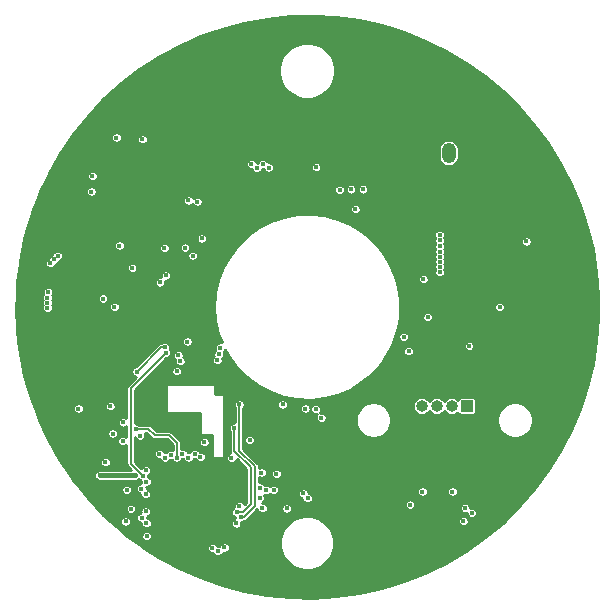
<source format=gbr>
G04 #@! TF.GenerationSoftware,KiCad,Pcbnew,5.1.5-52549c5~84~ubuntu18.04.1*
G04 #@! TF.CreationDate,2019-12-08T01:29:41-05:00*
G04 #@! TF.ProjectId,SwarmBot,53776172-6d42-46f7-942e-6b696361645f,rev?*
G04 #@! TF.SameCoordinates,Original*
G04 #@! TF.FileFunction,Copper,L3,Inr*
G04 #@! TF.FilePolarity,Positive*
%FSLAX46Y46*%
G04 Gerber Fmt 4.6, Leading zero omitted, Abs format (unit mm)*
G04 Created by KiCad (PCBNEW 5.1.5-52549c5~84~ubuntu18.04.1) date 2019-12-08 01:29:41*
%MOMM*%
%LPD*%
G04 APERTURE LIST*
%ADD10O,1.200000X1.750000*%
%ADD11C,0.100000*%
%ADD12O,1.000000X1.000000*%
%ADD13R,1.000000X1.000000*%
%ADD14C,0.400000*%
%ADD15C,0.450000*%
%ADD16C,0.200000*%
%ADD17C,0.254000*%
G04 APERTURE END LIST*
D10*
X11970000Y13017500D03*
G04 #@! TA.AperFunction,ViaPad*
D11*
G36*
X14344505Y13891296D02*
G01*
X14368773Y13887696D01*
X14392572Y13881735D01*
X14415671Y13873470D01*
X14437850Y13862980D01*
X14458893Y13850368D01*
X14478599Y13835753D01*
X14496777Y13819277D01*
X14513253Y13801099D01*
X14527868Y13781393D01*
X14540480Y13760350D01*
X14550970Y13738171D01*
X14559235Y13715072D01*
X14565196Y13691273D01*
X14568796Y13667005D01*
X14570000Y13642501D01*
X14570000Y12392499D01*
X14568796Y12367995D01*
X14565196Y12343727D01*
X14559235Y12319928D01*
X14550970Y12296829D01*
X14540480Y12274650D01*
X14527868Y12253607D01*
X14513253Y12233901D01*
X14496777Y12215723D01*
X14478599Y12199247D01*
X14458893Y12184632D01*
X14437850Y12172020D01*
X14415671Y12161530D01*
X14392572Y12153265D01*
X14368773Y12147304D01*
X14344505Y12143704D01*
X14320001Y12142500D01*
X13619999Y12142500D01*
X13595495Y12143704D01*
X13571227Y12147304D01*
X13547428Y12153265D01*
X13524329Y12161530D01*
X13502150Y12172020D01*
X13481107Y12184632D01*
X13461401Y12199247D01*
X13443223Y12215723D01*
X13426747Y12233901D01*
X13412132Y12253607D01*
X13399520Y12274650D01*
X13389030Y12296829D01*
X13380765Y12319928D01*
X13374804Y12343727D01*
X13371204Y12367995D01*
X13370000Y12392499D01*
X13370000Y13642501D01*
X13371204Y13667005D01*
X13374804Y13691273D01*
X13380765Y13715072D01*
X13389030Y13738171D01*
X13399520Y13760350D01*
X13412132Y13781393D01*
X13426747Y13801099D01*
X13443223Y13819277D01*
X13461401Y13835753D01*
X13481107Y13850368D01*
X13502150Y13862980D01*
X13524329Y13873470D01*
X13547428Y13881735D01*
X13571227Y13887696D01*
X13595495Y13891296D01*
X13619999Y13892500D01*
X14320001Y13892500D01*
X14344505Y13891296D01*
G37*
G04 #@! TD.AperFunction*
D12*
X9690000Y-8400000D03*
X10960000Y-8400000D03*
X12230000Y-8400000D03*
D13*
X13500000Y-8400000D03*
D14*
X-13606780Y-441960D03*
X-8178800Y-12547600D03*
X10363200Y-16611600D03*
X-22707600Y3860800D03*
X-24130000Y3860800D03*
X-21386800Y1981200D03*
X-20320000Y1981200D03*
X-20320000Y2997200D03*
X-7315200Y-14122400D03*
X-11973560Y-14071600D03*
X-12242800Y-19050000D03*
X-50800Y-10261600D03*
X-101600Y-12090400D03*
X-1879600Y-12090400D03*
X-5181600Y20370800D03*
X-5842000Y18135600D03*
X-8686800Y19456400D03*
X-5486400Y22250400D03*
X5232400Y11938000D03*
X-1879600Y-10312400D03*
X-4114800Y-12954000D03*
X9042400Y-50800D03*
X9550400Y-2489200D03*
X-20421600Y3606800D03*
X-21437600Y2997200D03*
X-22707600Y3403600D03*
X-24130000Y3403600D03*
X-22707600Y2895600D03*
X-24130000Y2895600D03*
X-24130000Y2438400D03*
X-22707600Y2438400D03*
X-22707600Y1981200D03*
X-24130000Y1981200D03*
X-24130000Y-2946400D03*
X-22707600Y-1981200D03*
X-22707600Y-2438400D03*
X-22707600Y-3403600D03*
X-22707600Y-3860800D03*
X-24130000Y-3860800D03*
X-24130000Y-1981200D03*
X-24130000Y-3403600D03*
X-24130000Y-2438400D03*
X-22707600Y-2946400D03*
X-20624800Y-1930400D03*
X-21691600Y-2946400D03*
X-21742400Y-1930400D03*
X-20624800Y-2946400D03*
X-22707600Y-1066800D03*
X-24130000Y-1066800D03*
X-22707600Y-609600D03*
X-24130000Y-609600D03*
X-22707600Y1066800D03*
X-24130000Y609600D03*
X-22707600Y609600D03*
X-24130000Y1066800D03*
X-22072000Y-7136800D03*
X-22072000Y-7695600D03*
X-16327120Y-7459980D03*
X-20320000Y10210800D03*
X-16916400Y10363200D03*
X-18186400Y10414000D03*
X-18643600Y10414000D03*
X-19842200Y10079000D03*
X-14478000Y9398000D03*
X6807200Y-15951200D03*
X6908800Y-19862800D03*
X5943600Y-19761200D03*
X11633200Y-16611600D03*
X11633200Y-17932400D03*
X10414000Y-17932400D03*
X15290800Y-16256000D03*
X10668000Y-13919200D03*
X-8178800Y-12141200D03*
X-8178800Y-11734800D03*
X-8178800Y-11328400D03*
X-9144000Y-10515600D03*
X-8991600Y-10922000D03*
X-8178800Y-10922000D03*
X-8585200Y-10922000D03*
X-9144000Y-10109200D03*
X-9144000Y-9702800D03*
X-9144000Y-9296400D03*
X-12141200Y-6451600D03*
X-12141200Y-6858000D03*
X-12141200Y-7264400D03*
X-12141200Y-7670800D03*
X-12141200Y-8077200D03*
X-12141200Y-8483600D03*
X-12141200Y-8890000D03*
X-6908800Y-9550400D03*
X-6908800Y-9956800D03*
X-6908800Y-10769600D03*
X-6908800Y-11176000D03*
X-6908800Y-12395200D03*
X-6908800Y-11988800D03*
X-6908800Y-11582400D03*
X-6908800Y-10363200D03*
X-11633200Y-9093200D03*
X-10007600Y-9093200D03*
X-9601200Y-9093200D03*
X-11226800Y-9093200D03*
X-10820400Y-9093200D03*
X-10414000Y-9093200D03*
X-11684000Y-6324600D03*
X-11277600Y-6324600D03*
X-9652000Y-6324600D03*
X-9245600Y-6324600D03*
X-10871200Y-6324600D03*
X-10464800Y-6324600D03*
X-10058400Y-6324600D03*
X-8026400Y-6299200D03*
X-7658100Y-6507480D03*
X-8432800Y-6299200D03*
X-8839200Y-6299200D03*
X-6918960Y-8282940D03*
X-6918960Y-7876540D03*
X-7315200Y-7335520D03*
X-6918960Y-7470140D03*
X-6908800Y-9144000D03*
X-6908800Y-8712200D03*
X-5867400Y-13284200D03*
X-13779500Y-1625600D03*
X1701800Y8255000D03*
X-1244600Y11811000D03*
X-15808960Y-16349980D03*
X-6021200Y-20797810D03*
X-14742563Y-2895600D03*
X-12009120Y309880D03*
X-7726680Y-7325360D03*
X-7729220Y-6916420D03*
X18542000Y5537200D03*
X10210800Y-863600D03*
X-16154400Y14325600D03*
X749300Y11823700D03*
X4071910Y8280400D03*
X-4886960Y-11269980D03*
X-2080260Y-8257540D03*
X1183281Y-9401682D03*
X-6421120Y-12801600D03*
X-8727440Y-11465560D03*
X-14620240Y-14272260D03*
X-3878580Y-14038580D03*
X-1734820Y-17073880D03*
X9829800Y2352040D03*
X-17571720Y-14274800D03*
X-21996400Y-101600D03*
X-21996400Y355600D03*
X-21996400Y762000D03*
X-21940300Y1264700D03*
X-21132800Y4318000D03*
X-21437600Y4013200D03*
X-21767800Y3683000D03*
X-18288000Y9753600D03*
X-18186400Y11074400D03*
X11203940Y6098540D03*
X11214380Y5618760D03*
X11214380Y5141240D03*
X11214380Y4673880D03*
X11214380Y4252240D03*
X11214380Y3805200D03*
X11214380Y3378480D03*
X11214380Y2931440D03*
X-14020800Y-17856200D03*
X13700760Y-3312160D03*
X-13614400Y-18313400D03*
X16281400Y-10160D03*
X12293600Y-15646400D03*
X8703330Y-16751378D03*
X9753600Y-15646400D03*
X13360400Y-17035490D03*
X-16319502Y-2540D03*
X-17292320Y703580D03*
X-19375120Y-8615680D03*
X-15377160Y-18171160D03*
X-14827971Y3303070D03*
X-11049000Y-12776200D03*
X-15596575Y-9774260D03*
X-16683672Y-8403908D03*
X-14521180Y-10317480D03*
X-10350500Y5006340D03*
X-12090400Y4978400D03*
X-15900400Y5181600D03*
X-12522200Y-12446000D03*
X13208000Y-18135600D03*
X-3796561Y-17039486D03*
X-4028150Y-16189960D03*
X13944600Y-17462500D03*
X-13650495Y-13845710D03*
X-12471400Y2070100D03*
X-5750560Y-8267700D03*
X-5638800Y-17777170D03*
X-11963400Y2654300D03*
X-6184900Y-10238740D03*
X-5985056Y-17379869D03*
X8585200Y-3759200D03*
X-6019800Y-18338800D03*
X720682Y-8650118D03*
X24697Y-16202390D03*
X-5740400Y-16865600D03*
X-345998Y-15801340D03*
X-175260Y-8613140D03*
X-13614400Y-14808200D03*
X-14927262Y-17098962D03*
X-13959420Y14183780D03*
X-7366000Y-3454400D03*
X-9309100Y8902700D03*
X-7486198Y-4019805D03*
X-10058400Y9004300D03*
X-7626577Y-4527777D03*
X2743200Y9906000D03*
X-8051800Y-20421600D03*
X-3997267Y-15315629D03*
X-13589000Y-19405600D03*
X-17091660Y-13149580D03*
X-4267200Y11734800D03*
X-13665200Y-17322806D03*
X-4724400Y12090400D03*
X-13665200Y-15875000D03*
X-15285720Y-15499080D03*
X-16469650Y-10737655D03*
X-14053490Y-15382530D03*
X-15615630Y-11361173D03*
X-13940428Y-14285801D03*
X-11968480Y-3911600D03*
X-3759200Y12090400D03*
X-12039600Y-12776200D03*
X-14155420Y-10909300D03*
X-3251200Y11785600D03*
X-11557000Y-12547600D03*
X-14432280Y-5478780D03*
X-12068984Y-3394260D03*
X-10566400Y-12446000D03*
X-9685064Y4325664D03*
X-10160000Y-2941320D03*
X-8920480Y5796280D03*
X-10058400Y-12776200D03*
X-10923620Y-4095464D03*
X-9525000Y-12446000D03*
X-10755248Y-4594856D03*
X-9042400Y-12700000D03*
X-11042131Y-5456480D03*
X3708400Y9956800D03*
X-7010400Y-20370800D03*
X8166100Y-2534920D03*
X-2608580Y-14142720D03*
X-2852420Y-15491460D03*
X4724400Y9956800D03*
X-7569200Y-20701000D03*
X-3479800Y-15496540D03*
D15*
X-17569180Y-14272260D02*
X-17571720Y-14274800D01*
X-14620240Y-14272260D02*
X-17569180Y-14272260D01*
D16*
X-14521180Y-10317480D02*
X-13462000Y-10317480D01*
X-13462000Y-10317480D02*
X-12903200Y-10876280D01*
X-12903200Y-10876280D02*
X-11724640Y-10876280D01*
X-11049000Y-11551920D02*
X-11049000Y-12776200D01*
X-11724640Y-10876280D02*
X-11049000Y-11551920D01*
X-5750560Y-12171680D02*
X-4455160Y-13467080D01*
X-5355958Y-17777170D02*
X-5638800Y-17777170D01*
X-4455160Y-13467080D02*
X-4455160Y-16876372D01*
X-5750560Y-8267700D02*
X-5750560Y-12171680D01*
X-4455160Y-16876372D02*
X-5355958Y-17777170D01*
X-5955355Y-17350168D02*
X-5985056Y-17379869D01*
X-6184900Y-10238740D02*
X-6184900Y-12204700D01*
X-6184900Y-12204700D02*
X-4800600Y-13589000D01*
X-4800600Y-13589000D02*
X-4800600Y-16716930D01*
X-5433838Y-17350168D02*
X-5955355Y-17350168D01*
X-4800600Y-16716930D02*
X-5433838Y-17350168D01*
X-12168479Y-4111599D02*
X-11968480Y-3911600D01*
X-13940428Y-14285801D02*
X-14948181Y-13278048D01*
X-14948181Y-6891301D02*
X-12168479Y-4111599D01*
X-14948181Y-13278048D02*
X-14948181Y-6891301D01*
X-14432280Y-5478780D02*
X-12347760Y-3394260D01*
X-12347760Y-3394260D02*
X-12068984Y-3394260D01*
D17*
G36*
X2446209Y24524302D02*
G01*
X4386936Y24252425D01*
X6299928Y23827216D01*
X8173089Y23251364D01*
X9994577Y22528510D01*
X11752876Y21663223D01*
X13436870Y20660974D01*
X15035912Y19528099D01*
X16539892Y18271762D01*
X17939301Y16899905D01*
X19225292Y15421201D01*
X20389735Y13845000D01*
X21425267Y12181266D01*
X22325342Y10440517D01*
X23084269Y8633761D01*
X23697250Y6772419D01*
X24160409Y4868260D01*
X24470818Y2933322D01*
X24626515Y979839D01*
X24626515Y-979839D01*
X24470818Y-2933322D01*
X24160409Y-4868260D01*
X23697250Y-6772419D01*
X23084269Y-8633761D01*
X22325342Y-10440517D01*
X21425267Y-12181266D01*
X20389735Y-13845000D01*
X19225292Y-15421201D01*
X17939301Y-16899905D01*
X16539892Y-18271762D01*
X15035912Y-19528099D01*
X13436870Y-20660974D01*
X11752876Y-21663223D01*
X9994577Y-22528510D01*
X8173089Y-23251364D01*
X6299928Y-23827216D01*
X4386936Y-24252425D01*
X2446209Y-24524302D01*
X490016Y-24641128D01*
X-1469274Y-24602166D01*
X-3419276Y-24407660D01*
X-5347660Y-24058841D01*
X-7242234Y-23557915D01*
X-9091020Y-22908048D01*
X-10882330Y-22113349D01*
X-12604839Y-21178842D01*
X-13837954Y-20376885D01*
X-8505800Y-20376885D01*
X-8505800Y-20466315D01*
X-8488353Y-20554027D01*
X-8454130Y-20636650D01*
X-8404445Y-20711008D01*
X-8341208Y-20774245D01*
X-8266850Y-20823930D01*
X-8184227Y-20858153D01*
X-8096515Y-20875600D01*
X-8007085Y-20875600D01*
X-7989716Y-20872145D01*
X-7971530Y-20916050D01*
X-7921845Y-20990408D01*
X-7858608Y-21053645D01*
X-7784250Y-21103330D01*
X-7701627Y-21137553D01*
X-7613915Y-21155000D01*
X-7524485Y-21155000D01*
X-7436773Y-21137553D01*
X-7354150Y-21103330D01*
X-7279792Y-21053645D01*
X-7216555Y-20990408D01*
X-7166870Y-20916050D01*
X-7132647Y-20833427D01*
X-7128045Y-20810293D01*
X-7055115Y-20824800D01*
X-6965685Y-20824800D01*
X-6877973Y-20807353D01*
X-6795350Y-20773130D01*
X-6720992Y-20723445D01*
X-6657755Y-20660208D01*
X-6608070Y-20585850D01*
X-6573847Y-20503227D01*
X-6556400Y-20415515D01*
X-6556400Y-20326085D01*
X-6573847Y-20238373D01*
X-6608070Y-20155750D01*
X-6657755Y-20081392D01*
X-6720992Y-20018155D01*
X-6795350Y-19968470D01*
X-6877973Y-19934247D01*
X-6965685Y-19916800D01*
X-7055115Y-19916800D01*
X-7142827Y-19934247D01*
X-7225450Y-19968470D01*
X-7299808Y-20018155D01*
X-7363045Y-20081392D01*
X-7412730Y-20155750D01*
X-7446953Y-20238373D01*
X-7451555Y-20261507D01*
X-7524485Y-20247000D01*
X-7613915Y-20247000D01*
X-7631284Y-20250455D01*
X-7649470Y-20206550D01*
X-7699155Y-20132192D01*
X-7762392Y-20068955D01*
X-7836750Y-20019270D01*
X-7919373Y-19985047D01*
X-8007085Y-19967600D01*
X-8096515Y-19967600D01*
X-8184227Y-19985047D01*
X-8266850Y-20019270D01*
X-8341208Y-20068955D01*
X-8404445Y-20132192D01*
X-8454130Y-20206550D01*
X-8488353Y-20289173D01*
X-8505800Y-20376885D01*
X-13837954Y-20376885D01*
X-14247655Y-20110436D01*
X-15221145Y-19360885D01*
X-14043000Y-19360885D01*
X-14043000Y-19450315D01*
X-14025553Y-19538027D01*
X-13991330Y-19620650D01*
X-13941645Y-19695008D01*
X-13878408Y-19758245D01*
X-13804050Y-19807930D01*
X-13721427Y-19842153D01*
X-13633715Y-19859600D01*
X-13544285Y-19859600D01*
X-13456573Y-19842153D01*
X-13373950Y-19807930D01*
X-13325768Y-19775735D01*
X-2277000Y-19775735D01*
X-2277000Y-20224265D01*
X-2189496Y-20664176D01*
X-2017851Y-21078564D01*
X-1768661Y-21451503D01*
X-1451503Y-21768661D01*
X-1078564Y-22017851D01*
X-664176Y-22189496D01*
X-224265Y-22277000D01*
X224265Y-22277000D01*
X664176Y-22189496D01*
X1078564Y-22017851D01*
X1451503Y-21768661D01*
X1768661Y-21451503D01*
X2017851Y-21078564D01*
X2189496Y-20664176D01*
X2277000Y-20224265D01*
X2277000Y-19775735D01*
X2189496Y-19335824D01*
X2017851Y-18921436D01*
X1768661Y-18548497D01*
X1451503Y-18231339D01*
X1241299Y-18090885D01*
X12754000Y-18090885D01*
X12754000Y-18180315D01*
X12771447Y-18268027D01*
X12805670Y-18350650D01*
X12855355Y-18425008D01*
X12918592Y-18488245D01*
X12992950Y-18537930D01*
X13075573Y-18572153D01*
X13163285Y-18589600D01*
X13252715Y-18589600D01*
X13340427Y-18572153D01*
X13423050Y-18537930D01*
X13497408Y-18488245D01*
X13560645Y-18425008D01*
X13610330Y-18350650D01*
X13644553Y-18268027D01*
X13662000Y-18180315D01*
X13662000Y-18090885D01*
X13644553Y-18003173D01*
X13610330Y-17920550D01*
X13560645Y-17846192D01*
X13497408Y-17782955D01*
X13423050Y-17733270D01*
X13340427Y-17699047D01*
X13252715Y-17681600D01*
X13163285Y-17681600D01*
X13075573Y-17699047D01*
X12992950Y-17733270D01*
X12918592Y-17782955D01*
X12855355Y-17846192D01*
X12805670Y-17920550D01*
X12771447Y-18003173D01*
X12754000Y-18090885D01*
X1241299Y-18090885D01*
X1078564Y-17982149D01*
X664176Y-17810504D01*
X224265Y-17723000D01*
X-224265Y-17723000D01*
X-664176Y-17810504D01*
X-1078564Y-17982149D01*
X-1451503Y-18231339D01*
X-1768661Y-18548497D01*
X-2017851Y-18921436D01*
X-2189496Y-19335824D01*
X-2277000Y-19775735D01*
X-13325768Y-19775735D01*
X-13299592Y-19758245D01*
X-13236355Y-19695008D01*
X-13186670Y-19620650D01*
X-13152447Y-19538027D01*
X-13135000Y-19450315D01*
X-13135000Y-19360885D01*
X-13152447Y-19273173D01*
X-13186670Y-19190550D01*
X-13236355Y-19116192D01*
X-13299592Y-19052955D01*
X-13373950Y-19003270D01*
X-13456573Y-18969047D01*
X-13544285Y-18951600D01*
X-13633715Y-18951600D01*
X-13721427Y-18969047D01*
X-13804050Y-19003270D01*
X-13878408Y-19052955D01*
X-13941645Y-19116192D01*
X-13991330Y-19190550D01*
X-14025553Y-19273173D01*
X-14043000Y-19360885D01*
X-15221145Y-19360885D01*
X-15800394Y-18914885D01*
X-16671390Y-18126445D01*
X-15831160Y-18126445D01*
X-15831160Y-18215875D01*
X-15813713Y-18303587D01*
X-15779490Y-18386210D01*
X-15729805Y-18460568D01*
X-15666568Y-18523805D01*
X-15592210Y-18573490D01*
X-15509587Y-18607713D01*
X-15421875Y-18625160D01*
X-15332445Y-18625160D01*
X-15244733Y-18607713D01*
X-15162110Y-18573490D01*
X-15087752Y-18523805D01*
X-15024515Y-18460568D01*
X-14974830Y-18386210D01*
X-14940607Y-18303587D01*
X-14923160Y-18215875D01*
X-14923160Y-18126445D01*
X-14940607Y-18038733D01*
X-14974830Y-17956110D01*
X-15024515Y-17881752D01*
X-15087752Y-17818515D01*
X-15098273Y-17811485D01*
X-14474800Y-17811485D01*
X-14474800Y-17900915D01*
X-14457353Y-17988627D01*
X-14423130Y-18071250D01*
X-14373445Y-18145608D01*
X-14310208Y-18208845D01*
X-14235850Y-18258530D01*
X-14153227Y-18292753D01*
X-14068400Y-18309626D01*
X-14068400Y-18358115D01*
X-14050953Y-18445827D01*
X-14016730Y-18528450D01*
X-13967045Y-18602808D01*
X-13903808Y-18666045D01*
X-13829450Y-18715730D01*
X-13746827Y-18749953D01*
X-13659115Y-18767400D01*
X-13569685Y-18767400D01*
X-13481973Y-18749953D01*
X-13399350Y-18715730D01*
X-13324992Y-18666045D01*
X-13261755Y-18602808D01*
X-13212070Y-18528450D01*
X-13177847Y-18445827D01*
X-13160400Y-18358115D01*
X-13160400Y-18268685D01*
X-13177847Y-18180973D01*
X-13212070Y-18098350D01*
X-13261755Y-18023992D01*
X-13324992Y-17960755D01*
X-13399350Y-17911070D01*
X-13481973Y-17876847D01*
X-13566800Y-17859974D01*
X-13566800Y-17811485D01*
X-13575479Y-17767854D01*
X-13532773Y-17759359D01*
X-13450150Y-17725136D01*
X-13375792Y-17675451D01*
X-13312555Y-17612214D01*
X-13262870Y-17537856D01*
X-13228647Y-17455233D01*
X-13211200Y-17367521D01*
X-13211200Y-17278091D01*
X-13228647Y-17190379D01*
X-13262870Y-17107756D01*
X-13312555Y-17033398D01*
X-13375792Y-16970161D01*
X-13450150Y-16920476D01*
X-13532773Y-16886253D01*
X-13620485Y-16868806D01*
X-13709915Y-16868806D01*
X-13797627Y-16886253D01*
X-13880250Y-16920476D01*
X-13954608Y-16970161D01*
X-14017845Y-17033398D01*
X-14067530Y-17107756D01*
X-14101753Y-17190379D01*
X-14119200Y-17278091D01*
X-14119200Y-17367521D01*
X-14110521Y-17411152D01*
X-14153227Y-17419647D01*
X-14235850Y-17453870D01*
X-14310208Y-17503555D01*
X-14373445Y-17566792D01*
X-14423130Y-17641150D01*
X-14457353Y-17723773D01*
X-14474800Y-17811485D01*
X-15098273Y-17811485D01*
X-15162110Y-17768830D01*
X-15244733Y-17734607D01*
X-15332445Y-17717160D01*
X-15421875Y-17717160D01*
X-15509587Y-17734607D01*
X-15592210Y-17768830D01*
X-15666568Y-17818515D01*
X-15729805Y-17881752D01*
X-15779490Y-17956110D01*
X-15813713Y-18038733D01*
X-15831160Y-18126445D01*
X-16671390Y-18126445D01*
X-17253237Y-17599748D01*
X-17767132Y-17054247D01*
X-15381262Y-17054247D01*
X-15381262Y-17143677D01*
X-15363815Y-17231389D01*
X-15329592Y-17314012D01*
X-15279907Y-17388370D01*
X-15216670Y-17451607D01*
X-15142312Y-17501292D01*
X-15059689Y-17535515D01*
X-14971977Y-17552962D01*
X-14882547Y-17552962D01*
X-14794835Y-17535515D01*
X-14712212Y-17501292D01*
X-14637854Y-17451607D01*
X-14574617Y-17388370D01*
X-14524932Y-17314012D01*
X-14490709Y-17231389D01*
X-14473262Y-17143677D01*
X-14473262Y-17054247D01*
X-14490709Y-16966535D01*
X-14524932Y-16883912D01*
X-14574617Y-16809554D01*
X-14637854Y-16746317D01*
X-14712212Y-16696632D01*
X-14794835Y-16662409D01*
X-14882547Y-16644962D01*
X-14971977Y-16644962D01*
X-15059689Y-16662409D01*
X-15142312Y-16696632D01*
X-15216670Y-16746317D01*
X-15279907Y-16809554D01*
X-15329592Y-16883912D01*
X-15363815Y-16966535D01*
X-15381262Y-17054247D01*
X-17767132Y-17054247D01*
X-18597000Y-16173340D01*
X-19173711Y-15454365D01*
X-15739720Y-15454365D01*
X-15739720Y-15543795D01*
X-15722273Y-15631507D01*
X-15688050Y-15714130D01*
X-15638365Y-15788488D01*
X-15575128Y-15851725D01*
X-15500770Y-15901410D01*
X-15418147Y-15935633D01*
X-15330435Y-15953080D01*
X-15241005Y-15953080D01*
X-15153293Y-15935633D01*
X-15070670Y-15901410D01*
X-14996312Y-15851725D01*
X-14933075Y-15788488D01*
X-14883390Y-15714130D01*
X-14849167Y-15631507D01*
X-14831720Y-15543795D01*
X-14831720Y-15454365D01*
X-14849167Y-15366653D01*
X-14883390Y-15284030D01*
X-14933075Y-15209672D01*
X-14996312Y-15146435D01*
X-15070670Y-15096750D01*
X-15153293Y-15062527D01*
X-15241005Y-15045080D01*
X-15330435Y-15045080D01*
X-15418147Y-15062527D01*
X-15500770Y-15096750D01*
X-15575128Y-15146435D01*
X-15638365Y-15209672D01*
X-15688050Y-15284030D01*
X-15722273Y-15366653D01*
X-15739720Y-15454365D01*
X-19173711Y-15454365D01*
X-19823186Y-14644679D01*
X-20074340Y-14274800D01*
X-18053037Y-14274800D01*
X-18043788Y-14368700D01*
X-18016398Y-14458992D01*
X-17971920Y-14542205D01*
X-17912062Y-14615142D01*
X-17839125Y-14675000D01*
X-17755912Y-14719478D01*
X-17665620Y-14746868D01*
X-17571720Y-14756117D01*
X-17522410Y-14751260D01*
X-14596714Y-14751260D01*
X-14526340Y-14744329D01*
X-14436048Y-14716939D01*
X-14352835Y-14672460D01*
X-14279897Y-14612603D01*
X-14268981Y-14599301D01*
X-14229836Y-14638446D01*
X-14155478Y-14688131D01*
X-14072855Y-14722354D01*
X-14060699Y-14724772D01*
X-14068400Y-14763485D01*
X-14068400Y-14852915D01*
X-14053359Y-14928530D01*
X-14098205Y-14928530D01*
X-14185917Y-14945977D01*
X-14268540Y-14980200D01*
X-14342898Y-15029885D01*
X-14406135Y-15093122D01*
X-14455820Y-15167480D01*
X-14490043Y-15250103D01*
X-14507490Y-15337815D01*
X-14507490Y-15427245D01*
X-14490043Y-15514957D01*
X-14455820Y-15597580D01*
X-14406135Y-15671938D01*
X-14342898Y-15735175D01*
X-14268540Y-15784860D01*
X-14185917Y-15819083D01*
X-14119200Y-15832354D01*
X-14119200Y-15919715D01*
X-14101753Y-16007427D01*
X-14067530Y-16090050D01*
X-14017845Y-16164408D01*
X-13954608Y-16227645D01*
X-13880250Y-16277330D01*
X-13797627Y-16311553D01*
X-13709915Y-16329000D01*
X-13620485Y-16329000D01*
X-13532773Y-16311553D01*
X-13450150Y-16277330D01*
X-13375792Y-16227645D01*
X-13312555Y-16164408D01*
X-13262870Y-16090050D01*
X-13228647Y-16007427D01*
X-13211200Y-15919715D01*
X-13211200Y-15830285D01*
X-13228647Y-15742573D01*
X-13262870Y-15659950D01*
X-13312555Y-15585592D01*
X-13375792Y-15522355D01*
X-13450150Y-15472670D01*
X-13532773Y-15438447D01*
X-13599490Y-15425176D01*
X-13599490Y-15337815D01*
X-13614531Y-15262200D01*
X-13569685Y-15262200D01*
X-13481973Y-15244753D01*
X-13399350Y-15210530D01*
X-13324992Y-15160845D01*
X-13261755Y-15097608D01*
X-13212070Y-15023250D01*
X-13177847Y-14940627D01*
X-13160400Y-14852915D01*
X-13160400Y-14763485D01*
X-13177847Y-14675773D01*
X-13212070Y-14593150D01*
X-13261755Y-14518792D01*
X-13324992Y-14455555D01*
X-13399350Y-14405870D01*
X-13481973Y-14371647D01*
X-13494129Y-14369229D01*
X-13486428Y-14330516D01*
X-13486428Y-14269158D01*
X-13435445Y-14248040D01*
X-13361087Y-14198355D01*
X-13297850Y-14135118D01*
X-13248165Y-14060760D01*
X-13213942Y-13978137D01*
X-13196495Y-13890425D01*
X-13196495Y-13800995D01*
X-13213942Y-13713283D01*
X-13248165Y-13630660D01*
X-13297850Y-13556302D01*
X-13361087Y-13493065D01*
X-13435445Y-13443380D01*
X-13518068Y-13409157D01*
X-13605780Y-13391710D01*
X-13695210Y-13391710D01*
X-13782922Y-13409157D01*
X-13865545Y-13443380D01*
X-13939903Y-13493065D01*
X-14003140Y-13556302D01*
X-14052825Y-13630660D01*
X-14065160Y-13660439D01*
X-14594181Y-13131418D01*
X-14594181Y-11030627D01*
X-14591973Y-11041727D01*
X-14557750Y-11124350D01*
X-14508065Y-11198708D01*
X-14444828Y-11261945D01*
X-14370470Y-11311630D01*
X-14287847Y-11345853D01*
X-14200135Y-11363300D01*
X-14110705Y-11363300D01*
X-14022993Y-11345853D01*
X-13940370Y-11311630D01*
X-13866012Y-11261945D01*
X-13802775Y-11198708D01*
X-13753090Y-11124350D01*
X-13718867Y-11041727D01*
X-13701420Y-10954015D01*
X-13701420Y-10864585D01*
X-13718867Y-10776873D01*
X-13753090Y-10694250D01*
X-13768305Y-10671480D01*
X-13608630Y-10671480D01*
X-13165803Y-11114309D01*
X-13154726Y-11127806D01*
X-13141229Y-11138883D01*
X-13141225Y-11138887D01*
X-13100823Y-11172044D01*
X-13039325Y-11204915D01*
X-12972596Y-11225157D01*
X-12920582Y-11230280D01*
X-12920574Y-11230280D01*
X-12903200Y-11231991D01*
X-12885826Y-11230280D01*
X-11871270Y-11230280D01*
X-11403000Y-11698552D01*
X-11403000Y-12119983D01*
X-11424573Y-12111047D01*
X-11512285Y-12093600D01*
X-11601715Y-12093600D01*
X-11689427Y-12111047D01*
X-11772050Y-12145270D01*
X-11846408Y-12194955D01*
X-11909645Y-12258192D01*
X-11957397Y-12329657D01*
X-11994885Y-12322200D01*
X-12083931Y-12322200D01*
X-12085647Y-12313573D01*
X-12119870Y-12230950D01*
X-12169555Y-12156592D01*
X-12232792Y-12093355D01*
X-12307150Y-12043670D01*
X-12389773Y-12009447D01*
X-12477485Y-11992000D01*
X-12566915Y-11992000D01*
X-12654627Y-12009447D01*
X-12737250Y-12043670D01*
X-12811608Y-12093355D01*
X-12874845Y-12156592D01*
X-12924530Y-12230950D01*
X-12958753Y-12313573D01*
X-12976200Y-12401285D01*
X-12976200Y-12490715D01*
X-12958753Y-12578427D01*
X-12924530Y-12661050D01*
X-12874845Y-12735408D01*
X-12811608Y-12798645D01*
X-12737250Y-12848330D01*
X-12654627Y-12882553D01*
X-12566915Y-12900000D01*
X-12477869Y-12900000D01*
X-12476153Y-12908627D01*
X-12441930Y-12991250D01*
X-12392245Y-13065608D01*
X-12329008Y-13128845D01*
X-12254650Y-13178530D01*
X-12172027Y-13212753D01*
X-12084315Y-13230200D01*
X-11994885Y-13230200D01*
X-11907173Y-13212753D01*
X-11824550Y-13178530D01*
X-11750192Y-13128845D01*
X-11686955Y-13065608D01*
X-11639203Y-12994143D01*
X-11601715Y-13001600D01*
X-11512285Y-13001600D01*
X-11452009Y-12989610D01*
X-11451330Y-12991250D01*
X-11401645Y-13065608D01*
X-11338408Y-13128845D01*
X-11264050Y-13178530D01*
X-11181427Y-13212753D01*
X-11093715Y-13230200D01*
X-11004285Y-13230200D01*
X-10916573Y-13212753D01*
X-10833950Y-13178530D01*
X-10759592Y-13128845D01*
X-10696355Y-13065608D01*
X-10646670Y-12991250D01*
X-10612447Y-12908627D01*
X-10610731Y-12900000D01*
X-10521685Y-12900000D01*
X-10497621Y-12895213D01*
X-10494953Y-12908627D01*
X-10460730Y-12991250D01*
X-10411045Y-13065608D01*
X-10347808Y-13128845D01*
X-10273450Y-13178530D01*
X-10190827Y-13212753D01*
X-10103115Y-13230200D01*
X-10013685Y-13230200D01*
X-9925973Y-13212753D01*
X-9843350Y-13178530D01*
X-9768992Y-13128845D01*
X-9705755Y-13065608D01*
X-9656070Y-12991250D01*
X-9621847Y-12908627D01*
X-9618212Y-12890353D01*
X-9569715Y-12900000D01*
X-9480285Y-12900000D01*
X-9453196Y-12894612D01*
X-9444730Y-12915050D01*
X-9395045Y-12989408D01*
X-9331808Y-13052645D01*
X-9257450Y-13102330D01*
X-9174827Y-13136553D01*
X-9087115Y-13154000D01*
X-8997685Y-13154000D01*
X-8909973Y-13136553D01*
X-8827350Y-13102330D01*
X-8752992Y-13052645D01*
X-8689755Y-12989408D01*
X-8640070Y-12915050D01*
X-8605847Y-12832427D01*
X-8588400Y-12744715D01*
X-8588400Y-12655285D01*
X-8605847Y-12567573D01*
X-8640070Y-12484950D01*
X-8689755Y-12410592D01*
X-8752992Y-12347355D01*
X-8827350Y-12297670D01*
X-8909973Y-12263447D01*
X-8997685Y-12246000D01*
X-9087115Y-12246000D01*
X-9114204Y-12251388D01*
X-9122670Y-12230950D01*
X-9172355Y-12156592D01*
X-9235592Y-12093355D01*
X-9309950Y-12043670D01*
X-9392573Y-12009447D01*
X-9480285Y-11992000D01*
X-9569715Y-11992000D01*
X-9657427Y-12009447D01*
X-9740050Y-12043670D01*
X-9814408Y-12093355D01*
X-9877645Y-12156592D01*
X-9927330Y-12230950D01*
X-9961553Y-12313573D01*
X-9965188Y-12331847D01*
X-10013685Y-12322200D01*
X-10103115Y-12322200D01*
X-10127179Y-12326987D01*
X-10129847Y-12313573D01*
X-10164070Y-12230950D01*
X-10213755Y-12156592D01*
X-10276992Y-12093355D01*
X-10351350Y-12043670D01*
X-10433973Y-12009447D01*
X-10521685Y-11992000D01*
X-10611115Y-11992000D01*
X-10695000Y-12008686D01*
X-10695000Y-11569293D01*
X-10693289Y-11551919D01*
X-10695000Y-11534545D01*
X-10695000Y-11534538D01*
X-10700123Y-11482524D01*
X-10718833Y-11420845D01*
X-9181440Y-11420845D01*
X-9181440Y-11510275D01*
X-9163993Y-11597987D01*
X-9129770Y-11680610D01*
X-9080085Y-11754968D01*
X-9016848Y-11818205D01*
X-8942490Y-11867890D01*
X-8859867Y-11902113D01*
X-8772155Y-11919560D01*
X-8682725Y-11919560D01*
X-8595013Y-11902113D01*
X-8512390Y-11867890D01*
X-8438032Y-11818205D01*
X-8374795Y-11754968D01*
X-8325110Y-11680610D01*
X-8290887Y-11597987D01*
X-8273440Y-11510275D01*
X-8273440Y-11420845D01*
X-8290887Y-11333133D01*
X-8325110Y-11250510D01*
X-8374795Y-11176152D01*
X-8438032Y-11112915D01*
X-8512390Y-11063230D01*
X-8595013Y-11029007D01*
X-8682725Y-11011560D01*
X-8772155Y-11011560D01*
X-8859867Y-11029007D01*
X-8942490Y-11063230D01*
X-9016848Y-11112915D01*
X-9080085Y-11176152D01*
X-9129770Y-11250510D01*
X-9163993Y-11333133D01*
X-9181440Y-11420845D01*
X-10718833Y-11420845D01*
X-10720365Y-11415795D01*
X-10753236Y-11354297D01*
X-10760166Y-11345853D01*
X-10786394Y-11313894D01*
X-10786402Y-11313886D01*
X-10797475Y-11300394D01*
X-10810966Y-11289322D01*
X-11462029Y-10638261D01*
X-11473114Y-10624754D01*
X-11527017Y-10580516D01*
X-11588515Y-10547645D01*
X-11655244Y-10527403D01*
X-11707258Y-10522280D01*
X-11707266Y-10522280D01*
X-11724640Y-10520569D01*
X-11742014Y-10522280D01*
X-12756568Y-10522280D01*
X-13199389Y-10079461D01*
X-13210474Y-10065954D01*
X-13264377Y-10021716D01*
X-13325875Y-9988845D01*
X-13392604Y-9968603D01*
X-13444618Y-9963480D01*
X-13444626Y-9963480D01*
X-13462000Y-9961769D01*
X-13479374Y-9963480D01*
X-14233800Y-9963480D01*
X-14306130Y-9915150D01*
X-14388753Y-9880927D01*
X-14476465Y-9863480D01*
X-14565895Y-9863480D01*
X-14594181Y-9869106D01*
X-14594181Y-7037931D01*
X-14198791Y-6642541D01*
X-11955779Y-6642541D01*
X-11948159Y-8837101D01*
X-11945785Y-8861107D01*
X-11938621Y-8884950D01*
X-11926943Y-8906938D01*
X-11911200Y-8926225D01*
X-11891996Y-8942070D01*
X-11870071Y-8953864D01*
X-11846266Y-8961154D01*
X-11821496Y-8963660D01*
X-9064062Y-8970948D01*
X-9047474Y-10717466D01*
X-9045292Y-10739734D01*
X-9038314Y-10763633D01*
X-9026808Y-10785711D01*
X-9011215Y-10805120D01*
X-8992136Y-10821114D01*
X-8970303Y-10833079D01*
X-8946556Y-10840554D01*
X-8921806Y-10843253D01*
X-8074174Y-10852106D01*
X-8067039Y-12695412D01*
X-8064600Y-12719696D01*
X-8057373Y-12743521D01*
X-8045637Y-12765477D01*
X-8029843Y-12784723D01*
X-8010597Y-12800517D01*
X-7988641Y-12812253D01*
X-7964816Y-12819480D01*
X-7940040Y-12821920D01*
X-7155180Y-12821920D01*
X-7130569Y-12819513D01*
X-7106735Y-12812317D01*
X-7084763Y-12800610D01*
X-7065497Y-12784842D01*
X-7049677Y-12765618D01*
X-7044995Y-12756885D01*
X-6875120Y-12756885D01*
X-6875120Y-12846315D01*
X-6857673Y-12934027D01*
X-6823450Y-13016650D01*
X-6773765Y-13091008D01*
X-6710528Y-13154245D01*
X-6636170Y-13203930D01*
X-6553547Y-13238153D01*
X-6465835Y-13255600D01*
X-6376405Y-13255600D01*
X-6288693Y-13238153D01*
X-6206070Y-13203930D01*
X-6131712Y-13154245D01*
X-6068475Y-13091008D01*
X-6018790Y-13016650D01*
X-5984567Y-12934027D01*
X-5979861Y-12910369D01*
X-5154600Y-13735631D01*
X-5154599Y-16570298D01*
X-5307838Y-16723537D01*
X-5338070Y-16650550D01*
X-5387755Y-16576192D01*
X-5450992Y-16512955D01*
X-5525350Y-16463270D01*
X-5607973Y-16429047D01*
X-5695685Y-16411600D01*
X-5785115Y-16411600D01*
X-5872827Y-16429047D01*
X-5955450Y-16463270D01*
X-6029808Y-16512955D01*
X-6093045Y-16576192D01*
X-6142730Y-16650550D01*
X-6176953Y-16733173D01*
X-6194400Y-16820885D01*
X-6194400Y-16910315D01*
X-6182480Y-16970238D01*
X-6200106Y-16977539D01*
X-6274464Y-17027224D01*
X-6337701Y-17090461D01*
X-6387386Y-17164819D01*
X-6421609Y-17247442D01*
X-6439056Y-17335154D01*
X-6439056Y-17424584D01*
X-6421609Y-17512296D01*
X-6387386Y-17594919D01*
X-6337701Y-17669277D01*
X-6274464Y-17732514D01*
X-6200106Y-17782199D01*
X-6117483Y-17816422D01*
X-6092800Y-17821332D01*
X-6092800Y-17821885D01*
X-6079685Y-17887818D01*
X-6152227Y-17902247D01*
X-6234850Y-17936470D01*
X-6309208Y-17986155D01*
X-6372445Y-18049392D01*
X-6422130Y-18123750D01*
X-6456353Y-18206373D01*
X-6473800Y-18294085D01*
X-6473800Y-18383515D01*
X-6456353Y-18471227D01*
X-6422130Y-18553850D01*
X-6372445Y-18628208D01*
X-6309208Y-18691445D01*
X-6234850Y-18741130D01*
X-6152227Y-18775353D01*
X-6064515Y-18792800D01*
X-5975085Y-18792800D01*
X-5887373Y-18775353D01*
X-5804750Y-18741130D01*
X-5730392Y-18691445D01*
X-5667155Y-18628208D01*
X-5617470Y-18553850D01*
X-5583247Y-18471227D01*
X-5565800Y-18383515D01*
X-5565800Y-18294085D01*
X-5578915Y-18228152D01*
X-5506373Y-18213723D01*
X-5423750Y-18179500D01*
X-5353639Y-18132653D01*
X-5338584Y-18131170D01*
X-5338576Y-18131170D01*
X-5286562Y-18126047D01*
X-5219833Y-18105805D01*
X-5158335Y-18072934D01*
X-5104432Y-18028696D01*
X-5093346Y-18015188D01*
X-4235927Y-17157770D01*
X-4233114Y-17171913D01*
X-4198891Y-17254536D01*
X-4149206Y-17328894D01*
X-4085969Y-17392131D01*
X-4011611Y-17441816D01*
X-3928988Y-17476039D01*
X-3841276Y-17493486D01*
X-3751846Y-17493486D01*
X-3664134Y-17476039D01*
X-3581511Y-17441816D01*
X-3507153Y-17392131D01*
X-3443916Y-17328894D01*
X-3394231Y-17254536D01*
X-3360008Y-17171913D01*
X-3342561Y-17084201D01*
X-3342561Y-17029165D01*
X-2188820Y-17029165D01*
X-2188820Y-17118595D01*
X-2171373Y-17206307D01*
X-2137150Y-17288930D01*
X-2087465Y-17363288D01*
X-2024228Y-17426525D01*
X-1949870Y-17476210D01*
X-1867247Y-17510433D01*
X-1779535Y-17527880D01*
X-1690105Y-17527880D01*
X-1602393Y-17510433D01*
X-1519770Y-17476210D01*
X-1445412Y-17426525D01*
X-1382175Y-17363288D01*
X-1332490Y-17288930D01*
X-1298267Y-17206307D01*
X-1280820Y-17118595D01*
X-1280820Y-17029165D01*
X-1298267Y-16941453D01*
X-1332490Y-16858830D01*
X-1382175Y-16784472D01*
X-1445412Y-16721235D01*
X-1467220Y-16706663D01*
X8249330Y-16706663D01*
X8249330Y-16796093D01*
X8266777Y-16883805D01*
X8301000Y-16966428D01*
X8350685Y-17040786D01*
X8413922Y-17104023D01*
X8488280Y-17153708D01*
X8570903Y-17187931D01*
X8658615Y-17205378D01*
X8748045Y-17205378D01*
X8835757Y-17187931D01*
X8918380Y-17153708D01*
X8992738Y-17104023D01*
X9055975Y-17040786D01*
X9089391Y-16990775D01*
X12906400Y-16990775D01*
X12906400Y-17080205D01*
X12923847Y-17167917D01*
X12958070Y-17250540D01*
X13007755Y-17324898D01*
X13070992Y-17388135D01*
X13145350Y-17437820D01*
X13227973Y-17472043D01*
X13315685Y-17489490D01*
X13405115Y-17489490D01*
X13490600Y-17472486D01*
X13490600Y-17507215D01*
X13508047Y-17594927D01*
X13542270Y-17677550D01*
X13591955Y-17751908D01*
X13655192Y-17815145D01*
X13729550Y-17864830D01*
X13812173Y-17899053D01*
X13899885Y-17916500D01*
X13989315Y-17916500D01*
X14077027Y-17899053D01*
X14159650Y-17864830D01*
X14234008Y-17815145D01*
X14297245Y-17751908D01*
X14346930Y-17677550D01*
X14381153Y-17594927D01*
X14398600Y-17507215D01*
X14398600Y-17417785D01*
X14381153Y-17330073D01*
X14346930Y-17247450D01*
X14297245Y-17173092D01*
X14234008Y-17109855D01*
X14159650Y-17060170D01*
X14077027Y-17025947D01*
X13989315Y-17008500D01*
X13899885Y-17008500D01*
X13814400Y-17025504D01*
X13814400Y-16990775D01*
X13796953Y-16903063D01*
X13762730Y-16820440D01*
X13713045Y-16746082D01*
X13649808Y-16682845D01*
X13575450Y-16633160D01*
X13492827Y-16598937D01*
X13405115Y-16581490D01*
X13315685Y-16581490D01*
X13227973Y-16598937D01*
X13145350Y-16633160D01*
X13070992Y-16682845D01*
X13007755Y-16746082D01*
X12958070Y-16820440D01*
X12923847Y-16903063D01*
X12906400Y-16990775D01*
X9089391Y-16990775D01*
X9105660Y-16966428D01*
X9139883Y-16883805D01*
X9157330Y-16796093D01*
X9157330Y-16706663D01*
X9139883Y-16618951D01*
X9105660Y-16536328D01*
X9055975Y-16461970D01*
X8992738Y-16398733D01*
X8918380Y-16349048D01*
X8835757Y-16314825D01*
X8748045Y-16297378D01*
X8658615Y-16297378D01*
X8570903Y-16314825D01*
X8488280Y-16349048D01*
X8413922Y-16398733D01*
X8350685Y-16461970D01*
X8301000Y-16536328D01*
X8266777Y-16618951D01*
X8249330Y-16706663D01*
X-1467220Y-16706663D01*
X-1519770Y-16671550D01*
X-1602393Y-16637327D01*
X-1690105Y-16619880D01*
X-1779535Y-16619880D01*
X-1867247Y-16637327D01*
X-1949870Y-16671550D01*
X-2024228Y-16721235D01*
X-2087465Y-16784472D01*
X-2137150Y-16858830D01*
X-2171373Y-16941453D01*
X-2188820Y-17029165D01*
X-3342561Y-17029165D01*
X-3342561Y-16994771D01*
X-3360008Y-16907059D01*
X-3394231Y-16824436D01*
X-3443916Y-16750078D01*
X-3507153Y-16686841D01*
X-3581511Y-16637156D01*
X-3664134Y-16602933D01*
X-3751846Y-16585486D01*
X-3802917Y-16585486D01*
X-3738742Y-16542605D01*
X-3675505Y-16479368D01*
X-3625820Y-16405010D01*
X-3591597Y-16322387D01*
X-3574150Y-16234675D01*
X-3574150Y-16145245D01*
X-3591597Y-16057533D01*
X-3625820Y-15974910D01*
X-3669656Y-15909306D01*
X-3612227Y-15933093D01*
X-3524515Y-15950540D01*
X-3435085Y-15950540D01*
X-3347373Y-15933093D01*
X-3264750Y-15898870D01*
X-3190392Y-15849185D01*
X-3163570Y-15822363D01*
X-3141828Y-15844105D01*
X-3067470Y-15893790D01*
X-2984847Y-15928013D01*
X-2897135Y-15945460D01*
X-2807705Y-15945460D01*
X-2719993Y-15928013D01*
X-2637370Y-15893790D01*
X-2563012Y-15844105D01*
X-2499775Y-15780868D01*
X-2483577Y-15756625D01*
X-799998Y-15756625D01*
X-799998Y-15846055D01*
X-782551Y-15933767D01*
X-748328Y-16016390D01*
X-698643Y-16090748D01*
X-635406Y-16153985D01*
X-561048Y-16203670D01*
X-478425Y-16237893D01*
X-429187Y-16247687D01*
X-411856Y-16334817D01*
X-377633Y-16417440D01*
X-327948Y-16491798D01*
X-264711Y-16555035D01*
X-190353Y-16604720D01*
X-107730Y-16638943D01*
X-20018Y-16656390D01*
X69412Y-16656390D01*
X157124Y-16638943D01*
X239747Y-16604720D01*
X314105Y-16555035D01*
X377342Y-16491798D01*
X427027Y-16417440D01*
X461250Y-16334817D01*
X478697Y-16247105D01*
X478697Y-16157675D01*
X461250Y-16069963D01*
X427027Y-15987340D01*
X377342Y-15912982D01*
X314105Y-15849745D01*
X239747Y-15800060D01*
X157124Y-15765837D01*
X107886Y-15756043D01*
X90555Y-15668913D01*
X62709Y-15601685D01*
X9299600Y-15601685D01*
X9299600Y-15691115D01*
X9317047Y-15778827D01*
X9351270Y-15861450D01*
X9400955Y-15935808D01*
X9464192Y-15999045D01*
X9538550Y-16048730D01*
X9621173Y-16082953D01*
X9708885Y-16100400D01*
X9798315Y-16100400D01*
X9886027Y-16082953D01*
X9968650Y-16048730D01*
X10043008Y-15999045D01*
X10106245Y-15935808D01*
X10155930Y-15861450D01*
X10190153Y-15778827D01*
X10207600Y-15691115D01*
X10207600Y-15601685D01*
X11839600Y-15601685D01*
X11839600Y-15691115D01*
X11857047Y-15778827D01*
X11891270Y-15861450D01*
X11940955Y-15935808D01*
X12004192Y-15999045D01*
X12078550Y-16048730D01*
X12161173Y-16082953D01*
X12248885Y-16100400D01*
X12338315Y-16100400D01*
X12426027Y-16082953D01*
X12508650Y-16048730D01*
X12583008Y-15999045D01*
X12646245Y-15935808D01*
X12695930Y-15861450D01*
X12730153Y-15778827D01*
X12747600Y-15691115D01*
X12747600Y-15601685D01*
X12730153Y-15513973D01*
X12695930Y-15431350D01*
X12646245Y-15356992D01*
X12583008Y-15293755D01*
X12508650Y-15244070D01*
X12426027Y-15209847D01*
X12338315Y-15192400D01*
X12248885Y-15192400D01*
X12161173Y-15209847D01*
X12078550Y-15244070D01*
X12004192Y-15293755D01*
X11940955Y-15356992D01*
X11891270Y-15431350D01*
X11857047Y-15513973D01*
X11839600Y-15601685D01*
X10207600Y-15601685D01*
X10190153Y-15513973D01*
X10155930Y-15431350D01*
X10106245Y-15356992D01*
X10043008Y-15293755D01*
X9968650Y-15244070D01*
X9886027Y-15209847D01*
X9798315Y-15192400D01*
X9708885Y-15192400D01*
X9621173Y-15209847D01*
X9538550Y-15244070D01*
X9464192Y-15293755D01*
X9400955Y-15356992D01*
X9351270Y-15431350D01*
X9317047Y-15513973D01*
X9299600Y-15601685D01*
X62709Y-15601685D01*
X56332Y-15586290D01*
X6647Y-15511932D01*
X-56590Y-15448695D01*
X-130948Y-15399010D01*
X-213571Y-15364787D01*
X-301283Y-15347340D01*
X-390713Y-15347340D01*
X-478425Y-15364787D01*
X-561048Y-15399010D01*
X-635406Y-15448695D01*
X-698643Y-15511932D01*
X-748328Y-15586290D01*
X-782551Y-15668913D01*
X-799998Y-15756625D01*
X-2483577Y-15756625D01*
X-2450090Y-15706510D01*
X-2415867Y-15623887D01*
X-2398420Y-15536175D01*
X-2398420Y-15446745D01*
X-2415867Y-15359033D01*
X-2450090Y-15276410D01*
X-2499775Y-15202052D01*
X-2563012Y-15138815D01*
X-2637370Y-15089130D01*
X-2719993Y-15054907D01*
X-2807705Y-15037460D01*
X-2897135Y-15037460D01*
X-2984847Y-15054907D01*
X-3067470Y-15089130D01*
X-3141828Y-15138815D01*
X-3168650Y-15165637D01*
X-3190392Y-15143895D01*
X-3264750Y-15094210D01*
X-3347373Y-15059987D01*
X-3435085Y-15042540D01*
X-3524515Y-15042540D01*
X-3612227Y-15059987D01*
X-3619928Y-15063177D01*
X-3644622Y-15026221D01*
X-3707859Y-14962984D01*
X-3782217Y-14913299D01*
X-3864840Y-14879076D01*
X-3952552Y-14861629D01*
X-4041982Y-14861629D01*
X-4101160Y-14873400D01*
X-4101160Y-14435879D01*
X-4093630Y-14440910D01*
X-4011007Y-14475133D01*
X-3923295Y-14492580D01*
X-3833865Y-14492580D01*
X-3746153Y-14475133D01*
X-3663530Y-14440910D01*
X-3589172Y-14391225D01*
X-3525935Y-14327988D01*
X-3476250Y-14253630D01*
X-3442027Y-14171007D01*
X-3427507Y-14098005D01*
X-3062580Y-14098005D01*
X-3062580Y-14187435D01*
X-3045133Y-14275147D01*
X-3010910Y-14357770D01*
X-2961225Y-14432128D01*
X-2897988Y-14495365D01*
X-2823630Y-14545050D01*
X-2741007Y-14579273D01*
X-2653295Y-14596720D01*
X-2563865Y-14596720D01*
X-2476153Y-14579273D01*
X-2393530Y-14545050D01*
X-2319172Y-14495365D01*
X-2255935Y-14432128D01*
X-2206250Y-14357770D01*
X-2172027Y-14275147D01*
X-2154580Y-14187435D01*
X-2154580Y-14098005D01*
X-2172027Y-14010293D01*
X-2206250Y-13927670D01*
X-2255935Y-13853312D01*
X-2319172Y-13790075D01*
X-2393530Y-13740390D01*
X-2476153Y-13706167D01*
X-2563865Y-13688720D01*
X-2653295Y-13688720D01*
X-2741007Y-13706167D01*
X-2823630Y-13740390D01*
X-2897988Y-13790075D01*
X-2961225Y-13853312D01*
X-3010910Y-13927670D01*
X-3045133Y-14010293D01*
X-3062580Y-14098005D01*
X-3427507Y-14098005D01*
X-3424580Y-14083295D01*
X-3424580Y-13993865D01*
X-3442027Y-13906153D01*
X-3476250Y-13823530D01*
X-3525935Y-13749172D01*
X-3589172Y-13685935D01*
X-3663530Y-13636250D01*
X-3746153Y-13602027D01*
X-3833865Y-13584580D01*
X-3923295Y-13584580D01*
X-4011007Y-13602027D01*
X-4093630Y-13636250D01*
X-4101160Y-13641281D01*
X-4101160Y-13484453D01*
X-4099449Y-13467079D01*
X-4101160Y-13449705D01*
X-4101160Y-13449698D01*
X-4106283Y-13397684D01*
X-4126525Y-13330955D01*
X-4159396Y-13269457D01*
X-4166858Y-13260365D01*
X-4192554Y-13229054D01*
X-4192562Y-13229046D01*
X-4203635Y-13215554D01*
X-4217126Y-13204482D01*
X-5396560Y-12025050D01*
X-5396560Y-11225265D01*
X-5340960Y-11225265D01*
X-5340960Y-11314695D01*
X-5323513Y-11402407D01*
X-5289290Y-11485030D01*
X-5239605Y-11559388D01*
X-5176368Y-11622625D01*
X-5102010Y-11672310D01*
X-5019387Y-11706533D01*
X-4931675Y-11723980D01*
X-4842245Y-11723980D01*
X-4754533Y-11706533D01*
X-4671910Y-11672310D01*
X-4597552Y-11622625D01*
X-4534315Y-11559388D01*
X-4484630Y-11485030D01*
X-4450407Y-11402407D01*
X-4432960Y-11314695D01*
X-4432960Y-11225265D01*
X-4450407Y-11137553D01*
X-4484630Y-11054930D01*
X-4534315Y-10980572D01*
X-4597552Y-10917335D01*
X-4671910Y-10867650D01*
X-4754533Y-10833427D01*
X-4842245Y-10815980D01*
X-4931675Y-10815980D01*
X-5019387Y-10833427D01*
X-5102010Y-10867650D01*
X-5176368Y-10917335D01*
X-5239605Y-10980572D01*
X-5289290Y-11054930D01*
X-5323513Y-11137553D01*
X-5340960Y-11225265D01*
X-5396560Y-11225265D01*
X-5396560Y-8555080D01*
X-5348230Y-8482750D01*
X-5314007Y-8400127D01*
X-5296560Y-8312415D01*
X-5296560Y-8222985D01*
X-5298580Y-8212825D01*
X-2534260Y-8212825D01*
X-2534260Y-8302255D01*
X-2516813Y-8389967D01*
X-2482590Y-8472590D01*
X-2432905Y-8546948D01*
X-2369668Y-8610185D01*
X-2295310Y-8659870D01*
X-2212687Y-8694093D01*
X-2124975Y-8711540D01*
X-2035545Y-8711540D01*
X-1947833Y-8694093D01*
X-1865210Y-8659870D01*
X-1790852Y-8610185D01*
X-1749092Y-8568425D01*
X-629260Y-8568425D01*
X-629260Y-8657855D01*
X-611813Y-8745567D01*
X-577590Y-8828190D01*
X-527905Y-8902548D01*
X-464668Y-8965785D01*
X-390310Y-9015470D01*
X-307687Y-9049693D01*
X-219975Y-9067140D01*
X-130545Y-9067140D01*
X-42833Y-9049693D01*
X39790Y-9015470D01*
X114148Y-8965785D01*
X177385Y-8902548D01*
X227070Y-8828190D01*
X261293Y-8745567D01*
X269033Y-8706654D01*
X284129Y-8782545D01*
X318352Y-8865168D01*
X368037Y-8939526D01*
X431274Y-9002763D01*
X505632Y-9052448D01*
X588255Y-9086671D01*
X675967Y-9104118D01*
X765397Y-9104118D01*
X853109Y-9086671D01*
X858452Y-9084458D01*
X830636Y-9112274D01*
X780951Y-9186632D01*
X746728Y-9269255D01*
X729281Y-9356967D01*
X729281Y-9446397D01*
X746728Y-9534109D01*
X780951Y-9616732D01*
X830636Y-9691090D01*
X893873Y-9754327D01*
X968231Y-9804012D01*
X1050854Y-9838235D01*
X1138566Y-9855682D01*
X1227996Y-9855682D01*
X1315708Y-9838235D01*
X1398331Y-9804012D01*
X1472689Y-9754327D01*
X1535926Y-9691090D01*
X1585611Y-9616732D01*
X1619834Y-9534109D01*
X1636192Y-9451869D01*
X4096000Y-9451869D01*
X4096000Y-9748131D01*
X4153798Y-10038701D01*
X4267173Y-10312411D01*
X4431767Y-10558744D01*
X4641256Y-10768233D01*
X4887589Y-10932827D01*
X5161299Y-11046202D01*
X5451869Y-11104000D01*
X5748131Y-11104000D01*
X6038701Y-11046202D01*
X6312411Y-10932827D01*
X6558744Y-10768233D01*
X6768233Y-10558744D01*
X6932827Y-10312411D01*
X7046202Y-10038701D01*
X7104000Y-9748131D01*
X7104000Y-9451869D01*
X16096000Y-9451869D01*
X16096000Y-9748131D01*
X16153798Y-10038701D01*
X16267173Y-10312411D01*
X16431767Y-10558744D01*
X16641256Y-10768233D01*
X16887589Y-10932827D01*
X17161299Y-11046202D01*
X17451869Y-11104000D01*
X17748131Y-11104000D01*
X18038701Y-11046202D01*
X18312411Y-10932827D01*
X18558744Y-10768233D01*
X18768233Y-10558744D01*
X18932827Y-10312411D01*
X19046202Y-10038701D01*
X19104000Y-9748131D01*
X19104000Y-9451869D01*
X19046202Y-9161299D01*
X18932827Y-8887589D01*
X18768233Y-8641256D01*
X18558744Y-8431767D01*
X18312411Y-8267173D01*
X18038701Y-8153798D01*
X17748131Y-8096000D01*
X17451869Y-8096000D01*
X17161299Y-8153798D01*
X16887589Y-8267173D01*
X16641256Y-8431767D01*
X16431767Y-8641256D01*
X16267173Y-8887589D01*
X16153798Y-9161299D01*
X16096000Y-9451869D01*
X7104000Y-9451869D01*
X7046202Y-9161299D01*
X6932827Y-8887589D01*
X6768233Y-8641256D01*
X6558744Y-8431767D01*
X6400060Y-8325738D01*
X8936000Y-8325738D01*
X8936000Y-8474262D01*
X8964976Y-8619934D01*
X9021814Y-8757153D01*
X9104330Y-8880647D01*
X9209353Y-8985670D01*
X9332847Y-9068186D01*
X9470066Y-9125024D01*
X9615738Y-9154000D01*
X9764262Y-9154000D01*
X9909934Y-9125024D01*
X10047153Y-9068186D01*
X10170647Y-8985670D01*
X10275670Y-8880647D01*
X10325000Y-8806819D01*
X10374330Y-8880647D01*
X10479353Y-8985670D01*
X10602847Y-9068186D01*
X10740066Y-9125024D01*
X10885738Y-9154000D01*
X11034262Y-9154000D01*
X11179934Y-9125024D01*
X11317153Y-9068186D01*
X11440647Y-8985670D01*
X11545670Y-8880647D01*
X11595000Y-8806819D01*
X11644330Y-8880647D01*
X11749353Y-8985670D01*
X11872847Y-9068186D01*
X12010066Y-9125024D01*
X12155738Y-9154000D01*
X12304262Y-9154000D01*
X12449934Y-9125024D01*
X12587153Y-9068186D01*
X12710647Y-8985670D01*
X12749393Y-8946924D01*
X12749676Y-8949793D01*
X12764200Y-8997672D01*
X12787786Y-9041797D01*
X12819527Y-9080473D01*
X12858203Y-9112214D01*
X12902328Y-9135800D01*
X12950207Y-9150324D01*
X13000000Y-9155228D01*
X14000000Y-9155228D01*
X14049793Y-9150324D01*
X14097672Y-9135800D01*
X14141797Y-9112214D01*
X14180473Y-9080473D01*
X14212214Y-9041797D01*
X14235800Y-8997672D01*
X14250324Y-8949793D01*
X14255228Y-8900000D01*
X14255228Y-7900000D01*
X14250324Y-7850207D01*
X14235800Y-7802328D01*
X14212214Y-7758203D01*
X14180473Y-7719527D01*
X14141797Y-7687786D01*
X14097672Y-7664200D01*
X14049793Y-7649676D01*
X14000000Y-7644772D01*
X13000000Y-7644772D01*
X12950207Y-7649676D01*
X12902328Y-7664200D01*
X12858203Y-7687786D01*
X12819527Y-7719527D01*
X12787786Y-7758203D01*
X12764200Y-7802328D01*
X12749676Y-7850207D01*
X12749393Y-7853076D01*
X12710647Y-7814330D01*
X12587153Y-7731814D01*
X12449934Y-7674976D01*
X12304262Y-7646000D01*
X12155738Y-7646000D01*
X12010066Y-7674976D01*
X11872847Y-7731814D01*
X11749353Y-7814330D01*
X11644330Y-7919353D01*
X11595000Y-7993181D01*
X11545670Y-7919353D01*
X11440647Y-7814330D01*
X11317153Y-7731814D01*
X11179934Y-7674976D01*
X11034262Y-7646000D01*
X10885738Y-7646000D01*
X10740066Y-7674976D01*
X10602847Y-7731814D01*
X10479353Y-7814330D01*
X10374330Y-7919353D01*
X10325000Y-7993181D01*
X10275670Y-7919353D01*
X10170647Y-7814330D01*
X10047153Y-7731814D01*
X9909934Y-7674976D01*
X9764262Y-7646000D01*
X9615738Y-7646000D01*
X9470066Y-7674976D01*
X9332847Y-7731814D01*
X9209353Y-7814330D01*
X9104330Y-7919353D01*
X9021814Y-8042847D01*
X8964976Y-8180066D01*
X8936000Y-8325738D01*
X6400060Y-8325738D01*
X6312411Y-8267173D01*
X6038701Y-8153798D01*
X5748131Y-8096000D01*
X5451869Y-8096000D01*
X5161299Y-8153798D01*
X4887589Y-8267173D01*
X4641256Y-8431767D01*
X4431767Y-8641256D01*
X4267173Y-8887589D01*
X4153798Y-9161299D01*
X4096000Y-9451869D01*
X1636192Y-9451869D01*
X1637281Y-9446397D01*
X1637281Y-9356967D01*
X1619834Y-9269255D01*
X1585611Y-9186632D01*
X1535926Y-9112274D01*
X1472689Y-9049037D01*
X1398331Y-8999352D01*
X1315708Y-8965129D01*
X1227996Y-8947682D01*
X1138566Y-8947682D01*
X1050854Y-8965129D01*
X1045511Y-8967342D01*
X1073327Y-8939526D01*
X1123012Y-8865168D01*
X1157235Y-8782545D01*
X1174682Y-8694833D01*
X1174682Y-8605403D01*
X1157235Y-8517691D01*
X1123012Y-8435068D01*
X1073327Y-8360710D01*
X1010090Y-8297473D01*
X935732Y-8247788D01*
X853109Y-8213565D01*
X765397Y-8196118D01*
X675967Y-8196118D01*
X588255Y-8213565D01*
X505632Y-8247788D01*
X431274Y-8297473D01*
X368037Y-8360710D01*
X318352Y-8435068D01*
X284129Y-8517691D01*
X276389Y-8556604D01*
X261293Y-8480713D01*
X227070Y-8398090D01*
X177385Y-8323732D01*
X114148Y-8260495D01*
X39790Y-8210810D01*
X-42833Y-8176587D01*
X-130545Y-8159140D01*
X-219975Y-8159140D01*
X-307687Y-8176587D01*
X-390310Y-8210810D01*
X-464668Y-8260495D01*
X-527905Y-8323732D01*
X-577590Y-8398090D01*
X-611813Y-8480713D01*
X-629260Y-8568425D01*
X-1749092Y-8568425D01*
X-1727615Y-8546948D01*
X-1677930Y-8472590D01*
X-1643707Y-8389967D01*
X-1626260Y-8302255D01*
X-1626260Y-8212825D01*
X-1643707Y-8125113D01*
X-1677930Y-8042490D01*
X-1727615Y-7968132D01*
X-1790852Y-7904895D01*
X-1865210Y-7855210D01*
X-1947833Y-7820987D01*
X-2035545Y-7803540D01*
X-2124975Y-7803540D01*
X-2212687Y-7820987D01*
X-2295310Y-7855210D01*
X-2369668Y-7904895D01*
X-2432905Y-7968132D01*
X-2482590Y-8042490D01*
X-2516813Y-8125113D01*
X-2534260Y-8212825D01*
X-5298580Y-8212825D01*
X-5314007Y-8135273D01*
X-5348230Y-8052650D01*
X-5397915Y-7978292D01*
X-5461152Y-7915055D01*
X-5535510Y-7865370D01*
X-5618133Y-7831147D01*
X-5705845Y-7813700D01*
X-5795275Y-7813700D01*
X-5882987Y-7831147D01*
X-5965610Y-7865370D01*
X-6039968Y-7915055D01*
X-6103205Y-7978292D01*
X-6152890Y-8052650D01*
X-6187113Y-8135273D01*
X-6204560Y-8222985D01*
X-6204560Y-8312415D01*
X-6187113Y-8400127D01*
X-6152890Y-8482750D01*
X-6104560Y-8555080D01*
X-6104560Y-9791826D01*
X-6140185Y-9784740D01*
X-6229615Y-9784740D01*
X-6317327Y-9802187D01*
X-6399950Y-9836410D01*
X-6474308Y-9886095D01*
X-6537545Y-9949332D01*
X-6587230Y-10023690D01*
X-6621453Y-10106313D01*
X-6638900Y-10194025D01*
X-6638900Y-10283455D01*
X-6621453Y-10371167D01*
X-6587230Y-10453790D01*
X-6538900Y-10526120D01*
X-6538899Y-12187316D01*
X-6540611Y-12204700D01*
X-6533777Y-12274096D01*
X-6521801Y-12313573D01*
X-6513534Y-12340825D01*
X-6505677Y-12355525D01*
X-6553547Y-12365047D01*
X-6636170Y-12399270D01*
X-6710528Y-12448955D01*
X-6773765Y-12512192D01*
X-6823450Y-12586550D01*
X-6857673Y-12669173D01*
X-6875120Y-12756885D01*
X-7044995Y-12756885D01*
X-7037912Y-12743677D01*
X-7030653Y-12719862D01*
X-7028180Y-12695089D01*
X-7023100Y-8877469D01*
X-7023100Y-7538720D01*
X-7025619Y-7513549D01*
X-7032922Y-7489748D01*
X-7044727Y-7467829D01*
X-7060582Y-7448634D01*
X-7079877Y-7432901D01*
X-7101871Y-7421234D01*
X-7125718Y-7414082D01*
X-7150502Y-7411721D01*
X-7825741Y-7413858D01*
X-7825746Y-6638508D01*
X-7828193Y-6613699D01*
X-7835426Y-6589876D01*
X-7847169Y-6567923D01*
X-7862968Y-6548682D01*
X-7882217Y-6532893D01*
X-7904177Y-6521163D01*
X-7928003Y-6513943D01*
X-7952780Y-6511509D01*
X-11823734Y-6512560D01*
X-11857244Y-6517070D01*
X-11880496Y-6525968D01*
X-11885576Y-6528508D01*
X-11899704Y-6536749D01*
X-11918894Y-6552610D01*
X-11934621Y-6571910D01*
X-11946281Y-6593907D01*
X-11953425Y-6617756D01*
X-11955779Y-6642541D01*
X-14198791Y-6642541D01*
X-12968014Y-5411765D01*
X-11496131Y-5411765D01*
X-11496131Y-5501195D01*
X-11478684Y-5588907D01*
X-11444461Y-5671530D01*
X-11394776Y-5745888D01*
X-11331539Y-5809125D01*
X-11257181Y-5858810D01*
X-11174558Y-5893033D01*
X-11086846Y-5910480D01*
X-10997416Y-5910480D01*
X-10909704Y-5893033D01*
X-10827081Y-5858810D01*
X-10752723Y-5809125D01*
X-10689486Y-5745888D01*
X-10639801Y-5671530D01*
X-10605578Y-5588907D01*
X-10588131Y-5501195D01*
X-10588131Y-5411765D01*
X-10605578Y-5324053D01*
X-10639801Y-5241430D01*
X-10689486Y-5167072D01*
X-10752723Y-5103835D01*
X-10827081Y-5054150D01*
X-10876725Y-5033587D01*
X-10799963Y-5048856D01*
X-10710533Y-5048856D01*
X-10622821Y-5031409D01*
X-10540198Y-4997186D01*
X-10465840Y-4947501D01*
X-10402603Y-4884264D01*
X-10352918Y-4809906D01*
X-10318695Y-4727283D01*
X-10301248Y-4639571D01*
X-10301248Y-4550141D01*
X-10314590Y-4483062D01*
X-8080577Y-4483062D01*
X-8080577Y-4572492D01*
X-8063130Y-4660204D01*
X-8028907Y-4742827D01*
X-7979222Y-4817185D01*
X-7915985Y-4880422D01*
X-7841627Y-4930107D01*
X-7759004Y-4964330D01*
X-7671292Y-4981777D01*
X-7581862Y-4981777D01*
X-7494150Y-4964330D01*
X-7411527Y-4930107D01*
X-7337169Y-4880422D01*
X-7273932Y-4817185D01*
X-7224247Y-4742827D01*
X-7190024Y-4660204D01*
X-7172577Y-4572492D01*
X-7172577Y-4483062D01*
X-7190024Y-4395350D01*
X-7198920Y-4373873D01*
X-7196790Y-4372450D01*
X-7133553Y-4309213D01*
X-7083868Y-4234855D01*
X-7049645Y-4152232D01*
X-7032198Y-4064520D01*
X-7032198Y-3975090D01*
X-7049645Y-3887378D01*
X-7081548Y-3810356D01*
X-7076592Y-3807045D01*
X-7013355Y-3743808D01*
X-6963670Y-3669450D01*
X-6956091Y-3651152D01*
X-6566899Y-4344619D01*
X-5864336Y-5254468D01*
X-5036785Y-6052328D01*
X-4101884Y-6721192D01*
X-3079559Y-7246806D01*
X-1991597Y-7617967D01*
X-861189Y-7826764D01*
X287574Y-7868747D01*
X1430209Y-7743021D01*
X2542360Y-7452267D01*
X3600326Y-7002680D01*
X4581557Y-6403843D01*
X5465140Y-5668520D01*
X6232243Y-4812382D01*
X6866517Y-3853676D01*
X6931767Y-3714485D01*
X8131200Y-3714485D01*
X8131200Y-3803915D01*
X8148647Y-3891627D01*
X8182870Y-3974250D01*
X8232555Y-4048608D01*
X8295792Y-4111845D01*
X8370150Y-4161530D01*
X8452773Y-4195753D01*
X8540485Y-4213200D01*
X8629915Y-4213200D01*
X8717627Y-4195753D01*
X8800250Y-4161530D01*
X8874608Y-4111845D01*
X8937845Y-4048608D01*
X8987530Y-3974250D01*
X9021753Y-3891627D01*
X9039200Y-3803915D01*
X9039200Y-3714485D01*
X9021753Y-3626773D01*
X8987530Y-3544150D01*
X8937845Y-3469792D01*
X8874608Y-3406555D01*
X8800250Y-3356870D01*
X8717627Y-3322647D01*
X8629915Y-3305200D01*
X8540485Y-3305200D01*
X8452773Y-3322647D01*
X8370150Y-3356870D01*
X8295792Y-3406555D01*
X8232555Y-3469792D01*
X8182870Y-3544150D01*
X8148647Y-3626773D01*
X8131200Y-3714485D01*
X6931767Y-3714485D01*
X7141330Y-3267445D01*
X13246760Y-3267445D01*
X13246760Y-3356875D01*
X13264207Y-3444587D01*
X13298430Y-3527210D01*
X13348115Y-3601568D01*
X13411352Y-3664805D01*
X13485710Y-3714490D01*
X13568333Y-3748713D01*
X13656045Y-3766160D01*
X13745475Y-3766160D01*
X13833187Y-3748713D01*
X13915810Y-3714490D01*
X13990168Y-3664805D01*
X14053405Y-3601568D01*
X14103090Y-3527210D01*
X14137313Y-3444587D01*
X14154760Y-3356875D01*
X14154760Y-3267445D01*
X14137313Y-3179733D01*
X14103090Y-3097110D01*
X14053405Y-3022752D01*
X13990168Y-2959515D01*
X13915810Y-2909830D01*
X13833187Y-2875607D01*
X13745475Y-2858160D01*
X13656045Y-2858160D01*
X13568333Y-2875607D01*
X13485710Y-2909830D01*
X13411352Y-2959515D01*
X13348115Y-3022752D01*
X13298430Y-3097110D01*
X13264207Y-3179733D01*
X13246760Y-3267445D01*
X7141330Y-3267445D01*
X7354443Y-2812836D01*
X7451508Y-2490205D01*
X7712100Y-2490205D01*
X7712100Y-2579635D01*
X7729547Y-2667347D01*
X7763770Y-2749970D01*
X7813455Y-2824328D01*
X7876692Y-2887565D01*
X7951050Y-2937250D01*
X8033673Y-2971473D01*
X8121385Y-2988920D01*
X8210815Y-2988920D01*
X8298527Y-2971473D01*
X8381150Y-2937250D01*
X8455508Y-2887565D01*
X8518745Y-2824328D01*
X8568430Y-2749970D01*
X8602653Y-2667347D01*
X8620100Y-2579635D01*
X8620100Y-2490205D01*
X8602653Y-2402493D01*
X8568430Y-2319870D01*
X8518745Y-2245512D01*
X8455508Y-2182275D01*
X8381150Y-2132590D01*
X8298527Y-2098367D01*
X8210815Y-2080920D01*
X8121385Y-2080920D01*
X8033673Y-2098367D01*
X7951050Y-2132590D01*
X7876692Y-2182275D01*
X7813455Y-2245512D01*
X7763770Y-2319870D01*
X7729547Y-2402493D01*
X7712100Y-2490205D01*
X7451508Y-2490205D01*
X7685621Y-1712045D01*
X7817066Y-818885D01*
X9756800Y-818885D01*
X9756800Y-908315D01*
X9774247Y-996027D01*
X9808470Y-1078650D01*
X9858155Y-1153008D01*
X9921392Y-1216245D01*
X9995750Y-1265930D01*
X10078373Y-1300153D01*
X10166085Y-1317600D01*
X10255515Y-1317600D01*
X10343227Y-1300153D01*
X10425850Y-1265930D01*
X10500208Y-1216245D01*
X10563445Y-1153008D01*
X10613130Y-1078650D01*
X10647353Y-996027D01*
X10664800Y-908315D01*
X10664800Y-818885D01*
X10647353Y-731173D01*
X10613130Y-648550D01*
X10563445Y-574192D01*
X10500208Y-510955D01*
X10425850Y-461270D01*
X10343227Y-427047D01*
X10255515Y-409600D01*
X10166085Y-409600D01*
X10078373Y-427047D01*
X9995750Y-461270D01*
X9921392Y-510955D01*
X9858155Y-574192D01*
X9808470Y-648550D01*
X9774247Y-731173D01*
X9756800Y-818885D01*
X7817066Y-818885D01*
X7852994Y-574765D01*
X7852994Y34555D01*
X15827400Y34555D01*
X15827400Y-54875D01*
X15844847Y-142587D01*
X15879070Y-225210D01*
X15928755Y-299568D01*
X15991992Y-362805D01*
X16066350Y-412490D01*
X16148973Y-446713D01*
X16236685Y-464160D01*
X16326115Y-464160D01*
X16413827Y-446713D01*
X16496450Y-412490D01*
X16570808Y-362805D01*
X16634045Y-299568D01*
X16683730Y-225210D01*
X16717953Y-142587D01*
X16735400Y-54875D01*
X16735400Y34555D01*
X16717953Y122267D01*
X16683730Y204890D01*
X16634045Y279248D01*
X16570808Y342485D01*
X16496450Y392170D01*
X16413827Y426393D01*
X16326115Y443840D01*
X16236685Y443840D01*
X16148973Y426393D01*
X16066350Y392170D01*
X15991992Y342485D01*
X15928755Y279248D01*
X15879070Y204890D01*
X15844847Y122267D01*
X15827400Y34555D01*
X7852994Y34555D01*
X7852994Y574765D01*
X7685621Y1712045D01*
X7479623Y2396755D01*
X9375800Y2396755D01*
X9375800Y2307325D01*
X9393247Y2219613D01*
X9427470Y2136990D01*
X9477155Y2062632D01*
X9540392Y1999395D01*
X9614750Y1949710D01*
X9697373Y1915487D01*
X9785085Y1898040D01*
X9874515Y1898040D01*
X9962227Y1915487D01*
X10044850Y1949710D01*
X10119208Y1999395D01*
X10182445Y2062632D01*
X10232130Y2136990D01*
X10266353Y2219613D01*
X10283800Y2307325D01*
X10283800Y2396755D01*
X10266353Y2484467D01*
X10232130Y2567090D01*
X10182445Y2641448D01*
X10119208Y2704685D01*
X10044850Y2754370D01*
X9962227Y2788593D01*
X9874515Y2806040D01*
X9785085Y2806040D01*
X9697373Y2788593D01*
X9614750Y2754370D01*
X9540392Y2704685D01*
X9477155Y2641448D01*
X9427470Y2567090D01*
X9393247Y2484467D01*
X9375800Y2396755D01*
X7479623Y2396755D01*
X7354443Y2812836D01*
X6866517Y3853676D01*
X6232243Y4812382D01*
X5465140Y5668520D01*
X4894687Y6143255D01*
X10749940Y6143255D01*
X10749940Y6053825D01*
X10767387Y5966113D01*
X10801610Y5883490D01*
X10823428Y5850838D01*
X10812050Y5833810D01*
X10777827Y5751187D01*
X10760380Y5663475D01*
X10760380Y5574045D01*
X10777827Y5486333D01*
X10812050Y5403710D01*
X10827893Y5380000D01*
X10812050Y5356290D01*
X10777827Y5273667D01*
X10760380Y5185955D01*
X10760380Y5096525D01*
X10777827Y5008813D01*
X10812050Y4926190D01*
X10824498Y4907560D01*
X10812050Y4888930D01*
X10777827Y4806307D01*
X10760380Y4718595D01*
X10760380Y4629165D01*
X10777827Y4541453D01*
X10810298Y4463060D01*
X10777827Y4384667D01*
X10760380Y4296955D01*
X10760380Y4207525D01*
X10777827Y4119813D01*
X10812050Y4037190D01*
X10817710Y4028720D01*
X10812050Y4020250D01*
X10777827Y3937627D01*
X10760380Y3849915D01*
X10760380Y3760485D01*
X10777827Y3672773D01*
X10811350Y3591840D01*
X10777827Y3510907D01*
X10760380Y3423195D01*
X10760380Y3333765D01*
X10777827Y3246053D01*
X10812050Y3163430D01*
X10817710Y3154960D01*
X10812050Y3146490D01*
X10777827Y3063867D01*
X10760380Y2976155D01*
X10760380Y2886725D01*
X10777827Y2799013D01*
X10812050Y2716390D01*
X10861735Y2642032D01*
X10924972Y2578795D01*
X10999330Y2529110D01*
X11081953Y2494887D01*
X11169665Y2477440D01*
X11259095Y2477440D01*
X11346807Y2494887D01*
X11429430Y2529110D01*
X11503788Y2578795D01*
X11567025Y2642032D01*
X11616710Y2716390D01*
X11650933Y2799013D01*
X11668380Y2886725D01*
X11668380Y2976155D01*
X11650933Y3063867D01*
X11616710Y3146490D01*
X11611050Y3154960D01*
X11616710Y3163430D01*
X11650933Y3246053D01*
X11668380Y3333765D01*
X11668380Y3423195D01*
X11650933Y3510907D01*
X11617410Y3591840D01*
X11650933Y3672773D01*
X11668380Y3760485D01*
X11668380Y3849915D01*
X11650933Y3937627D01*
X11616710Y4020250D01*
X11611050Y4028720D01*
X11616710Y4037190D01*
X11650933Y4119813D01*
X11668380Y4207525D01*
X11668380Y4296955D01*
X11650933Y4384667D01*
X11618462Y4463060D01*
X11650933Y4541453D01*
X11668380Y4629165D01*
X11668380Y4718595D01*
X11650933Y4806307D01*
X11616710Y4888930D01*
X11604262Y4907560D01*
X11616710Y4926190D01*
X11650933Y5008813D01*
X11668380Y5096525D01*
X11668380Y5185955D01*
X11650933Y5273667D01*
X11616710Y5356290D01*
X11600867Y5380000D01*
X11616710Y5403710D01*
X11650933Y5486333D01*
X11668380Y5574045D01*
X11668380Y5581915D01*
X18088000Y5581915D01*
X18088000Y5492485D01*
X18105447Y5404773D01*
X18139670Y5322150D01*
X18189355Y5247792D01*
X18252592Y5184555D01*
X18326950Y5134870D01*
X18409573Y5100647D01*
X18497285Y5083200D01*
X18586715Y5083200D01*
X18674427Y5100647D01*
X18757050Y5134870D01*
X18831408Y5184555D01*
X18894645Y5247792D01*
X18944330Y5322150D01*
X18978553Y5404773D01*
X18996000Y5492485D01*
X18996000Y5581915D01*
X18978553Y5669627D01*
X18944330Y5752250D01*
X18894645Y5826608D01*
X18831408Y5889845D01*
X18757050Y5939530D01*
X18674427Y5973753D01*
X18586715Y5991200D01*
X18497285Y5991200D01*
X18409573Y5973753D01*
X18326950Y5939530D01*
X18252592Y5889845D01*
X18189355Y5826608D01*
X18139670Y5752250D01*
X18105447Y5669627D01*
X18088000Y5581915D01*
X11668380Y5581915D01*
X11668380Y5663475D01*
X11650933Y5751187D01*
X11616710Y5833810D01*
X11594892Y5866462D01*
X11606270Y5883490D01*
X11640493Y5966113D01*
X11657940Y6053825D01*
X11657940Y6143255D01*
X11640493Y6230967D01*
X11606270Y6313590D01*
X11556585Y6387948D01*
X11493348Y6451185D01*
X11418990Y6500870D01*
X11336367Y6535093D01*
X11248655Y6552540D01*
X11159225Y6552540D01*
X11071513Y6535093D01*
X10988890Y6500870D01*
X10914532Y6451185D01*
X10851295Y6387948D01*
X10801610Y6313590D01*
X10767387Y6230967D01*
X10749940Y6143255D01*
X4894687Y6143255D01*
X4581557Y6403843D01*
X3600326Y7002680D01*
X2542360Y7452267D01*
X1430209Y7743021D01*
X287574Y7868747D01*
X-861189Y7826764D01*
X-1991597Y7617967D01*
X-3079559Y7246806D01*
X-4101884Y6721192D01*
X-5036785Y6052328D01*
X-5864336Y5254468D01*
X-6566899Y4344619D01*
X-7129499Y3342172D01*
X-7540147Y2268492D01*
X-7790090Y1146464D01*
X-7874000Y0D01*
X-7790090Y-1146464D01*
X-7540147Y-2268492D01*
X-7255187Y-3013548D01*
X-7321285Y-3000400D01*
X-7410715Y-3000400D01*
X-7498427Y-3017847D01*
X-7581050Y-3052070D01*
X-7655408Y-3101755D01*
X-7718645Y-3164992D01*
X-7768330Y-3239350D01*
X-7802553Y-3321973D01*
X-7820000Y-3409685D01*
X-7820000Y-3499115D01*
X-7802553Y-3586827D01*
X-7770650Y-3663849D01*
X-7775606Y-3667160D01*
X-7838843Y-3730397D01*
X-7888528Y-3804755D01*
X-7922751Y-3887378D01*
X-7940198Y-3975090D01*
X-7940198Y-4064520D01*
X-7922751Y-4152232D01*
X-7913855Y-4173709D01*
X-7915985Y-4175132D01*
X-7979222Y-4238369D01*
X-8028907Y-4312727D01*
X-8063130Y-4395350D01*
X-8080577Y-4483062D01*
X-10314590Y-4483062D01*
X-10318695Y-4462429D01*
X-10352918Y-4379806D01*
X-10402603Y-4305448D01*
X-10465840Y-4242211D01*
X-10487111Y-4227998D01*
X-10487067Y-4227891D01*
X-10469620Y-4140179D01*
X-10469620Y-4050749D01*
X-10487067Y-3963037D01*
X-10521290Y-3880414D01*
X-10570975Y-3806056D01*
X-10634212Y-3742819D01*
X-10708570Y-3693134D01*
X-10791193Y-3658911D01*
X-10878905Y-3641464D01*
X-10968335Y-3641464D01*
X-11056047Y-3658911D01*
X-11138670Y-3693134D01*
X-11213028Y-3742819D01*
X-11276265Y-3806056D01*
X-11325950Y-3880414D01*
X-11360173Y-3963037D01*
X-11377620Y-4050749D01*
X-11377620Y-4140179D01*
X-11360173Y-4227891D01*
X-11325950Y-4310514D01*
X-11276265Y-4384872D01*
X-11213028Y-4448109D01*
X-11191757Y-4462322D01*
X-11191801Y-4462429D01*
X-11209248Y-4550141D01*
X-11209248Y-4639571D01*
X-11191801Y-4727283D01*
X-11157578Y-4809906D01*
X-11107893Y-4884264D01*
X-11044656Y-4947501D01*
X-10970298Y-4997186D01*
X-10920654Y-5017749D01*
X-10997416Y-5002480D01*
X-11086846Y-5002480D01*
X-11174558Y-5019927D01*
X-11257181Y-5054150D01*
X-11331539Y-5103835D01*
X-11394776Y-5167072D01*
X-11444461Y-5241430D01*
X-11478684Y-5324053D01*
X-11496131Y-5411765D01*
X-12968014Y-5411765D01*
X-11921372Y-4365124D01*
X-11836053Y-4348153D01*
X-11753430Y-4313930D01*
X-11679072Y-4264245D01*
X-11615835Y-4201008D01*
X-11566150Y-4126650D01*
X-11531927Y-4044027D01*
X-11514480Y-3956315D01*
X-11514480Y-3866885D01*
X-11531927Y-3779173D01*
X-11566150Y-3696550D01*
X-11615835Y-3622192D01*
X-11655543Y-3582484D01*
X-11632431Y-3526687D01*
X-11614984Y-3438975D01*
X-11614984Y-3349545D01*
X-11632431Y-3261833D01*
X-11666654Y-3179210D01*
X-11716339Y-3104852D01*
X-11779576Y-3041615D01*
X-11853934Y-2991930D01*
X-11936557Y-2957707D01*
X-12024269Y-2940260D01*
X-12113699Y-2940260D01*
X-12201411Y-2957707D01*
X-12284034Y-2991930D01*
X-12354848Y-3039247D01*
X-12365133Y-3040260D01*
X-12365142Y-3040260D01*
X-12417156Y-3045383D01*
X-12483885Y-3065625D01*
X-12545383Y-3098496D01*
X-12545385Y-3098497D01*
X-12545384Y-3098497D01*
X-12585786Y-3131654D01*
X-12585789Y-3131657D01*
X-12599286Y-3142734D01*
X-12610363Y-3156231D01*
X-14479386Y-5025256D01*
X-14564707Y-5042227D01*
X-14647330Y-5076450D01*
X-14721688Y-5126135D01*
X-14784925Y-5189372D01*
X-14834610Y-5263730D01*
X-14868833Y-5346353D01*
X-14886280Y-5434065D01*
X-14886280Y-5523495D01*
X-14868833Y-5611207D01*
X-14834610Y-5693830D01*
X-14784925Y-5768188D01*
X-14721688Y-5831425D01*
X-14647330Y-5881110D01*
X-14564707Y-5915333D01*
X-14488085Y-5930574D01*
X-15186204Y-6628694D01*
X-15199706Y-6639775D01*
X-15243944Y-6693678D01*
X-15258650Y-6721192D01*
X-15276815Y-6755176D01*
X-15297058Y-6821905D01*
X-15303892Y-6891301D01*
X-15302180Y-6908685D01*
X-15302180Y-9426602D01*
X-15307167Y-9421615D01*
X-15381525Y-9371930D01*
X-15464148Y-9337707D01*
X-15551860Y-9320260D01*
X-15641290Y-9320260D01*
X-15729002Y-9337707D01*
X-15811625Y-9371930D01*
X-15885983Y-9421615D01*
X-15949220Y-9484852D01*
X-15998905Y-9559210D01*
X-16033128Y-9641833D01*
X-16050575Y-9729545D01*
X-16050575Y-9818975D01*
X-16033128Y-9906687D01*
X-15998905Y-9989310D01*
X-15949220Y-10063668D01*
X-15885983Y-10126905D01*
X-15811625Y-10176590D01*
X-15729002Y-10210813D01*
X-15641290Y-10228260D01*
X-15551860Y-10228260D01*
X-15464148Y-10210813D01*
X-15381525Y-10176590D01*
X-15307167Y-10126905D01*
X-15302181Y-10121919D01*
X-15302181Y-11032569D01*
X-15326222Y-11008528D01*
X-15400580Y-10958843D01*
X-15483203Y-10924620D01*
X-15570915Y-10907173D01*
X-15660345Y-10907173D01*
X-15748057Y-10924620D01*
X-15830680Y-10958843D01*
X-15905038Y-11008528D01*
X-15968275Y-11071765D01*
X-16017960Y-11146123D01*
X-16052183Y-11228746D01*
X-16069630Y-11316458D01*
X-16069630Y-11405888D01*
X-16052183Y-11493600D01*
X-16017960Y-11576223D01*
X-15968275Y-11650581D01*
X-15905038Y-11713818D01*
X-15830680Y-11763503D01*
X-15748057Y-11797726D01*
X-15660345Y-11815173D01*
X-15570915Y-11815173D01*
X-15483203Y-11797726D01*
X-15400580Y-11763503D01*
X-15326222Y-11713818D01*
X-15302181Y-11689777D01*
X-15302181Y-13260674D01*
X-15303892Y-13278048D01*
X-15302181Y-13295422D01*
X-15302181Y-13295429D01*
X-15297058Y-13347443D01*
X-15276816Y-13414172D01*
X-15243945Y-13475670D01*
X-15199707Y-13529573D01*
X-15186203Y-13540656D01*
X-14933599Y-13793260D01*
X-17545660Y-13793260D01*
X-17569181Y-13790943D01*
X-17592701Y-13793260D01*
X-17592706Y-13793260D01*
X-17663080Y-13800191D01*
X-17753372Y-13827581D01*
X-17836585Y-13872060D01*
X-17909523Y-13931917D01*
X-17924527Y-13950200D01*
X-17927059Y-13952732D01*
X-17971920Y-14007395D01*
X-18016398Y-14090608D01*
X-18043788Y-14180900D01*
X-18053037Y-14274800D01*
X-20074340Y-14274800D01*
X-20868747Y-13104865D01*
X-17545660Y-13104865D01*
X-17545660Y-13194295D01*
X-17528213Y-13282007D01*
X-17493990Y-13364630D01*
X-17444305Y-13438988D01*
X-17381068Y-13502225D01*
X-17306710Y-13551910D01*
X-17224087Y-13586133D01*
X-17136375Y-13603580D01*
X-17046945Y-13603580D01*
X-16959233Y-13586133D01*
X-16876610Y-13551910D01*
X-16802252Y-13502225D01*
X-16739015Y-13438988D01*
X-16689330Y-13364630D01*
X-16655107Y-13282007D01*
X-16637660Y-13194295D01*
X-16637660Y-13104865D01*
X-16655107Y-13017153D01*
X-16689330Y-12934530D01*
X-16739015Y-12860172D01*
X-16802252Y-12796935D01*
X-16876610Y-12747250D01*
X-16959233Y-12713027D01*
X-17046945Y-12695580D01*
X-17136375Y-12695580D01*
X-17224087Y-12713027D01*
X-17306710Y-12747250D01*
X-17381068Y-12796935D01*
X-17444305Y-12860172D01*
X-17493990Y-12934530D01*
X-17528213Y-13017153D01*
X-17545660Y-13104865D01*
X-20868747Y-13104865D01*
X-20924044Y-13023429D01*
X-21892613Y-11319841D01*
X-22185785Y-10692940D01*
X-16923650Y-10692940D01*
X-16923650Y-10782370D01*
X-16906203Y-10870082D01*
X-16871980Y-10952705D01*
X-16822295Y-11027063D01*
X-16759058Y-11090300D01*
X-16684700Y-11139985D01*
X-16602077Y-11174208D01*
X-16514365Y-11191655D01*
X-16424935Y-11191655D01*
X-16337223Y-11174208D01*
X-16254600Y-11139985D01*
X-16180242Y-11090300D01*
X-16117005Y-11027063D01*
X-16067320Y-10952705D01*
X-16033097Y-10870082D01*
X-16015650Y-10782370D01*
X-16015650Y-10692940D01*
X-16033097Y-10605228D01*
X-16067320Y-10522605D01*
X-16117005Y-10448247D01*
X-16180242Y-10385010D01*
X-16254600Y-10335325D01*
X-16337223Y-10301102D01*
X-16424935Y-10283655D01*
X-16514365Y-10283655D01*
X-16602077Y-10301102D01*
X-16684700Y-10335325D01*
X-16759058Y-10385010D01*
X-16822295Y-10448247D01*
X-16871980Y-10522605D01*
X-16906203Y-10605228D01*
X-16923650Y-10692940D01*
X-22185785Y-10692940D01*
X-22722770Y-9544685D01*
X-23086951Y-8570965D01*
X-19829120Y-8570965D01*
X-19829120Y-8660395D01*
X-19811673Y-8748107D01*
X-19777450Y-8830730D01*
X-19727765Y-8905088D01*
X-19664528Y-8968325D01*
X-19590170Y-9018010D01*
X-19507547Y-9052233D01*
X-19419835Y-9069680D01*
X-19330405Y-9069680D01*
X-19242693Y-9052233D01*
X-19160070Y-9018010D01*
X-19085712Y-8968325D01*
X-19022475Y-8905088D01*
X-18972790Y-8830730D01*
X-18938567Y-8748107D01*
X-18921120Y-8660395D01*
X-18921120Y-8570965D01*
X-18938567Y-8483253D01*
X-18972790Y-8400630D01*
X-19000477Y-8359193D01*
X-17137672Y-8359193D01*
X-17137672Y-8448623D01*
X-17120225Y-8536335D01*
X-17086002Y-8618958D01*
X-17036317Y-8693316D01*
X-16973080Y-8756553D01*
X-16898722Y-8806238D01*
X-16816099Y-8840461D01*
X-16728387Y-8857908D01*
X-16638957Y-8857908D01*
X-16551245Y-8840461D01*
X-16468622Y-8806238D01*
X-16394264Y-8756553D01*
X-16331027Y-8693316D01*
X-16281342Y-8618958D01*
X-16247119Y-8536335D01*
X-16229672Y-8448623D01*
X-16229672Y-8359193D01*
X-16247119Y-8271481D01*
X-16281342Y-8188858D01*
X-16331027Y-8114500D01*
X-16394264Y-8051263D01*
X-16468622Y-8001578D01*
X-16551245Y-7967355D01*
X-16638957Y-7949908D01*
X-16728387Y-7949908D01*
X-16816099Y-7967355D01*
X-16898722Y-8001578D01*
X-16973080Y-8051263D01*
X-17036317Y-8114500D01*
X-17086002Y-8188858D01*
X-17120225Y-8271481D01*
X-17137672Y-8359193D01*
X-19000477Y-8359193D01*
X-19022475Y-8326272D01*
X-19085712Y-8263035D01*
X-19160070Y-8213350D01*
X-19242693Y-8179127D01*
X-19330405Y-8161680D01*
X-19419835Y-8161680D01*
X-19507547Y-8179127D01*
X-19590170Y-8213350D01*
X-19664528Y-8263035D01*
X-19727765Y-8326272D01*
X-19777450Y-8400630D01*
X-19811673Y-8483253D01*
X-19829120Y-8570965D01*
X-23086951Y-8570965D01*
X-23409267Y-7709185D01*
X-23947763Y-5824945D01*
X-24334853Y-3903878D01*
X-24455594Y-2896605D01*
X-10614000Y-2896605D01*
X-10614000Y-2986035D01*
X-10596553Y-3073747D01*
X-10562330Y-3156370D01*
X-10512645Y-3230728D01*
X-10449408Y-3293965D01*
X-10375050Y-3343650D01*
X-10292427Y-3377873D01*
X-10204715Y-3395320D01*
X-10115285Y-3395320D01*
X-10027573Y-3377873D01*
X-9944950Y-3343650D01*
X-9870592Y-3293965D01*
X-9807355Y-3230728D01*
X-9757670Y-3156370D01*
X-9723447Y-3073747D01*
X-9706000Y-2986035D01*
X-9706000Y-2896605D01*
X-9723447Y-2808893D01*
X-9757670Y-2726270D01*
X-9807355Y-2651912D01*
X-9870592Y-2588675D01*
X-9944950Y-2538990D01*
X-10027573Y-2504767D01*
X-10115285Y-2487320D01*
X-10204715Y-2487320D01*
X-10292427Y-2504767D01*
X-10375050Y-2538990D01*
X-10449408Y-2588675D01*
X-10512645Y-2651912D01*
X-10562330Y-2726270D01*
X-10596553Y-2808893D01*
X-10614000Y-2896605D01*
X-24455594Y-2896605D01*
X-24568090Y-1958129D01*
X-24646000Y0D01*
X-24613903Y806715D01*
X-22450400Y806715D01*
X-22450400Y717285D01*
X-22432953Y629573D01*
X-22403638Y558800D01*
X-22432953Y488027D01*
X-22450400Y400315D01*
X-22450400Y310885D01*
X-22432953Y223173D01*
X-22398730Y140550D01*
X-22389676Y127000D01*
X-22398730Y113450D01*
X-22432953Y30827D01*
X-22450400Y-56885D01*
X-22450400Y-146315D01*
X-22432953Y-234027D01*
X-22398730Y-316650D01*
X-22349045Y-391008D01*
X-22285808Y-454245D01*
X-22211450Y-503930D01*
X-22128827Y-538153D01*
X-22041115Y-555600D01*
X-21951685Y-555600D01*
X-21863973Y-538153D01*
X-21781350Y-503930D01*
X-21706992Y-454245D01*
X-21643755Y-391008D01*
X-21594070Y-316650D01*
X-21559847Y-234027D01*
X-21542400Y-146315D01*
X-21542400Y-56885D01*
X-21559847Y30827D01*
X-21564547Y42175D01*
X-16773502Y42175D01*
X-16773502Y-47255D01*
X-16756055Y-134967D01*
X-16721832Y-217590D01*
X-16672147Y-291948D01*
X-16608910Y-355185D01*
X-16534552Y-404870D01*
X-16451929Y-439093D01*
X-16364217Y-456540D01*
X-16274787Y-456540D01*
X-16187075Y-439093D01*
X-16104452Y-404870D01*
X-16030094Y-355185D01*
X-15966857Y-291948D01*
X-15917172Y-217590D01*
X-15882949Y-134967D01*
X-15865502Y-47255D01*
X-15865502Y42175D01*
X-15882949Y129887D01*
X-15917172Y212510D01*
X-15966857Y286868D01*
X-16030094Y350105D01*
X-16104452Y399790D01*
X-16187075Y434013D01*
X-16274787Y451460D01*
X-16364217Y451460D01*
X-16451929Y434013D01*
X-16534552Y399790D01*
X-16608910Y350105D01*
X-16672147Y286868D01*
X-16721832Y212510D01*
X-16756055Y129887D01*
X-16773502Y42175D01*
X-21564547Y42175D01*
X-21594070Y113450D01*
X-21603124Y127000D01*
X-21594070Y140550D01*
X-21559847Y223173D01*
X-21542400Y310885D01*
X-21542400Y400315D01*
X-21559847Y488027D01*
X-21589162Y558800D01*
X-21559847Y629573D01*
X-21542400Y717285D01*
X-21542400Y748295D01*
X-17746320Y748295D01*
X-17746320Y658865D01*
X-17728873Y571153D01*
X-17694650Y488530D01*
X-17644965Y414172D01*
X-17581728Y350935D01*
X-17507370Y301250D01*
X-17424747Y267027D01*
X-17337035Y249580D01*
X-17247605Y249580D01*
X-17159893Y267027D01*
X-17077270Y301250D01*
X-17002912Y350935D01*
X-16939675Y414172D01*
X-16889990Y488530D01*
X-16855767Y571153D01*
X-16838320Y658865D01*
X-16838320Y748295D01*
X-16855767Y836007D01*
X-16889990Y918630D01*
X-16939675Y992988D01*
X-17002912Y1056225D01*
X-17077270Y1105910D01*
X-17159893Y1140133D01*
X-17247605Y1157580D01*
X-17337035Y1157580D01*
X-17424747Y1140133D01*
X-17507370Y1105910D01*
X-17581728Y1056225D01*
X-17644965Y992988D01*
X-17694650Y918630D01*
X-17728873Y836007D01*
X-17746320Y748295D01*
X-21542400Y748295D01*
X-21542400Y806715D01*
X-21559847Y894427D01*
X-21591676Y971271D01*
X-21587655Y975292D01*
X-21537970Y1049650D01*
X-21503747Y1132273D01*
X-21486300Y1219985D01*
X-21486300Y1309415D01*
X-21503747Y1397127D01*
X-21537970Y1479750D01*
X-21587655Y1554108D01*
X-21650892Y1617345D01*
X-21725250Y1667030D01*
X-21807873Y1701253D01*
X-21895585Y1718700D01*
X-21985015Y1718700D01*
X-22072727Y1701253D01*
X-22155350Y1667030D01*
X-22229708Y1617345D01*
X-22292945Y1554108D01*
X-22342630Y1479750D01*
X-22376853Y1397127D01*
X-22394300Y1309415D01*
X-22394300Y1219985D01*
X-22376853Y1132273D01*
X-22345024Y1055429D01*
X-22349045Y1051408D01*
X-22398730Y977050D01*
X-22432953Y894427D01*
X-22450400Y806715D01*
X-24613903Y806715D01*
X-24568090Y1958129D01*
X-24549309Y2114815D01*
X-12925400Y2114815D01*
X-12925400Y2025385D01*
X-12907953Y1937673D01*
X-12873730Y1855050D01*
X-12824045Y1780692D01*
X-12760808Y1717455D01*
X-12686450Y1667770D01*
X-12603827Y1633547D01*
X-12516115Y1616100D01*
X-12426685Y1616100D01*
X-12338973Y1633547D01*
X-12256350Y1667770D01*
X-12181992Y1717455D01*
X-12118755Y1780692D01*
X-12069070Y1855050D01*
X-12034847Y1937673D01*
X-12017400Y2025385D01*
X-12017400Y2114815D01*
X-12034847Y2202527D01*
X-12036242Y2205895D01*
X-12008115Y2200300D01*
X-11918685Y2200300D01*
X-11830973Y2217747D01*
X-11748350Y2251970D01*
X-11673992Y2301655D01*
X-11610755Y2364892D01*
X-11561070Y2439250D01*
X-11526847Y2521873D01*
X-11509400Y2609585D01*
X-11509400Y2699015D01*
X-11526847Y2786727D01*
X-11561070Y2869350D01*
X-11610755Y2943708D01*
X-11673992Y3006945D01*
X-11748350Y3056630D01*
X-11830973Y3090853D01*
X-11918685Y3108300D01*
X-12008115Y3108300D01*
X-12095827Y3090853D01*
X-12178450Y3056630D01*
X-12252808Y3006945D01*
X-12316045Y2943708D01*
X-12365730Y2869350D01*
X-12399953Y2786727D01*
X-12417400Y2699015D01*
X-12417400Y2609585D01*
X-12399953Y2521873D01*
X-12398558Y2518505D01*
X-12426685Y2524100D01*
X-12516115Y2524100D01*
X-12603827Y2506653D01*
X-12686450Y2472430D01*
X-12760808Y2422745D01*
X-12824045Y2359508D01*
X-12873730Y2285150D01*
X-12907953Y2202527D01*
X-12925400Y2114815D01*
X-24549309Y2114815D01*
X-24355970Y3727715D01*
X-22221800Y3727715D01*
X-22221800Y3638285D01*
X-22204353Y3550573D01*
X-22170130Y3467950D01*
X-22120445Y3393592D01*
X-22057208Y3330355D01*
X-21982850Y3280670D01*
X-21900227Y3246447D01*
X-21812515Y3229000D01*
X-21723085Y3229000D01*
X-21635373Y3246447D01*
X-21552750Y3280670D01*
X-21478392Y3330355D01*
X-21460962Y3347785D01*
X-15281971Y3347785D01*
X-15281971Y3258355D01*
X-15264524Y3170643D01*
X-15230301Y3088020D01*
X-15180616Y3013662D01*
X-15117379Y2950425D01*
X-15043021Y2900740D01*
X-14960398Y2866517D01*
X-14872686Y2849070D01*
X-14783256Y2849070D01*
X-14695544Y2866517D01*
X-14612921Y2900740D01*
X-14538563Y2950425D01*
X-14475326Y3013662D01*
X-14425641Y3088020D01*
X-14391418Y3170643D01*
X-14373971Y3258355D01*
X-14373971Y3347785D01*
X-14391418Y3435497D01*
X-14425641Y3518120D01*
X-14475326Y3592478D01*
X-14538563Y3655715D01*
X-14612921Y3705400D01*
X-14695544Y3739623D01*
X-14783256Y3757070D01*
X-14872686Y3757070D01*
X-14960398Y3739623D01*
X-15043021Y3705400D01*
X-15117379Y3655715D01*
X-15180616Y3592478D01*
X-15230301Y3518120D01*
X-15264524Y3435497D01*
X-15281971Y3347785D01*
X-21460962Y3347785D01*
X-21415155Y3393592D01*
X-21365470Y3467950D01*
X-21331247Y3550573D01*
X-21326921Y3572321D01*
X-21305173Y3576647D01*
X-21222550Y3610870D01*
X-21148192Y3660555D01*
X-21084955Y3723792D01*
X-21035270Y3798150D01*
X-21001047Y3880773D01*
X-21000935Y3881335D01*
X-21000373Y3881447D01*
X-20917750Y3915670D01*
X-20843392Y3965355D01*
X-20780155Y4028592D01*
X-20730470Y4102950D01*
X-20696247Y4185573D01*
X-20678800Y4273285D01*
X-20678800Y4362715D01*
X-20680324Y4370379D01*
X-10139064Y4370379D01*
X-10139064Y4280949D01*
X-10121617Y4193237D01*
X-10087394Y4110614D01*
X-10037709Y4036256D01*
X-9974472Y3973019D01*
X-9900114Y3923334D01*
X-9817491Y3889111D01*
X-9729779Y3871664D01*
X-9640349Y3871664D01*
X-9552637Y3889111D01*
X-9470014Y3923334D01*
X-9395656Y3973019D01*
X-9332419Y4036256D01*
X-9282734Y4110614D01*
X-9248511Y4193237D01*
X-9231064Y4280949D01*
X-9231064Y4370379D01*
X-9248511Y4458091D01*
X-9282734Y4540714D01*
X-9332419Y4615072D01*
X-9395656Y4678309D01*
X-9470014Y4727994D01*
X-9552637Y4762217D01*
X-9640349Y4779664D01*
X-9729779Y4779664D01*
X-9817491Y4762217D01*
X-9900114Y4727994D01*
X-9974472Y4678309D01*
X-10037709Y4615072D01*
X-10087394Y4540714D01*
X-10121617Y4458091D01*
X-10139064Y4370379D01*
X-20680324Y4370379D01*
X-20696247Y4450427D01*
X-20730470Y4533050D01*
X-20780155Y4607408D01*
X-20843392Y4670645D01*
X-20917750Y4720330D01*
X-21000373Y4754553D01*
X-21088085Y4772000D01*
X-21177515Y4772000D01*
X-21265227Y4754553D01*
X-21347850Y4720330D01*
X-21422208Y4670645D01*
X-21485445Y4607408D01*
X-21535130Y4533050D01*
X-21569353Y4450427D01*
X-21569465Y4449865D01*
X-21570027Y4449753D01*
X-21652650Y4415530D01*
X-21727008Y4365845D01*
X-21790245Y4302608D01*
X-21839930Y4228250D01*
X-21874153Y4145627D01*
X-21878479Y4123879D01*
X-21900227Y4119553D01*
X-21982850Y4085330D01*
X-22057208Y4035645D01*
X-22120445Y3972408D01*
X-22170130Y3898050D01*
X-22204353Y3815427D01*
X-22221800Y3727715D01*
X-24355970Y3727715D01*
X-24334853Y3903878D01*
X-24068386Y5226315D01*
X-16354400Y5226315D01*
X-16354400Y5136885D01*
X-16336953Y5049173D01*
X-16302730Y4966550D01*
X-16253045Y4892192D01*
X-16189808Y4828955D01*
X-16115450Y4779270D01*
X-16032827Y4745047D01*
X-15945115Y4727600D01*
X-15855685Y4727600D01*
X-15767973Y4745047D01*
X-15685350Y4779270D01*
X-15610992Y4828955D01*
X-15547755Y4892192D01*
X-15498070Y4966550D01*
X-15474641Y5023115D01*
X-12544400Y5023115D01*
X-12544400Y4933685D01*
X-12526953Y4845973D01*
X-12492730Y4763350D01*
X-12443045Y4688992D01*
X-12379808Y4625755D01*
X-12305450Y4576070D01*
X-12222827Y4541847D01*
X-12135115Y4524400D01*
X-12045685Y4524400D01*
X-11957973Y4541847D01*
X-11875350Y4576070D01*
X-11800992Y4625755D01*
X-11737755Y4688992D01*
X-11688070Y4763350D01*
X-11653847Y4845973D01*
X-11636400Y4933685D01*
X-11636400Y5023115D01*
X-11641957Y5051055D01*
X-10804500Y5051055D01*
X-10804500Y4961625D01*
X-10787053Y4873913D01*
X-10752830Y4791290D01*
X-10703145Y4716932D01*
X-10639908Y4653695D01*
X-10565550Y4604010D01*
X-10482927Y4569787D01*
X-10395215Y4552340D01*
X-10305785Y4552340D01*
X-10218073Y4569787D01*
X-10135450Y4604010D01*
X-10061092Y4653695D01*
X-9997855Y4716932D01*
X-9948170Y4791290D01*
X-9913947Y4873913D01*
X-9896500Y4961625D01*
X-9896500Y5051055D01*
X-9913947Y5138767D01*
X-9948170Y5221390D01*
X-9997855Y5295748D01*
X-10061092Y5358985D01*
X-10135450Y5408670D01*
X-10218073Y5442893D01*
X-10305785Y5460340D01*
X-10395215Y5460340D01*
X-10482927Y5442893D01*
X-10565550Y5408670D01*
X-10639908Y5358985D01*
X-10703145Y5295748D01*
X-10752830Y5221390D01*
X-10787053Y5138767D01*
X-10804500Y5051055D01*
X-11641957Y5051055D01*
X-11653847Y5110827D01*
X-11688070Y5193450D01*
X-11737755Y5267808D01*
X-11800992Y5331045D01*
X-11875350Y5380730D01*
X-11957973Y5414953D01*
X-12045685Y5432400D01*
X-12135115Y5432400D01*
X-12222827Y5414953D01*
X-12305450Y5380730D01*
X-12379808Y5331045D01*
X-12443045Y5267808D01*
X-12492730Y5193450D01*
X-12526953Y5110827D01*
X-12544400Y5023115D01*
X-15474641Y5023115D01*
X-15463847Y5049173D01*
X-15446400Y5136885D01*
X-15446400Y5226315D01*
X-15463847Y5314027D01*
X-15498070Y5396650D01*
X-15547755Y5471008D01*
X-15610992Y5534245D01*
X-15685350Y5583930D01*
X-15767973Y5618153D01*
X-15855685Y5635600D01*
X-15945115Y5635600D01*
X-16032827Y5618153D01*
X-16115450Y5583930D01*
X-16189808Y5534245D01*
X-16253045Y5471008D01*
X-16302730Y5396650D01*
X-16336953Y5314027D01*
X-16354400Y5226315D01*
X-24068386Y5226315D01*
X-23947763Y5824945D01*
X-23943177Y5840995D01*
X-9374480Y5840995D01*
X-9374480Y5751565D01*
X-9357033Y5663853D01*
X-9322810Y5581230D01*
X-9273125Y5506872D01*
X-9209888Y5443635D01*
X-9135530Y5393950D01*
X-9052907Y5359727D01*
X-8965195Y5342280D01*
X-8875765Y5342280D01*
X-8788053Y5359727D01*
X-8705430Y5393950D01*
X-8631072Y5443635D01*
X-8567835Y5506872D01*
X-8518150Y5581230D01*
X-8483927Y5663853D01*
X-8466480Y5751565D01*
X-8466480Y5840995D01*
X-8483927Y5928707D01*
X-8518150Y6011330D01*
X-8567835Y6085688D01*
X-8631072Y6148925D01*
X-8705430Y6198610D01*
X-8788053Y6232833D01*
X-8875765Y6250280D01*
X-8965195Y6250280D01*
X-9052907Y6232833D01*
X-9135530Y6198610D01*
X-9209888Y6148925D01*
X-9273125Y6085688D01*
X-9322810Y6011330D01*
X-9357033Y5928707D01*
X-9374480Y5840995D01*
X-23943177Y5840995D01*
X-23409267Y7709185D01*
X-23178903Y8325115D01*
X3617910Y8325115D01*
X3617910Y8235685D01*
X3635357Y8147973D01*
X3669580Y8065350D01*
X3719265Y7990992D01*
X3782502Y7927755D01*
X3856860Y7878070D01*
X3939483Y7843847D01*
X4027195Y7826400D01*
X4116625Y7826400D01*
X4204337Y7843847D01*
X4286960Y7878070D01*
X4361318Y7927755D01*
X4424555Y7990992D01*
X4474240Y8065350D01*
X4508463Y8147973D01*
X4525910Y8235685D01*
X4525910Y8325115D01*
X4508463Y8412827D01*
X4474240Y8495450D01*
X4424555Y8569808D01*
X4361318Y8633045D01*
X4286960Y8682730D01*
X4204337Y8716953D01*
X4116625Y8734400D01*
X4027195Y8734400D01*
X3939483Y8716953D01*
X3856860Y8682730D01*
X3782502Y8633045D01*
X3719265Y8569808D01*
X3669580Y8495450D01*
X3635357Y8412827D01*
X3617910Y8325115D01*
X-23178903Y8325115D01*
X-22908156Y9049015D01*
X-10512400Y9049015D01*
X-10512400Y8959585D01*
X-10494953Y8871873D01*
X-10460730Y8789250D01*
X-10411045Y8714892D01*
X-10347808Y8651655D01*
X-10273450Y8601970D01*
X-10190827Y8567747D01*
X-10103115Y8550300D01*
X-10013685Y8550300D01*
X-9925973Y8567747D01*
X-9843350Y8601970D01*
X-9768992Y8651655D01*
X-9717747Y8702900D01*
X-9711430Y8687650D01*
X-9661745Y8613292D01*
X-9598508Y8550055D01*
X-9524150Y8500370D01*
X-9441527Y8466147D01*
X-9353815Y8448700D01*
X-9264385Y8448700D01*
X-9176673Y8466147D01*
X-9094050Y8500370D01*
X-9019692Y8550055D01*
X-8956455Y8613292D01*
X-8906770Y8687650D01*
X-8872547Y8770273D01*
X-8855100Y8857985D01*
X-8855100Y8947415D01*
X-8872547Y9035127D01*
X-8906770Y9117750D01*
X-8956455Y9192108D01*
X-9019692Y9255345D01*
X-9094050Y9305030D01*
X-9176673Y9339253D01*
X-9264385Y9356700D01*
X-9353815Y9356700D01*
X-9441527Y9339253D01*
X-9524150Y9305030D01*
X-9598508Y9255345D01*
X-9649753Y9204100D01*
X-9656070Y9219350D01*
X-9705755Y9293708D01*
X-9768992Y9356945D01*
X-9843350Y9406630D01*
X-9925973Y9440853D01*
X-10013685Y9458300D01*
X-10103115Y9458300D01*
X-10190827Y9440853D01*
X-10273450Y9406630D01*
X-10347808Y9356945D01*
X-10411045Y9293708D01*
X-10460730Y9219350D01*
X-10494953Y9136727D01*
X-10512400Y9049015D01*
X-22908156Y9049015D01*
X-22722770Y9544685D01*
X-22604160Y9798315D01*
X-18742000Y9798315D01*
X-18742000Y9708885D01*
X-18724553Y9621173D01*
X-18690330Y9538550D01*
X-18640645Y9464192D01*
X-18577408Y9400955D01*
X-18503050Y9351270D01*
X-18420427Y9317047D01*
X-18332715Y9299600D01*
X-18243285Y9299600D01*
X-18155573Y9317047D01*
X-18072950Y9351270D01*
X-17998592Y9400955D01*
X-17935355Y9464192D01*
X-17885670Y9538550D01*
X-17851447Y9621173D01*
X-17834000Y9708885D01*
X-17834000Y9798315D01*
X-17851447Y9886027D01*
X-17878241Y9950715D01*
X2289200Y9950715D01*
X2289200Y9861285D01*
X2306647Y9773573D01*
X2340870Y9690950D01*
X2390555Y9616592D01*
X2453792Y9553355D01*
X2528150Y9503670D01*
X2610773Y9469447D01*
X2698485Y9452000D01*
X2787915Y9452000D01*
X2875627Y9469447D01*
X2958250Y9503670D01*
X3032608Y9553355D01*
X3095845Y9616592D01*
X3145530Y9690950D01*
X3179753Y9773573D01*
X3197200Y9861285D01*
X3197200Y9950715D01*
X3187096Y10001515D01*
X3254400Y10001515D01*
X3254400Y9912085D01*
X3271847Y9824373D01*
X3306070Y9741750D01*
X3355755Y9667392D01*
X3418992Y9604155D01*
X3493350Y9554470D01*
X3575973Y9520247D01*
X3663685Y9502800D01*
X3753115Y9502800D01*
X3840827Y9520247D01*
X3923450Y9554470D01*
X3997808Y9604155D01*
X4061045Y9667392D01*
X4110730Y9741750D01*
X4144953Y9824373D01*
X4162400Y9912085D01*
X4162400Y10001515D01*
X4270400Y10001515D01*
X4270400Y9912085D01*
X4287847Y9824373D01*
X4322070Y9741750D01*
X4371755Y9667392D01*
X4434992Y9604155D01*
X4509350Y9554470D01*
X4591973Y9520247D01*
X4679685Y9502800D01*
X4769115Y9502800D01*
X4856827Y9520247D01*
X4939450Y9554470D01*
X5013808Y9604155D01*
X5077045Y9667392D01*
X5126730Y9741750D01*
X5160953Y9824373D01*
X5178400Y9912085D01*
X5178400Y10001515D01*
X5160953Y10089227D01*
X5126730Y10171850D01*
X5077045Y10246208D01*
X5013808Y10309445D01*
X4939450Y10359130D01*
X4856827Y10393353D01*
X4769115Y10410800D01*
X4679685Y10410800D01*
X4591973Y10393353D01*
X4509350Y10359130D01*
X4434992Y10309445D01*
X4371755Y10246208D01*
X4322070Y10171850D01*
X4287847Y10089227D01*
X4270400Y10001515D01*
X4162400Y10001515D01*
X4144953Y10089227D01*
X4110730Y10171850D01*
X4061045Y10246208D01*
X3997808Y10309445D01*
X3923450Y10359130D01*
X3840827Y10393353D01*
X3753115Y10410800D01*
X3663685Y10410800D01*
X3575973Y10393353D01*
X3493350Y10359130D01*
X3418992Y10309445D01*
X3355755Y10246208D01*
X3306070Y10171850D01*
X3271847Y10089227D01*
X3254400Y10001515D01*
X3187096Y10001515D01*
X3179753Y10038427D01*
X3145530Y10121050D01*
X3095845Y10195408D01*
X3032608Y10258645D01*
X2958250Y10308330D01*
X2875627Y10342553D01*
X2787915Y10360000D01*
X2698485Y10360000D01*
X2610773Y10342553D01*
X2528150Y10308330D01*
X2453792Y10258645D01*
X2390555Y10195408D01*
X2340870Y10121050D01*
X2306647Y10038427D01*
X2289200Y9950715D01*
X-17878241Y9950715D01*
X-17885670Y9968650D01*
X-17935355Y10043008D01*
X-17998592Y10106245D01*
X-18072950Y10155930D01*
X-18155573Y10190153D01*
X-18243285Y10207600D01*
X-18332715Y10207600D01*
X-18420427Y10190153D01*
X-18503050Y10155930D01*
X-18577408Y10106245D01*
X-18640645Y10043008D01*
X-18690330Y9968650D01*
X-18724553Y9886027D01*
X-18742000Y9798315D01*
X-22604160Y9798315D01*
X-21986484Y11119115D01*
X-18640400Y11119115D01*
X-18640400Y11029685D01*
X-18622953Y10941973D01*
X-18588730Y10859350D01*
X-18539045Y10784992D01*
X-18475808Y10721755D01*
X-18401450Y10672070D01*
X-18318827Y10637847D01*
X-18231115Y10620400D01*
X-18141685Y10620400D01*
X-18053973Y10637847D01*
X-17971350Y10672070D01*
X-17896992Y10721755D01*
X-17833755Y10784992D01*
X-17784070Y10859350D01*
X-17749847Y10941973D01*
X-17732400Y11029685D01*
X-17732400Y11119115D01*
X-17749847Y11206827D01*
X-17784070Y11289450D01*
X-17833755Y11363808D01*
X-17896992Y11427045D01*
X-17971350Y11476730D01*
X-18053973Y11510953D01*
X-18141685Y11528400D01*
X-18231115Y11528400D01*
X-18318827Y11510953D01*
X-18401450Y11476730D01*
X-18475808Y11427045D01*
X-18539045Y11363808D01*
X-18588730Y11289450D01*
X-18622953Y11206827D01*
X-18640400Y11119115D01*
X-21986484Y11119115D01*
X-21892613Y11319841D01*
X-21429092Y12135115D01*
X-5178400Y12135115D01*
X-5178400Y12045685D01*
X-5160953Y11957973D01*
X-5126730Y11875350D01*
X-5077045Y11800992D01*
X-5013808Y11737755D01*
X-4939450Y11688070D01*
X-4856827Y11653847D01*
X-4769115Y11636400D01*
X-4710521Y11636400D01*
X-4703753Y11602373D01*
X-4669530Y11519750D01*
X-4619845Y11445392D01*
X-4556608Y11382155D01*
X-4482250Y11332470D01*
X-4399627Y11298247D01*
X-4311915Y11280800D01*
X-4222485Y11280800D01*
X-4134773Y11298247D01*
X-4052150Y11332470D01*
X-3977792Y11382155D01*
X-3914555Y11445392D01*
X-3864870Y11519750D01*
X-3830647Y11602373D01*
X-3823119Y11640220D01*
X-3803915Y11636400D01*
X-3714485Y11636400D01*
X-3683369Y11642589D01*
X-3653530Y11570550D01*
X-3603845Y11496192D01*
X-3540608Y11432955D01*
X-3466250Y11383270D01*
X-3383627Y11349047D01*
X-3295915Y11331600D01*
X-3206485Y11331600D01*
X-3118773Y11349047D01*
X-3036150Y11383270D01*
X-2961792Y11432955D01*
X-2898555Y11496192D01*
X-2848870Y11570550D01*
X-2814647Y11653173D01*
X-2797200Y11740885D01*
X-2797200Y11830315D01*
X-2804778Y11868415D01*
X295300Y11868415D01*
X295300Y11778985D01*
X312747Y11691273D01*
X346970Y11608650D01*
X396655Y11534292D01*
X459892Y11471055D01*
X534250Y11421370D01*
X616873Y11387147D01*
X704585Y11369700D01*
X794015Y11369700D01*
X881727Y11387147D01*
X964350Y11421370D01*
X1038708Y11471055D01*
X1101945Y11534292D01*
X1151630Y11608650D01*
X1185853Y11691273D01*
X1203300Y11778985D01*
X1203300Y11868415D01*
X1185853Y11956127D01*
X1151630Y12038750D01*
X1101945Y12113108D01*
X1038708Y12176345D01*
X964350Y12226030D01*
X881727Y12260253D01*
X794015Y12277700D01*
X704585Y12277700D01*
X616873Y12260253D01*
X534250Y12226030D01*
X459892Y12176345D01*
X396655Y12113108D01*
X346970Y12038750D01*
X312747Y11956127D01*
X295300Y11868415D01*
X-2804778Y11868415D01*
X-2814647Y11918027D01*
X-2848870Y12000650D01*
X-2898555Y12075008D01*
X-2961792Y12138245D01*
X-3036150Y12187930D01*
X-3118773Y12222153D01*
X-3206485Y12239600D01*
X-3295915Y12239600D01*
X-3327031Y12233411D01*
X-3356870Y12305450D01*
X-3406555Y12379808D01*
X-3469792Y12443045D01*
X-3544150Y12492730D01*
X-3626773Y12526953D01*
X-3714485Y12544400D01*
X-3803915Y12544400D01*
X-3891627Y12526953D01*
X-3974250Y12492730D01*
X-4048608Y12443045D01*
X-4111845Y12379808D01*
X-4161530Y12305450D01*
X-4195753Y12222827D01*
X-4203281Y12184980D01*
X-4222485Y12188800D01*
X-4281079Y12188800D01*
X-4287847Y12222827D01*
X-4322070Y12305450D01*
X-4371755Y12379808D01*
X-4434992Y12443045D01*
X-4509350Y12492730D01*
X-4591973Y12526953D01*
X-4679685Y12544400D01*
X-4769115Y12544400D01*
X-4856827Y12526953D01*
X-4939450Y12492730D01*
X-5013808Y12443045D01*
X-5077045Y12379808D01*
X-5126730Y12305450D01*
X-5160953Y12222827D01*
X-5178400Y12135115D01*
X-21429092Y12135115D01*
X-20924044Y13023429D01*
X-20712854Y13334452D01*
X11116000Y13334452D01*
X11116000Y12700549D01*
X11128357Y12575088D01*
X11177189Y12414108D01*
X11256489Y12265748D01*
X11363209Y12135709D01*
X11493247Y12028989D01*
X11641607Y11949689D01*
X11802587Y11900857D01*
X11970000Y11884368D01*
X12137412Y11900857D01*
X12298392Y11949689D01*
X12446752Y12028989D01*
X12576791Y12135709D01*
X12683511Y12265747D01*
X12762811Y12414107D01*
X12811643Y12575087D01*
X12824000Y12700548D01*
X12824000Y13334452D01*
X12811643Y13459913D01*
X12762811Y13620893D01*
X12683511Y13769253D01*
X12576791Y13899291D01*
X12446753Y14006011D01*
X12298393Y14085311D01*
X12137413Y14134143D01*
X11970000Y14150632D01*
X11802588Y14134143D01*
X11641608Y14085311D01*
X11493248Y14006011D01*
X11363210Y13899291D01*
X11256490Y13769253D01*
X11177189Y13620893D01*
X11128357Y13459913D01*
X11116000Y13334452D01*
X-20712854Y13334452D01*
X-20009485Y14370315D01*
X-16608400Y14370315D01*
X-16608400Y14280885D01*
X-16590953Y14193173D01*
X-16556730Y14110550D01*
X-16507045Y14036192D01*
X-16443808Y13972955D01*
X-16369450Y13923270D01*
X-16286827Y13889047D01*
X-16199115Y13871600D01*
X-16109685Y13871600D01*
X-16021973Y13889047D01*
X-15939350Y13923270D01*
X-15864992Y13972955D01*
X-15801755Y14036192D01*
X-15752070Y14110550D01*
X-15717847Y14193173D01*
X-15710822Y14228495D01*
X-14413420Y14228495D01*
X-14413420Y14139065D01*
X-14395973Y14051353D01*
X-14361750Y13968730D01*
X-14312065Y13894372D01*
X-14248828Y13831135D01*
X-14174470Y13781450D01*
X-14091847Y13747227D01*
X-14004135Y13729780D01*
X-13914705Y13729780D01*
X-13826993Y13747227D01*
X-13744370Y13781450D01*
X-13670012Y13831135D01*
X-13606775Y13894372D01*
X-13557090Y13968730D01*
X-13522867Y14051353D01*
X-13505420Y14139065D01*
X-13505420Y14228495D01*
X-13522867Y14316207D01*
X-13557090Y14398830D01*
X-13606775Y14473188D01*
X-13670012Y14536425D01*
X-13744370Y14586110D01*
X-13826993Y14620333D01*
X-13914705Y14637780D01*
X-14004135Y14637780D01*
X-14091847Y14620333D01*
X-14174470Y14586110D01*
X-14248828Y14536425D01*
X-14312065Y14473188D01*
X-14361750Y14398830D01*
X-14395973Y14316207D01*
X-14413420Y14228495D01*
X-15710822Y14228495D01*
X-15700400Y14280885D01*
X-15700400Y14370315D01*
X-15717847Y14458027D01*
X-15752070Y14540650D01*
X-15801755Y14615008D01*
X-15864992Y14678245D01*
X-15939350Y14727930D01*
X-16021973Y14762153D01*
X-16109685Y14779600D01*
X-16199115Y14779600D01*
X-16286827Y14762153D01*
X-16369450Y14727930D01*
X-16443808Y14678245D01*
X-16507045Y14615008D01*
X-16556730Y14540650D01*
X-16590953Y14458027D01*
X-16608400Y14370315D01*
X-20009485Y14370315D01*
X-19823186Y14644679D01*
X-18597000Y16173340D01*
X-17253237Y17599748D01*
X-15800394Y18914885D01*
X-14247655Y20110436D01*
X-14057484Y20234114D01*
X-2377000Y20234114D01*
X-2377000Y19765886D01*
X-2285653Y19306655D01*
X-2106470Y18874068D01*
X-1846336Y18484751D01*
X-1515249Y18153664D01*
X-1125932Y17893530D01*
X-693345Y17714347D01*
X-234114Y17623000D01*
X234114Y17623000D01*
X693345Y17714347D01*
X1125932Y17893530D01*
X1515249Y18153664D01*
X1846336Y18484751D01*
X2106470Y18874068D01*
X2285653Y19306655D01*
X2377000Y19765886D01*
X2377000Y20234114D01*
X2285653Y20693345D01*
X2106470Y21125932D01*
X1846336Y21515249D01*
X1515249Y21846336D01*
X1125932Y22106470D01*
X693345Y22285653D01*
X234114Y22377000D01*
X-234114Y22377000D01*
X-693345Y22285653D01*
X-1125932Y22106470D01*
X-1515249Y21846336D01*
X-1846336Y21515249D01*
X-2106470Y21125932D01*
X-2285653Y20693345D01*
X-2377000Y20234114D01*
X-14057484Y20234114D01*
X-12604839Y21178842D01*
X-10882330Y22113349D01*
X-9091020Y22908048D01*
X-7242234Y23557915D01*
X-5347660Y24058841D01*
X-3419276Y24407660D01*
X-1469274Y24602166D01*
X490016Y24641128D01*
X2446209Y24524302D01*
G37*
X2446209Y24524302D02*
X4386936Y24252425D01*
X6299928Y23827216D01*
X8173089Y23251364D01*
X9994577Y22528510D01*
X11752876Y21663223D01*
X13436870Y20660974D01*
X15035912Y19528099D01*
X16539892Y18271762D01*
X17939301Y16899905D01*
X19225292Y15421201D01*
X20389735Y13845000D01*
X21425267Y12181266D01*
X22325342Y10440517D01*
X23084269Y8633761D01*
X23697250Y6772419D01*
X24160409Y4868260D01*
X24470818Y2933322D01*
X24626515Y979839D01*
X24626515Y-979839D01*
X24470818Y-2933322D01*
X24160409Y-4868260D01*
X23697250Y-6772419D01*
X23084269Y-8633761D01*
X22325342Y-10440517D01*
X21425267Y-12181266D01*
X20389735Y-13845000D01*
X19225292Y-15421201D01*
X17939301Y-16899905D01*
X16539892Y-18271762D01*
X15035912Y-19528099D01*
X13436870Y-20660974D01*
X11752876Y-21663223D01*
X9994577Y-22528510D01*
X8173089Y-23251364D01*
X6299928Y-23827216D01*
X4386936Y-24252425D01*
X2446209Y-24524302D01*
X490016Y-24641128D01*
X-1469274Y-24602166D01*
X-3419276Y-24407660D01*
X-5347660Y-24058841D01*
X-7242234Y-23557915D01*
X-9091020Y-22908048D01*
X-10882330Y-22113349D01*
X-12604839Y-21178842D01*
X-13837954Y-20376885D01*
X-8505800Y-20376885D01*
X-8505800Y-20466315D01*
X-8488353Y-20554027D01*
X-8454130Y-20636650D01*
X-8404445Y-20711008D01*
X-8341208Y-20774245D01*
X-8266850Y-20823930D01*
X-8184227Y-20858153D01*
X-8096515Y-20875600D01*
X-8007085Y-20875600D01*
X-7989716Y-20872145D01*
X-7971530Y-20916050D01*
X-7921845Y-20990408D01*
X-7858608Y-21053645D01*
X-7784250Y-21103330D01*
X-7701627Y-21137553D01*
X-7613915Y-21155000D01*
X-7524485Y-21155000D01*
X-7436773Y-21137553D01*
X-7354150Y-21103330D01*
X-7279792Y-21053645D01*
X-7216555Y-20990408D01*
X-7166870Y-20916050D01*
X-7132647Y-20833427D01*
X-7128045Y-20810293D01*
X-7055115Y-20824800D01*
X-6965685Y-20824800D01*
X-6877973Y-20807353D01*
X-6795350Y-20773130D01*
X-6720992Y-20723445D01*
X-6657755Y-20660208D01*
X-6608070Y-20585850D01*
X-6573847Y-20503227D01*
X-6556400Y-20415515D01*
X-6556400Y-20326085D01*
X-6573847Y-20238373D01*
X-6608070Y-20155750D01*
X-6657755Y-20081392D01*
X-6720992Y-20018155D01*
X-6795350Y-19968470D01*
X-6877973Y-19934247D01*
X-6965685Y-19916800D01*
X-7055115Y-19916800D01*
X-7142827Y-19934247D01*
X-7225450Y-19968470D01*
X-7299808Y-20018155D01*
X-7363045Y-20081392D01*
X-7412730Y-20155750D01*
X-7446953Y-20238373D01*
X-7451555Y-20261507D01*
X-7524485Y-20247000D01*
X-7613915Y-20247000D01*
X-7631284Y-20250455D01*
X-7649470Y-20206550D01*
X-7699155Y-20132192D01*
X-7762392Y-20068955D01*
X-7836750Y-20019270D01*
X-7919373Y-19985047D01*
X-8007085Y-19967600D01*
X-8096515Y-19967600D01*
X-8184227Y-19985047D01*
X-8266850Y-20019270D01*
X-8341208Y-20068955D01*
X-8404445Y-20132192D01*
X-8454130Y-20206550D01*
X-8488353Y-20289173D01*
X-8505800Y-20376885D01*
X-13837954Y-20376885D01*
X-14247655Y-20110436D01*
X-15221145Y-19360885D01*
X-14043000Y-19360885D01*
X-14043000Y-19450315D01*
X-14025553Y-19538027D01*
X-13991330Y-19620650D01*
X-13941645Y-19695008D01*
X-13878408Y-19758245D01*
X-13804050Y-19807930D01*
X-13721427Y-19842153D01*
X-13633715Y-19859600D01*
X-13544285Y-19859600D01*
X-13456573Y-19842153D01*
X-13373950Y-19807930D01*
X-13325768Y-19775735D01*
X-2277000Y-19775735D01*
X-2277000Y-20224265D01*
X-2189496Y-20664176D01*
X-2017851Y-21078564D01*
X-1768661Y-21451503D01*
X-1451503Y-21768661D01*
X-1078564Y-22017851D01*
X-664176Y-22189496D01*
X-224265Y-22277000D01*
X224265Y-22277000D01*
X664176Y-22189496D01*
X1078564Y-22017851D01*
X1451503Y-21768661D01*
X1768661Y-21451503D01*
X2017851Y-21078564D01*
X2189496Y-20664176D01*
X2277000Y-20224265D01*
X2277000Y-19775735D01*
X2189496Y-19335824D01*
X2017851Y-18921436D01*
X1768661Y-18548497D01*
X1451503Y-18231339D01*
X1241299Y-18090885D01*
X12754000Y-18090885D01*
X12754000Y-18180315D01*
X12771447Y-18268027D01*
X12805670Y-18350650D01*
X12855355Y-18425008D01*
X12918592Y-18488245D01*
X12992950Y-18537930D01*
X13075573Y-18572153D01*
X13163285Y-18589600D01*
X13252715Y-18589600D01*
X13340427Y-18572153D01*
X13423050Y-18537930D01*
X13497408Y-18488245D01*
X13560645Y-18425008D01*
X13610330Y-18350650D01*
X13644553Y-18268027D01*
X13662000Y-18180315D01*
X13662000Y-18090885D01*
X13644553Y-18003173D01*
X13610330Y-17920550D01*
X13560645Y-17846192D01*
X13497408Y-17782955D01*
X13423050Y-17733270D01*
X13340427Y-17699047D01*
X13252715Y-17681600D01*
X13163285Y-17681600D01*
X13075573Y-17699047D01*
X12992950Y-17733270D01*
X12918592Y-17782955D01*
X12855355Y-17846192D01*
X12805670Y-17920550D01*
X12771447Y-18003173D01*
X12754000Y-18090885D01*
X1241299Y-18090885D01*
X1078564Y-17982149D01*
X664176Y-17810504D01*
X224265Y-17723000D01*
X-224265Y-17723000D01*
X-664176Y-17810504D01*
X-1078564Y-17982149D01*
X-1451503Y-18231339D01*
X-1768661Y-18548497D01*
X-2017851Y-18921436D01*
X-2189496Y-19335824D01*
X-2277000Y-19775735D01*
X-13325768Y-19775735D01*
X-13299592Y-19758245D01*
X-13236355Y-19695008D01*
X-13186670Y-19620650D01*
X-13152447Y-19538027D01*
X-13135000Y-19450315D01*
X-13135000Y-19360885D01*
X-13152447Y-19273173D01*
X-13186670Y-19190550D01*
X-13236355Y-19116192D01*
X-13299592Y-19052955D01*
X-13373950Y-19003270D01*
X-13456573Y-18969047D01*
X-13544285Y-18951600D01*
X-13633715Y-18951600D01*
X-13721427Y-18969047D01*
X-13804050Y-19003270D01*
X-13878408Y-19052955D01*
X-13941645Y-19116192D01*
X-13991330Y-19190550D01*
X-14025553Y-19273173D01*
X-14043000Y-19360885D01*
X-15221145Y-19360885D01*
X-15800394Y-18914885D01*
X-16671390Y-18126445D01*
X-15831160Y-18126445D01*
X-15831160Y-18215875D01*
X-15813713Y-18303587D01*
X-15779490Y-18386210D01*
X-15729805Y-18460568D01*
X-15666568Y-18523805D01*
X-15592210Y-18573490D01*
X-15509587Y-18607713D01*
X-15421875Y-18625160D01*
X-15332445Y-18625160D01*
X-15244733Y-18607713D01*
X-15162110Y-18573490D01*
X-15087752Y-18523805D01*
X-15024515Y-18460568D01*
X-14974830Y-18386210D01*
X-14940607Y-18303587D01*
X-14923160Y-18215875D01*
X-14923160Y-18126445D01*
X-14940607Y-18038733D01*
X-14974830Y-17956110D01*
X-15024515Y-17881752D01*
X-15087752Y-17818515D01*
X-15098273Y-17811485D01*
X-14474800Y-17811485D01*
X-14474800Y-17900915D01*
X-14457353Y-17988627D01*
X-14423130Y-18071250D01*
X-14373445Y-18145608D01*
X-14310208Y-18208845D01*
X-14235850Y-18258530D01*
X-14153227Y-18292753D01*
X-14068400Y-18309626D01*
X-14068400Y-18358115D01*
X-14050953Y-18445827D01*
X-14016730Y-18528450D01*
X-13967045Y-18602808D01*
X-13903808Y-18666045D01*
X-13829450Y-18715730D01*
X-13746827Y-18749953D01*
X-13659115Y-18767400D01*
X-13569685Y-18767400D01*
X-13481973Y-18749953D01*
X-13399350Y-18715730D01*
X-13324992Y-18666045D01*
X-13261755Y-18602808D01*
X-13212070Y-18528450D01*
X-13177847Y-18445827D01*
X-13160400Y-18358115D01*
X-13160400Y-18268685D01*
X-13177847Y-18180973D01*
X-13212070Y-18098350D01*
X-13261755Y-18023992D01*
X-13324992Y-17960755D01*
X-13399350Y-17911070D01*
X-13481973Y-17876847D01*
X-13566800Y-17859974D01*
X-13566800Y-17811485D01*
X-13575479Y-17767854D01*
X-13532773Y-17759359D01*
X-13450150Y-17725136D01*
X-13375792Y-17675451D01*
X-13312555Y-17612214D01*
X-13262870Y-17537856D01*
X-13228647Y-17455233D01*
X-13211200Y-17367521D01*
X-13211200Y-17278091D01*
X-13228647Y-17190379D01*
X-13262870Y-17107756D01*
X-13312555Y-17033398D01*
X-13375792Y-16970161D01*
X-13450150Y-16920476D01*
X-13532773Y-16886253D01*
X-13620485Y-16868806D01*
X-13709915Y-16868806D01*
X-13797627Y-16886253D01*
X-13880250Y-16920476D01*
X-13954608Y-16970161D01*
X-14017845Y-17033398D01*
X-14067530Y-17107756D01*
X-14101753Y-17190379D01*
X-14119200Y-17278091D01*
X-14119200Y-17367521D01*
X-14110521Y-17411152D01*
X-14153227Y-17419647D01*
X-14235850Y-17453870D01*
X-14310208Y-17503555D01*
X-14373445Y-17566792D01*
X-14423130Y-17641150D01*
X-14457353Y-17723773D01*
X-14474800Y-17811485D01*
X-15098273Y-17811485D01*
X-15162110Y-17768830D01*
X-15244733Y-17734607D01*
X-15332445Y-17717160D01*
X-15421875Y-17717160D01*
X-15509587Y-17734607D01*
X-15592210Y-17768830D01*
X-15666568Y-17818515D01*
X-15729805Y-17881752D01*
X-15779490Y-17956110D01*
X-15813713Y-18038733D01*
X-15831160Y-18126445D01*
X-16671390Y-18126445D01*
X-17253237Y-17599748D01*
X-17767132Y-17054247D01*
X-15381262Y-17054247D01*
X-15381262Y-17143677D01*
X-15363815Y-17231389D01*
X-15329592Y-17314012D01*
X-15279907Y-17388370D01*
X-15216670Y-17451607D01*
X-15142312Y-17501292D01*
X-15059689Y-17535515D01*
X-14971977Y-17552962D01*
X-14882547Y-17552962D01*
X-14794835Y-17535515D01*
X-14712212Y-17501292D01*
X-14637854Y-17451607D01*
X-14574617Y-17388370D01*
X-14524932Y-17314012D01*
X-14490709Y-17231389D01*
X-14473262Y-17143677D01*
X-14473262Y-17054247D01*
X-14490709Y-16966535D01*
X-14524932Y-16883912D01*
X-14574617Y-16809554D01*
X-14637854Y-16746317D01*
X-14712212Y-16696632D01*
X-14794835Y-16662409D01*
X-14882547Y-16644962D01*
X-14971977Y-16644962D01*
X-15059689Y-16662409D01*
X-15142312Y-16696632D01*
X-15216670Y-16746317D01*
X-15279907Y-16809554D01*
X-15329592Y-16883912D01*
X-15363815Y-16966535D01*
X-15381262Y-17054247D01*
X-17767132Y-17054247D01*
X-18597000Y-16173340D01*
X-19173711Y-15454365D01*
X-15739720Y-15454365D01*
X-15739720Y-15543795D01*
X-15722273Y-15631507D01*
X-15688050Y-15714130D01*
X-15638365Y-15788488D01*
X-15575128Y-15851725D01*
X-15500770Y-15901410D01*
X-15418147Y-15935633D01*
X-15330435Y-15953080D01*
X-15241005Y-15953080D01*
X-15153293Y-15935633D01*
X-15070670Y-15901410D01*
X-14996312Y-15851725D01*
X-14933075Y-15788488D01*
X-14883390Y-15714130D01*
X-14849167Y-15631507D01*
X-14831720Y-15543795D01*
X-14831720Y-15454365D01*
X-14849167Y-15366653D01*
X-14883390Y-15284030D01*
X-14933075Y-15209672D01*
X-14996312Y-15146435D01*
X-15070670Y-15096750D01*
X-15153293Y-15062527D01*
X-15241005Y-15045080D01*
X-15330435Y-15045080D01*
X-15418147Y-15062527D01*
X-15500770Y-15096750D01*
X-15575128Y-15146435D01*
X-15638365Y-15209672D01*
X-15688050Y-15284030D01*
X-15722273Y-15366653D01*
X-15739720Y-15454365D01*
X-19173711Y-15454365D01*
X-19823186Y-14644679D01*
X-20074340Y-14274800D01*
X-18053037Y-14274800D01*
X-18043788Y-14368700D01*
X-18016398Y-14458992D01*
X-17971920Y-14542205D01*
X-17912062Y-14615142D01*
X-17839125Y-14675000D01*
X-17755912Y-14719478D01*
X-17665620Y-14746868D01*
X-17571720Y-14756117D01*
X-17522410Y-14751260D01*
X-14596714Y-14751260D01*
X-14526340Y-14744329D01*
X-14436048Y-14716939D01*
X-14352835Y-14672460D01*
X-14279897Y-14612603D01*
X-14268981Y-14599301D01*
X-14229836Y-14638446D01*
X-14155478Y-14688131D01*
X-14072855Y-14722354D01*
X-14060699Y-14724772D01*
X-14068400Y-14763485D01*
X-14068400Y-14852915D01*
X-14053359Y-14928530D01*
X-14098205Y-14928530D01*
X-14185917Y-14945977D01*
X-14268540Y-14980200D01*
X-14342898Y-15029885D01*
X-14406135Y-15093122D01*
X-14455820Y-15167480D01*
X-14490043Y-15250103D01*
X-14507490Y-15337815D01*
X-14507490Y-15427245D01*
X-14490043Y-15514957D01*
X-14455820Y-15597580D01*
X-14406135Y-15671938D01*
X-14342898Y-15735175D01*
X-14268540Y-15784860D01*
X-14185917Y-15819083D01*
X-14119200Y-15832354D01*
X-14119200Y-15919715D01*
X-14101753Y-16007427D01*
X-14067530Y-16090050D01*
X-14017845Y-16164408D01*
X-13954608Y-16227645D01*
X-13880250Y-16277330D01*
X-13797627Y-16311553D01*
X-13709915Y-16329000D01*
X-13620485Y-16329000D01*
X-13532773Y-16311553D01*
X-13450150Y-16277330D01*
X-13375792Y-16227645D01*
X-13312555Y-16164408D01*
X-13262870Y-16090050D01*
X-13228647Y-16007427D01*
X-13211200Y-15919715D01*
X-13211200Y-15830285D01*
X-13228647Y-15742573D01*
X-13262870Y-15659950D01*
X-13312555Y-15585592D01*
X-13375792Y-15522355D01*
X-13450150Y-15472670D01*
X-13532773Y-15438447D01*
X-13599490Y-15425176D01*
X-13599490Y-15337815D01*
X-13614531Y-15262200D01*
X-13569685Y-15262200D01*
X-13481973Y-15244753D01*
X-13399350Y-15210530D01*
X-13324992Y-15160845D01*
X-13261755Y-15097608D01*
X-13212070Y-15023250D01*
X-13177847Y-14940627D01*
X-13160400Y-14852915D01*
X-13160400Y-14763485D01*
X-13177847Y-14675773D01*
X-13212070Y-14593150D01*
X-13261755Y-14518792D01*
X-13324992Y-14455555D01*
X-13399350Y-14405870D01*
X-13481973Y-14371647D01*
X-13494129Y-14369229D01*
X-13486428Y-14330516D01*
X-13486428Y-14269158D01*
X-13435445Y-14248040D01*
X-13361087Y-14198355D01*
X-13297850Y-14135118D01*
X-13248165Y-14060760D01*
X-13213942Y-13978137D01*
X-13196495Y-13890425D01*
X-13196495Y-13800995D01*
X-13213942Y-13713283D01*
X-13248165Y-13630660D01*
X-13297850Y-13556302D01*
X-13361087Y-13493065D01*
X-13435445Y-13443380D01*
X-13518068Y-13409157D01*
X-13605780Y-13391710D01*
X-13695210Y-13391710D01*
X-13782922Y-13409157D01*
X-13865545Y-13443380D01*
X-13939903Y-13493065D01*
X-14003140Y-13556302D01*
X-14052825Y-13630660D01*
X-14065160Y-13660439D01*
X-14594181Y-13131418D01*
X-14594181Y-11030627D01*
X-14591973Y-11041727D01*
X-14557750Y-11124350D01*
X-14508065Y-11198708D01*
X-14444828Y-11261945D01*
X-14370470Y-11311630D01*
X-14287847Y-11345853D01*
X-14200135Y-11363300D01*
X-14110705Y-11363300D01*
X-14022993Y-11345853D01*
X-13940370Y-11311630D01*
X-13866012Y-11261945D01*
X-13802775Y-11198708D01*
X-13753090Y-11124350D01*
X-13718867Y-11041727D01*
X-13701420Y-10954015D01*
X-13701420Y-10864585D01*
X-13718867Y-10776873D01*
X-13753090Y-10694250D01*
X-13768305Y-10671480D01*
X-13608630Y-10671480D01*
X-13165803Y-11114309D01*
X-13154726Y-11127806D01*
X-13141229Y-11138883D01*
X-13141225Y-11138887D01*
X-13100823Y-11172044D01*
X-13039325Y-11204915D01*
X-12972596Y-11225157D01*
X-12920582Y-11230280D01*
X-12920574Y-11230280D01*
X-12903200Y-11231991D01*
X-12885826Y-11230280D01*
X-11871270Y-11230280D01*
X-11403000Y-11698552D01*
X-11403000Y-12119983D01*
X-11424573Y-12111047D01*
X-11512285Y-12093600D01*
X-11601715Y-12093600D01*
X-11689427Y-12111047D01*
X-11772050Y-12145270D01*
X-11846408Y-12194955D01*
X-11909645Y-12258192D01*
X-11957397Y-12329657D01*
X-11994885Y-12322200D01*
X-12083931Y-12322200D01*
X-12085647Y-12313573D01*
X-12119870Y-12230950D01*
X-12169555Y-12156592D01*
X-12232792Y-12093355D01*
X-12307150Y-12043670D01*
X-12389773Y-12009447D01*
X-12477485Y-11992000D01*
X-12566915Y-11992000D01*
X-12654627Y-12009447D01*
X-12737250Y-12043670D01*
X-12811608Y-12093355D01*
X-12874845Y-12156592D01*
X-12924530Y-12230950D01*
X-12958753Y-12313573D01*
X-12976200Y-12401285D01*
X-12976200Y-12490715D01*
X-12958753Y-12578427D01*
X-12924530Y-12661050D01*
X-12874845Y-12735408D01*
X-12811608Y-12798645D01*
X-12737250Y-12848330D01*
X-12654627Y-12882553D01*
X-12566915Y-12900000D01*
X-12477869Y-12900000D01*
X-12476153Y-12908627D01*
X-12441930Y-12991250D01*
X-12392245Y-13065608D01*
X-12329008Y-13128845D01*
X-12254650Y-13178530D01*
X-12172027Y-13212753D01*
X-12084315Y-13230200D01*
X-11994885Y-13230200D01*
X-11907173Y-13212753D01*
X-11824550Y-13178530D01*
X-11750192Y-13128845D01*
X-11686955Y-13065608D01*
X-11639203Y-12994143D01*
X-11601715Y-13001600D01*
X-11512285Y-13001600D01*
X-11452009Y-12989610D01*
X-11451330Y-12991250D01*
X-11401645Y-13065608D01*
X-11338408Y-13128845D01*
X-11264050Y-13178530D01*
X-11181427Y-13212753D01*
X-11093715Y-13230200D01*
X-11004285Y-13230200D01*
X-10916573Y-13212753D01*
X-10833950Y-13178530D01*
X-10759592Y-13128845D01*
X-10696355Y-13065608D01*
X-10646670Y-12991250D01*
X-10612447Y-12908627D01*
X-10610731Y-12900000D01*
X-10521685Y-12900000D01*
X-10497621Y-12895213D01*
X-10494953Y-12908627D01*
X-10460730Y-12991250D01*
X-10411045Y-13065608D01*
X-10347808Y-13128845D01*
X-10273450Y-13178530D01*
X-10190827Y-13212753D01*
X-10103115Y-13230200D01*
X-10013685Y-13230200D01*
X-9925973Y-13212753D01*
X-9843350Y-13178530D01*
X-9768992Y-13128845D01*
X-9705755Y-13065608D01*
X-9656070Y-12991250D01*
X-9621847Y-12908627D01*
X-9618212Y-12890353D01*
X-9569715Y-12900000D01*
X-9480285Y-12900000D01*
X-9453196Y-12894612D01*
X-9444730Y-12915050D01*
X-9395045Y-12989408D01*
X-9331808Y-13052645D01*
X-9257450Y-13102330D01*
X-9174827Y-13136553D01*
X-9087115Y-13154000D01*
X-8997685Y-13154000D01*
X-8909973Y-13136553D01*
X-8827350Y-13102330D01*
X-8752992Y-13052645D01*
X-8689755Y-12989408D01*
X-8640070Y-12915050D01*
X-8605847Y-12832427D01*
X-8588400Y-12744715D01*
X-8588400Y-12655285D01*
X-8605847Y-12567573D01*
X-8640070Y-12484950D01*
X-8689755Y-12410592D01*
X-8752992Y-12347355D01*
X-8827350Y-12297670D01*
X-8909973Y-12263447D01*
X-8997685Y-12246000D01*
X-9087115Y-12246000D01*
X-9114204Y-12251388D01*
X-9122670Y-12230950D01*
X-9172355Y-12156592D01*
X-9235592Y-12093355D01*
X-9309950Y-12043670D01*
X-9392573Y-12009447D01*
X-9480285Y-11992000D01*
X-9569715Y-11992000D01*
X-9657427Y-12009447D01*
X-9740050Y-12043670D01*
X-9814408Y-12093355D01*
X-9877645Y-12156592D01*
X-9927330Y-12230950D01*
X-9961553Y-12313573D01*
X-9965188Y-12331847D01*
X-10013685Y-12322200D01*
X-10103115Y-12322200D01*
X-10127179Y-12326987D01*
X-10129847Y-12313573D01*
X-10164070Y-12230950D01*
X-10213755Y-12156592D01*
X-10276992Y-12093355D01*
X-10351350Y-12043670D01*
X-10433973Y-12009447D01*
X-10521685Y-11992000D01*
X-10611115Y-11992000D01*
X-10695000Y-12008686D01*
X-10695000Y-11569293D01*
X-10693289Y-11551919D01*
X-10695000Y-11534545D01*
X-10695000Y-11534538D01*
X-10700123Y-11482524D01*
X-10718833Y-11420845D01*
X-9181440Y-11420845D01*
X-9181440Y-11510275D01*
X-9163993Y-11597987D01*
X-9129770Y-11680610D01*
X-9080085Y-11754968D01*
X-9016848Y-11818205D01*
X-8942490Y-11867890D01*
X-8859867Y-11902113D01*
X-8772155Y-11919560D01*
X-8682725Y-11919560D01*
X-8595013Y-11902113D01*
X-8512390Y-11867890D01*
X-8438032Y-11818205D01*
X-8374795Y-11754968D01*
X-8325110Y-11680610D01*
X-8290887Y-11597987D01*
X-8273440Y-11510275D01*
X-8273440Y-11420845D01*
X-8290887Y-11333133D01*
X-8325110Y-11250510D01*
X-8374795Y-11176152D01*
X-8438032Y-11112915D01*
X-8512390Y-11063230D01*
X-8595013Y-11029007D01*
X-8682725Y-11011560D01*
X-8772155Y-11011560D01*
X-8859867Y-11029007D01*
X-8942490Y-11063230D01*
X-9016848Y-11112915D01*
X-9080085Y-11176152D01*
X-9129770Y-11250510D01*
X-9163993Y-11333133D01*
X-9181440Y-11420845D01*
X-10718833Y-11420845D01*
X-10720365Y-11415795D01*
X-10753236Y-11354297D01*
X-10760166Y-11345853D01*
X-10786394Y-11313894D01*
X-10786402Y-11313886D01*
X-10797475Y-11300394D01*
X-10810966Y-11289322D01*
X-11462029Y-10638261D01*
X-11473114Y-10624754D01*
X-11527017Y-10580516D01*
X-11588515Y-10547645D01*
X-11655244Y-10527403D01*
X-11707258Y-10522280D01*
X-11707266Y-10522280D01*
X-11724640Y-10520569D01*
X-11742014Y-10522280D01*
X-12756568Y-10522280D01*
X-13199389Y-10079461D01*
X-13210474Y-10065954D01*
X-13264377Y-10021716D01*
X-13325875Y-9988845D01*
X-13392604Y-9968603D01*
X-13444618Y-9963480D01*
X-13444626Y-9963480D01*
X-13462000Y-9961769D01*
X-13479374Y-9963480D01*
X-14233800Y-9963480D01*
X-14306130Y-9915150D01*
X-14388753Y-9880927D01*
X-14476465Y-9863480D01*
X-14565895Y-9863480D01*
X-14594181Y-9869106D01*
X-14594181Y-7037931D01*
X-14198791Y-6642541D01*
X-11955779Y-6642541D01*
X-11948159Y-8837101D01*
X-11945785Y-8861107D01*
X-11938621Y-8884950D01*
X-11926943Y-8906938D01*
X-11911200Y-8926225D01*
X-11891996Y-8942070D01*
X-11870071Y-8953864D01*
X-11846266Y-8961154D01*
X-11821496Y-8963660D01*
X-9064062Y-8970948D01*
X-9047474Y-10717466D01*
X-9045292Y-10739734D01*
X-9038314Y-10763633D01*
X-9026808Y-10785711D01*
X-9011215Y-10805120D01*
X-8992136Y-10821114D01*
X-8970303Y-10833079D01*
X-8946556Y-10840554D01*
X-8921806Y-10843253D01*
X-8074174Y-10852106D01*
X-8067039Y-12695412D01*
X-8064600Y-12719696D01*
X-8057373Y-12743521D01*
X-8045637Y-12765477D01*
X-8029843Y-12784723D01*
X-8010597Y-12800517D01*
X-7988641Y-12812253D01*
X-7964816Y-12819480D01*
X-7940040Y-12821920D01*
X-7155180Y-12821920D01*
X-7130569Y-12819513D01*
X-7106735Y-12812317D01*
X-7084763Y-12800610D01*
X-7065497Y-12784842D01*
X-7049677Y-12765618D01*
X-7044995Y-12756885D01*
X-6875120Y-12756885D01*
X-6875120Y-12846315D01*
X-6857673Y-12934027D01*
X-6823450Y-13016650D01*
X-6773765Y-13091008D01*
X-6710528Y-13154245D01*
X-6636170Y-13203930D01*
X-6553547Y-13238153D01*
X-6465835Y-13255600D01*
X-6376405Y-13255600D01*
X-6288693Y-13238153D01*
X-6206070Y-13203930D01*
X-6131712Y-13154245D01*
X-6068475Y-13091008D01*
X-6018790Y-13016650D01*
X-5984567Y-12934027D01*
X-5979861Y-12910369D01*
X-5154600Y-13735631D01*
X-5154599Y-16570298D01*
X-5307838Y-16723537D01*
X-5338070Y-16650550D01*
X-5387755Y-16576192D01*
X-5450992Y-16512955D01*
X-5525350Y-16463270D01*
X-5607973Y-16429047D01*
X-5695685Y-16411600D01*
X-5785115Y-16411600D01*
X-5872827Y-16429047D01*
X-5955450Y-16463270D01*
X-6029808Y-16512955D01*
X-6093045Y-16576192D01*
X-6142730Y-16650550D01*
X-6176953Y-16733173D01*
X-6194400Y-16820885D01*
X-6194400Y-16910315D01*
X-6182480Y-16970238D01*
X-6200106Y-16977539D01*
X-6274464Y-17027224D01*
X-6337701Y-17090461D01*
X-6387386Y-17164819D01*
X-6421609Y-17247442D01*
X-6439056Y-17335154D01*
X-6439056Y-17424584D01*
X-6421609Y-17512296D01*
X-6387386Y-17594919D01*
X-6337701Y-17669277D01*
X-6274464Y-17732514D01*
X-6200106Y-17782199D01*
X-6117483Y-17816422D01*
X-6092800Y-17821332D01*
X-6092800Y-17821885D01*
X-6079685Y-17887818D01*
X-6152227Y-17902247D01*
X-6234850Y-17936470D01*
X-6309208Y-17986155D01*
X-6372445Y-18049392D01*
X-6422130Y-18123750D01*
X-6456353Y-18206373D01*
X-6473800Y-18294085D01*
X-6473800Y-18383515D01*
X-6456353Y-18471227D01*
X-6422130Y-18553850D01*
X-6372445Y-18628208D01*
X-6309208Y-18691445D01*
X-6234850Y-18741130D01*
X-6152227Y-18775353D01*
X-6064515Y-18792800D01*
X-5975085Y-18792800D01*
X-5887373Y-18775353D01*
X-5804750Y-18741130D01*
X-5730392Y-18691445D01*
X-5667155Y-18628208D01*
X-5617470Y-18553850D01*
X-5583247Y-18471227D01*
X-5565800Y-18383515D01*
X-5565800Y-18294085D01*
X-5578915Y-18228152D01*
X-5506373Y-18213723D01*
X-5423750Y-18179500D01*
X-5353639Y-18132653D01*
X-5338584Y-18131170D01*
X-5338576Y-18131170D01*
X-5286562Y-18126047D01*
X-5219833Y-18105805D01*
X-5158335Y-18072934D01*
X-5104432Y-18028696D01*
X-5093346Y-18015188D01*
X-4235927Y-17157770D01*
X-4233114Y-17171913D01*
X-4198891Y-17254536D01*
X-4149206Y-17328894D01*
X-4085969Y-17392131D01*
X-4011611Y-17441816D01*
X-3928988Y-17476039D01*
X-3841276Y-17493486D01*
X-3751846Y-17493486D01*
X-3664134Y-17476039D01*
X-3581511Y-17441816D01*
X-3507153Y-17392131D01*
X-3443916Y-17328894D01*
X-3394231Y-17254536D01*
X-3360008Y-17171913D01*
X-3342561Y-17084201D01*
X-3342561Y-17029165D01*
X-2188820Y-17029165D01*
X-2188820Y-17118595D01*
X-2171373Y-17206307D01*
X-2137150Y-17288930D01*
X-2087465Y-17363288D01*
X-2024228Y-17426525D01*
X-1949870Y-17476210D01*
X-1867247Y-17510433D01*
X-1779535Y-17527880D01*
X-1690105Y-17527880D01*
X-1602393Y-17510433D01*
X-1519770Y-17476210D01*
X-1445412Y-17426525D01*
X-1382175Y-17363288D01*
X-1332490Y-17288930D01*
X-1298267Y-17206307D01*
X-1280820Y-17118595D01*
X-1280820Y-17029165D01*
X-1298267Y-16941453D01*
X-1332490Y-16858830D01*
X-1382175Y-16784472D01*
X-1445412Y-16721235D01*
X-1467220Y-16706663D01*
X8249330Y-16706663D01*
X8249330Y-16796093D01*
X8266777Y-16883805D01*
X8301000Y-16966428D01*
X8350685Y-17040786D01*
X8413922Y-17104023D01*
X8488280Y-17153708D01*
X8570903Y-17187931D01*
X8658615Y-17205378D01*
X8748045Y-17205378D01*
X8835757Y-17187931D01*
X8918380Y-17153708D01*
X8992738Y-17104023D01*
X9055975Y-17040786D01*
X9089391Y-16990775D01*
X12906400Y-16990775D01*
X12906400Y-17080205D01*
X12923847Y-17167917D01*
X12958070Y-17250540D01*
X13007755Y-17324898D01*
X13070992Y-17388135D01*
X13145350Y-17437820D01*
X13227973Y-17472043D01*
X13315685Y-17489490D01*
X13405115Y-17489490D01*
X13490600Y-17472486D01*
X13490600Y-17507215D01*
X13508047Y-17594927D01*
X13542270Y-17677550D01*
X13591955Y-17751908D01*
X13655192Y-17815145D01*
X13729550Y-17864830D01*
X13812173Y-17899053D01*
X13899885Y-17916500D01*
X13989315Y-17916500D01*
X14077027Y-17899053D01*
X14159650Y-17864830D01*
X14234008Y-17815145D01*
X14297245Y-17751908D01*
X14346930Y-17677550D01*
X14381153Y-17594927D01*
X14398600Y-17507215D01*
X14398600Y-17417785D01*
X14381153Y-17330073D01*
X14346930Y-17247450D01*
X14297245Y-17173092D01*
X14234008Y-17109855D01*
X14159650Y-17060170D01*
X14077027Y-17025947D01*
X13989315Y-17008500D01*
X13899885Y-17008500D01*
X13814400Y-17025504D01*
X13814400Y-16990775D01*
X13796953Y-16903063D01*
X13762730Y-16820440D01*
X13713045Y-16746082D01*
X13649808Y-16682845D01*
X13575450Y-16633160D01*
X13492827Y-16598937D01*
X13405115Y-16581490D01*
X13315685Y-16581490D01*
X13227973Y-16598937D01*
X13145350Y-16633160D01*
X13070992Y-16682845D01*
X13007755Y-16746082D01*
X12958070Y-16820440D01*
X12923847Y-16903063D01*
X12906400Y-16990775D01*
X9089391Y-16990775D01*
X9105660Y-16966428D01*
X9139883Y-16883805D01*
X9157330Y-16796093D01*
X9157330Y-16706663D01*
X9139883Y-16618951D01*
X9105660Y-16536328D01*
X9055975Y-16461970D01*
X8992738Y-16398733D01*
X8918380Y-16349048D01*
X8835757Y-16314825D01*
X8748045Y-16297378D01*
X8658615Y-16297378D01*
X8570903Y-16314825D01*
X8488280Y-16349048D01*
X8413922Y-16398733D01*
X8350685Y-16461970D01*
X8301000Y-16536328D01*
X8266777Y-16618951D01*
X8249330Y-16706663D01*
X-1467220Y-16706663D01*
X-1519770Y-16671550D01*
X-1602393Y-16637327D01*
X-1690105Y-16619880D01*
X-1779535Y-16619880D01*
X-1867247Y-16637327D01*
X-1949870Y-16671550D01*
X-2024228Y-16721235D01*
X-2087465Y-16784472D01*
X-2137150Y-16858830D01*
X-2171373Y-16941453D01*
X-2188820Y-17029165D01*
X-3342561Y-17029165D01*
X-3342561Y-16994771D01*
X-3360008Y-16907059D01*
X-3394231Y-16824436D01*
X-3443916Y-16750078D01*
X-3507153Y-16686841D01*
X-3581511Y-16637156D01*
X-3664134Y-16602933D01*
X-3751846Y-16585486D01*
X-3802917Y-16585486D01*
X-3738742Y-16542605D01*
X-3675505Y-16479368D01*
X-3625820Y-16405010D01*
X-3591597Y-16322387D01*
X-3574150Y-16234675D01*
X-3574150Y-16145245D01*
X-3591597Y-16057533D01*
X-3625820Y-15974910D01*
X-3669656Y-15909306D01*
X-3612227Y-15933093D01*
X-3524515Y-15950540D01*
X-3435085Y-15950540D01*
X-3347373Y-15933093D01*
X-3264750Y-15898870D01*
X-3190392Y-15849185D01*
X-3163570Y-15822363D01*
X-3141828Y-15844105D01*
X-3067470Y-15893790D01*
X-2984847Y-15928013D01*
X-2897135Y-15945460D01*
X-2807705Y-15945460D01*
X-2719993Y-15928013D01*
X-2637370Y-15893790D01*
X-2563012Y-15844105D01*
X-2499775Y-15780868D01*
X-2483577Y-15756625D01*
X-799998Y-15756625D01*
X-799998Y-15846055D01*
X-782551Y-15933767D01*
X-748328Y-16016390D01*
X-698643Y-16090748D01*
X-635406Y-16153985D01*
X-561048Y-16203670D01*
X-478425Y-16237893D01*
X-429187Y-16247687D01*
X-411856Y-16334817D01*
X-377633Y-16417440D01*
X-327948Y-16491798D01*
X-264711Y-16555035D01*
X-190353Y-16604720D01*
X-107730Y-16638943D01*
X-20018Y-16656390D01*
X69412Y-16656390D01*
X157124Y-16638943D01*
X239747Y-16604720D01*
X314105Y-16555035D01*
X377342Y-16491798D01*
X427027Y-16417440D01*
X461250Y-16334817D01*
X478697Y-16247105D01*
X478697Y-16157675D01*
X461250Y-16069963D01*
X427027Y-15987340D01*
X377342Y-15912982D01*
X314105Y-15849745D01*
X239747Y-15800060D01*
X157124Y-15765837D01*
X107886Y-15756043D01*
X90555Y-15668913D01*
X62709Y-15601685D01*
X9299600Y-15601685D01*
X9299600Y-15691115D01*
X9317047Y-15778827D01*
X9351270Y-15861450D01*
X9400955Y-15935808D01*
X9464192Y-15999045D01*
X9538550Y-16048730D01*
X9621173Y-16082953D01*
X9708885Y-16100400D01*
X9798315Y-16100400D01*
X9886027Y-16082953D01*
X9968650Y-16048730D01*
X10043008Y-15999045D01*
X10106245Y-15935808D01*
X10155930Y-15861450D01*
X10190153Y-15778827D01*
X10207600Y-15691115D01*
X10207600Y-15601685D01*
X11839600Y-15601685D01*
X11839600Y-15691115D01*
X11857047Y-15778827D01*
X11891270Y-15861450D01*
X11940955Y-15935808D01*
X12004192Y-15999045D01*
X12078550Y-16048730D01*
X12161173Y-16082953D01*
X12248885Y-16100400D01*
X12338315Y-16100400D01*
X12426027Y-16082953D01*
X12508650Y-16048730D01*
X12583008Y-15999045D01*
X12646245Y-15935808D01*
X12695930Y-15861450D01*
X12730153Y-15778827D01*
X12747600Y-15691115D01*
X12747600Y-15601685D01*
X12730153Y-15513973D01*
X12695930Y-15431350D01*
X12646245Y-15356992D01*
X12583008Y-15293755D01*
X12508650Y-15244070D01*
X12426027Y-15209847D01*
X12338315Y-15192400D01*
X12248885Y-15192400D01*
X12161173Y-15209847D01*
X12078550Y-15244070D01*
X12004192Y-15293755D01*
X11940955Y-15356992D01*
X11891270Y-15431350D01*
X11857047Y-15513973D01*
X11839600Y-15601685D01*
X10207600Y-15601685D01*
X10190153Y-15513973D01*
X10155930Y-15431350D01*
X10106245Y-15356992D01*
X10043008Y-15293755D01*
X9968650Y-15244070D01*
X9886027Y-15209847D01*
X9798315Y-15192400D01*
X9708885Y-15192400D01*
X9621173Y-15209847D01*
X9538550Y-15244070D01*
X9464192Y-15293755D01*
X9400955Y-15356992D01*
X9351270Y-15431350D01*
X9317047Y-15513973D01*
X9299600Y-15601685D01*
X62709Y-15601685D01*
X56332Y-15586290D01*
X6647Y-15511932D01*
X-56590Y-15448695D01*
X-130948Y-15399010D01*
X-213571Y-15364787D01*
X-301283Y-15347340D01*
X-390713Y-15347340D01*
X-478425Y-15364787D01*
X-561048Y-15399010D01*
X-635406Y-15448695D01*
X-698643Y-15511932D01*
X-748328Y-15586290D01*
X-782551Y-15668913D01*
X-799998Y-15756625D01*
X-2483577Y-15756625D01*
X-2450090Y-15706510D01*
X-2415867Y-15623887D01*
X-2398420Y-15536175D01*
X-2398420Y-15446745D01*
X-2415867Y-15359033D01*
X-2450090Y-15276410D01*
X-2499775Y-15202052D01*
X-2563012Y-15138815D01*
X-2637370Y-15089130D01*
X-2719993Y-15054907D01*
X-2807705Y-15037460D01*
X-2897135Y-15037460D01*
X-2984847Y-15054907D01*
X-3067470Y-15089130D01*
X-3141828Y-15138815D01*
X-3168650Y-15165637D01*
X-3190392Y-15143895D01*
X-3264750Y-15094210D01*
X-3347373Y-15059987D01*
X-3435085Y-15042540D01*
X-3524515Y-15042540D01*
X-3612227Y-15059987D01*
X-3619928Y-15063177D01*
X-3644622Y-15026221D01*
X-3707859Y-14962984D01*
X-3782217Y-14913299D01*
X-3864840Y-14879076D01*
X-3952552Y-14861629D01*
X-4041982Y-14861629D01*
X-4101160Y-14873400D01*
X-4101160Y-14435879D01*
X-4093630Y-14440910D01*
X-4011007Y-14475133D01*
X-3923295Y-14492580D01*
X-3833865Y-14492580D01*
X-3746153Y-14475133D01*
X-3663530Y-14440910D01*
X-3589172Y-14391225D01*
X-3525935Y-14327988D01*
X-3476250Y-14253630D01*
X-3442027Y-14171007D01*
X-3427507Y-14098005D01*
X-3062580Y-14098005D01*
X-3062580Y-14187435D01*
X-3045133Y-14275147D01*
X-3010910Y-14357770D01*
X-2961225Y-14432128D01*
X-2897988Y-14495365D01*
X-2823630Y-14545050D01*
X-2741007Y-14579273D01*
X-2653295Y-14596720D01*
X-2563865Y-14596720D01*
X-2476153Y-14579273D01*
X-2393530Y-14545050D01*
X-2319172Y-14495365D01*
X-2255935Y-14432128D01*
X-2206250Y-14357770D01*
X-2172027Y-14275147D01*
X-2154580Y-14187435D01*
X-2154580Y-14098005D01*
X-2172027Y-14010293D01*
X-2206250Y-13927670D01*
X-2255935Y-13853312D01*
X-2319172Y-13790075D01*
X-2393530Y-13740390D01*
X-2476153Y-13706167D01*
X-2563865Y-13688720D01*
X-2653295Y-13688720D01*
X-2741007Y-13706167D01*
X-2823630Y-13740390D01*
X-2897988Y-13790075D01*
X-2961225Y-13853312D01*
X-3010910Y-13927670D01*
X-3045133Y-14010293D01*
X-3062580Y-14098005D01*
X-3427507Y-14098005D01*
X-3424580Y-14083295D01*
X-3424580Y-13993865D01*
X-3442027Y-13906153D01*
X-3476250Y-13823530D01*
X-3525935Y-13749172D01*
X-3589172Y-13685935D01*
X-3663530Y-13636250D01*
X-3746153Y-13602027D01*
X-3833865Y-13584580D01*
X-3923295Y-13584580D01*
X-4011007Y-13602027D01*
X-4093630Y-13636250D01*
X-4101160Y-13641281D01*
X-4101160Y-13484453D01*
X-4099449Y-13467079D01*
X-4101160Y-13449705D01*
X-4101160Y-13449698D01*
X-4106283Y-13397684D01*
X-4126525Y-13330955D01*
X-4159396Y-13269457D01*
X-4166858Y-13260365D01*
X-4192554Y-13229054D01*
X-4192562Y-13229046D01*
X-4203635Y-13215554D01*
X-4217126Y-13204482D01*
X-5396560Y-12025050D01*
X-5396560Y-11225265D01*
X-5340960Y-11225265D01*
X-5340960Y-11314695D01*
X-5323513Y-11402407D01*
X-5289290Y-11485030D01*
X-5239605Y-11559388D01*
X-5176368Y-11622625D01*
X-5102010Y-11672310D01*
X-5019387Y-11706533D01*
X-4931675Y-11723980D01*
X-4842245Y-11723980D01*
X-4754533Y-11706533D01*
X-4671910Y-11672310D01*
X-4597552Y-11622625D01*
X-4534315Y-11559388D01*
X-4484630Y-11485030D01*
X-4450407Y-11402407D01*
X-4432960Y-11314695D01*
X-4432960Y-11225265D01*
X-4450407Y-11137553D01*
X-4484630Y-11054930D01*
X-4534315Y-10980572D01*
X-4597552Y-10917335D01*
X-4671910Y-10867650D01*
X-4754533Y-10833427D01*
X-4842245Y-10815980D01*
X-4931675Y-10815980D01*
X-5019387Y-10833427D01*
X-5102010Y-10867650D01*
X-5176368Y-10917335D01*
X-5239605Y-10980572D01*
X-5289290Y-11054930D01*
X-5323513Y-11137553D01*
X-5340960Y-11225265D01*
X-5396560Y-11225265D01*
X-5396560Y-8555080D01*
X-5348230Y-8482750D01*
X-5314007Y-8400127D01*
X-5296560Y-8312415D01*
X-5296560Y-8222985D01*
X-5298580Y-8212825D01*
X-2534260Y-8212825D01*
X-2534260Y-8302255D01*
X-2516813Y-8389967D01*
X-2482590Y-8472590D01*
X-2432905Y-8546948D01*
X-2369668Y-8610185D01*
X-2295310Y-8659870D01*
X-2212687Y-8694093D01*
X-2124975Y-8711540D01*
X-2035545Y-8711540D01*
X-1947833Y-8694093D01*
X-1865210Y-8659870D01*
X-1790852Y-8610185D01*
X-1749092Y-8568425D01*
X-629260Y-8568425D01*
X-629260Y-8657855D01*
X-611813Y-8745567D01*
X-577590Y-8828190D01*
X-527905Y-8902548D01*
X-464668Y-8965785D01*
X-390310Y-9015470D01*
X-307687Y-9049693D01*
X-219975Y-9067140D01*
X-130545Y-9067140D01*
X-42833Y-9049693D01*
X39790Y-9015470D01*
X114148Y-8965785D01*
X177385Y-8902548D01*
X227070Y-8828190D01*
X261293Y-8745567D01*
X269033Y-8706654D01*
X284129Y-8782545D01*
X318352Y-8865168D01*
X368037Y-8939526D01*
X431274Y-9002763D01*
X505632Y-9052448D01*
X588255Y-9086671D01*
X675967Y-9104118D01*
X765397Y-9104118D01*
X853109Y-9086671D01*
X858452Y-9084458D01*
X830636Y-9112274D01*
X780951Y-9186632D01*
X746728Y-9269255D01*
X729281Y-9356967D01*
X729281Y-9446397D01*
X746728Y-9534109D01*
X780951Y-9616732D01*
X830636Y-9691090D01*
X893873Y-9754327D01*
X968231Y-9804012D01*
X1050854Y-9838235D01*
X1138566Y-9855682D01*
X1227996Y-9855682D01*
X1315708Y-9838235D01*
X1398331Y-9804012D01*
X1472689Y-9754327D01*
X1535926Y-9691090D01*
X1585611Y-9616732D01*
X1619834Y-9534109D01*
X1636192Y-9451869D01*
X4096000Y-9451869D01*
X4096000Y-9748131D01*
X4153798Y-10038701D01*
X4267173Y-10312411D01*
X4431767Y-10558744D01*
X4641256Y-10768233D01*
X4887589Y-10932827D01*
X5161299Y-11046202D01*
X5451869Y-11104000D01*
X5748131Y-11104000D01*
X6038701Y-11046202D01*
X6312411Y-10932827D01*
X6558744Y-10768233D01*
X6768233Y-10558744D01*
X6932827Y-10312411D01*
X7046202Y-10038701D01*
X7104000Y-9748131D01*
X7104000Y-9451869D01*
X16096000Y-9451869D01*
X16096000Y-9748131D01*
X16153798Y-10038701D01*
X16267173Y-10312411D01*
X16431767Y-10558744D01*
X16641256Y-10768233D01*
X16887589Y-10932827D01*
X17161299Y-11046202D01*
X17451869Y-11104000D01*
X17748131Y-11104000D01*
X18038701Y-11046202D01*
X18312411Y-10932827D01*
X18558744Y-10768233D01*
X18768233Y-10558744D01*
X18932827Y-10312411D01*
X19046202Y-10038701D01*
X19104000Y-9748131D01*
X19104000Y-9451869D01*
X19046202Y-9161299D01*
X18932827Y-8887589D01*
X18768233Y-8641256D01*
X18558744Y-8431767D01*
X18312411Y-8267173D01*
X18038701Y-8153798D01*
X17748131Y-8096000D01*
X17451869Y-8096000D01*
X17161299Y-8153798D01*
X16887589Y-8267173D01*
X16641256Y-8431767D01*
X16431767Y-8641256D01*
X16267173Y-8887589D01*
X16153798Y-9161299D01*
X16096000Y-9451869D01*
X7104000Y-9451869D01*
X7046202Y-9161299D01*
X6932827Y-8887589D01*
X6768233Y-8641256D01*
X6558744Y-8431767D01*
X6400060Y-8325738D01*
X8936000Y-8325738D01*
X8936000Y-8474262D01*
X8964976Y-8619934D01*
X9021814Y-8757153D01*
X9104330Y-8880647D01*
X9209353Y-8985670D01*
X9332847Y-9068186D01*
X9470066Y-9125024D01*
X9615738Y-9154000D01*
X9764262Y-9154000D01*
X9909934Y-9125024D01*
X10047153Y-9068186D01*
X10170647Y-8985670D01*
X10275670Y-8880647D01*
X10325000Y-8806819D01*
X10374330Y-8880647D01*
X10479353Y-8985670D01*
X10602847Y-9068186D01*
X10740066Y-9125024D01*
X10885738Y-9154000D01*
X11034262Y-9154000D01*
X11179934Y-9125024D01*
X11317153Y-9068186D01*
X11440647Y-8985670D01*
X11545670Y-8880647D01*
X11595000Y-8806819D01*
X11644330Y-8880647D01*
X11749353Y-8985670D01*
X11872847Y-9068186D01*
X12010066Y-9125024D01*
X12155738Y-9154000D01*
X12304262Y-9154000D01*
X12449934Y-9125024D01*
X12587153Y-9068186D01*
X12710647Y-8985670D01*
X12749393Y-8946924D01*
X12749676Y-8949793D01*
X12764200Y-8997672D01*
X12787786Y-9041797D01*
X12819527Y-9080473D01*
X12858203Y-9112214D01*
X12902328Y-9135800D01*
X12950207Y-9150324D01*
X13000000Y-9155228D01*
X14000000Y-9155228D01*
X14049793Y-9150324D01*
X14097672Y-9135800D01*
X14141797Y-9112214D01*
X14180473Y-9080473D01*
X14212214Y-9041797D01*
X14235800Y-8997672D01*
X14250324Y-8949793D01*
X14255228Y-8900000D01*
X14255228Y-7900000D01*
X14250324Y-7850207D01*
X14235800Y-7802328D01*
X14212214Y-7758203D01*
X14180473Y-7719527D01*
X14141797Y-7687786D01*
X14097672Y-7664200D01*
X14049793Y-7649676D01*
X14000000Y-7644772D01*
X13000000Y-7644772D01*
X12950207Y-7649676D01*
X12902328Y-7664200D01*
X12858203Y-7687786D01*
X12819527Y-7719527D01*
X12787786Y-7758203D01*
X12764200Y-7802328D01*
X12749676Y-7850207D01*
X12749393Y-7853076D01*
X12710647Y-7814330D01*
X12587153Y-7731814D01*
X12449934Y-7674976D01*
X12304262Y-7646000D01*
X12155738Y-7646000D01*
X12010066Y-7674976D01*
X11872847Y-7731814D01*
X11749353Y-7814330D01*
X11644330Y-7919353D01*
X11595000Y-7993181D01*
X11545670Y-7919353D01*
X11440647Y-7814330D01*
X11317153Y-7731814D01*
X11179934Y-7674976D01*
X11034262Y-7646000D01*
X10885738Y-7646000D01*
X10740066Y-7674976D01*
X10602847Y-7731814D01*
X10479353Y-7814330D01*
X10374330Y-7919353D01*
X10325000Y-7993181D01*
X10275670Y-7919353D01*
X10170647Y-7814330D01*
X10047153Y-7731814D01*
X9909934Y-7674976D01*
X9764262Y-7646000D01*
X9615738Y-7646000D01*
X9470066Y-7674976D01*
X9332847Y-7731814D01*
X9209353Y-7814330D01*
X9104330Y-7919353D01*
X9021814Y-8042847D01*
X8964976Y-8180066D01*
X8936000Y-8325738D01*
X6400060Y-8325738D01*
X6312411Y-8267173D01*
X6038701Y-8153798D01*
X5748131Y-8096000D01*
X5451869Y-8096000D01*
X5161299Y-8153798D01*
X4887589Y-8267173D01*
X4641256Y-8431767D01*
X4431767Y-8641256D01*
X4267173Y-8887589D01*
X4153798Y-9161299D01*
X4096000Y-9451869D01*
X1636192Y-9451869D01*
X1637281Y-9446397D01*
X1637281Y-9356967D01*
X1619834Y-9269255D01*
X1585611Y-9186632D01*
X1535926Y-9112274D01*
X1472689Y-9049037D01*
X1398331Y-8999352D01*
X1315708Y-8965129D01*
X1227996Y-8947682D01*
X1138566Y-8947682D01*
X1050854Y-8965129D01*
X1045511Y-8967342D01*
X1073327Y-8939526D01*
X1123012Y-8865168D01*
X1157235Y-8782545D01*
X1174682Y-8694833D01*
X1174682Y-8605403D01*
X1157235Y-8517691D01*
X1123012Y-8435068D01*
X1073327Y-8360710D01*
X1010090Y-8297473D01*
X935732Y-8247788D01*
X853109Y-8213565D01*
X765397Y-8196118D01*
X675967Y-8196118D01*
X588255Y-8213565D01*
X505632Y-8247788D01*
X431274Y-8297473D01*
X368037Y-8360710D01*
X318352Y-8435068D01*
X284129Y-8517691D01*
X276389Y-8556604D01*
X261293Y-8480713D01*
X227070Y-8398090D01*
X177385Y-8323732D01*
X114148Y-8260495D01*
X39790Y-8210810D01*
X-42833Y-8176587D01*
X-130545Y-8159140D01*
X-219975Y-8159140D01*
X-307687Y-8176587D01*
X-390310Y-8210810D01*
X-464668Y-8260495D01*
X-527905Y-8323732D01*
X-577590Y-8398090D01*
X-611813Y-8480713D01*
X-629260Y-8568425D01*
X-1749092Y-8568425D01*
X-1727615Y-8546948D01*
X-1677930Y-8472590D01*
X-1643707Y-8389967D01*
X-1626260Y-8302255D01*
X-1626260Y-8212825D01*
X-1643707Y-8125113D01*
X-1677930Y-8042490D01*
X-1727615Y-7968132D01*
X-1790852Y-7904895D01*
X-1865210Y-7855210D01*
X-1947833Y-7820987D01*
X-2035545Y-7803540D01*
X-2124975Y-7803540D01*
X-2212687Y-7820987D01*
X-2295310Y-7855210D01*
X-2369668Y-7904895D01*
X-2432905Y-7968132D01*
X-2482590Y-8042490D01*
X-2516813Y-8125113D01*
X-2534260Y-8212825D01*
X-5298580Y-8212825D01*
X-5314007Y-8135273D01*
X-5348230Y-8052650D01*
X-5397915Y-7978292D01*
X-5461152Y-7915055D01*
X-5535510Y-7865370D01*
X-5618133Y-7831147D01*
X-5705845Y-7813700D01*
X-5795275Y-7813700D01*
X-5882987Y-7831147D01*
X-5965610Y-7865370D01*
X-6039968Y-7915055D01*
X-6103205Y-7978292D01*
X-6152890Y-8052650D01*
X-6187113Y-8135273D01*
X-6204560Y-8222985D01*
X-6204560Y-8312415D01*
X-6187113Y-8400127D01*
X-6152890Y-8482750D01*
X-6104560Y-8555080D01*
X-6104560Y-9791826D01*
X-6140185Y-9784740D01*
X-6229615Y-9784740D01*
X-6317327Y-9802187D01*
X-6399950Y-9836410D01*
X-6474308Y-9886095D01*
X-6537545Y-9949332D01*
X-6587230Y-10023690D01*
X-6621453Y-10106313D01*
X-6638900Y-10194025D01*
X-6638900Y-10283455D01*
X-6621453Y-10371167D01*
X-6587230Y-10453790D01*
X-6538900Y-10526120D01*
X-6538899Y-12187316D01*
X-6540611Y-12204700D01*
X-6533777Y-12274096D01*
X-6521801Y-12313573D01*
X-6513534Y-12340825D01*
X-6505677Y-12355525D01*
X-6553547Y-12365047D01*
X-6636170Y-12399270D01*
X-6710528Y-12448955D01*
X-6773765Y-12512192D01*
X-6823450Y-12586550D01*
X-6857673Y-12669173D01*
X-6875120Y-12756885D01*
X-7044995Y-12756885D01*
X-7037912Y-12743677D01*
X-7030653Y-12719862D01*
X-7028180Y-12695089D01*
X-7023100Y-8877469D01*
X-7023100Y-7538720D01*
X-7025619Y-7513549D01*
X-7032922Y-7489748D01*
X-7044727Y-7467829D01*
X-7060582Y-7448634D01*
X-7079877Y-7432901D01*
X-7101871Y-7421234D01*
X-7125718Y-7414082D01*
X-7150502Y-7411721D01*
X-7825741Y-7413858D01*
X-7825746Y-6638508D01*
X-7828193Y-6613699D01*
X-7835426Y-6589876D01*
X-7847169Y-6567923D01*
X-7862968Y-6548682D01*
X-7882217Y-6532893D01*
X-7904177Y-6521163D01*
X-7928003Y-6513943D01*
X-7952780Y-6511509D01*
X-11823734Y-6512560D01*
X-11857244Y-6517070D01*
X-11880496Y-6525968D01*
X-11885576Y-6528508D01*
X-11899704Y-6536749D01*
X-11918894Y-6552610D01*
X-11934621Y-6571910D01*
X-11946281Y-6593907D01*
X-11953425Y-6617756D01*
X-11955779Y-6642541D01*
X-14198791Y-6642541D01*
X-12968014Y-5411765D01*
X-11496131Y-5411765D01*
X-11496131Y-5501195D01*
X-11478684Y-5588907D01*
X-11444461Y-5671530D01*
X-11394776Y-5745888D01*
X-11331539Y-5809125D01*
X-11257181Y-5858810D01*
X-11174558Y-5893033D01*
X-11086846Y-5910480D01*
X-10997416Y-5910480D01*
X-10909704Y-5893033D01*
X-10827081Y-5858810D01*
X-10752723Y-5809125D01*
X-10689486Y-5745888D01*
X-10639801Y-5671530D01*
X-10605578Y-5588907D01*
X-10588131Y-5501195D01*
X-10588131Y-5411765D01*
X-10605578Y-5324053D01*
X-10639801Y-5241430D01*
X-10689486Y-5167072D01*
X-10752723Y-5103835D01*
X-10827081Y-5054150D01*
X-10876725Y-5033587D01*
X-10799963Y-5048856D01*
X-10710533Y-5048856D01*
X-10622821Y-5031409D01*
X-10540198Y-4997186D01*
X-10465840Y-4947501D01*
X-10402603Y-4884264D01*
X-10352918Y-4809906D01*
X-10318695Y-4727283D01*
X-10301248Y-4639571D01*
X-10301248Y-4550141D01*
X-10314590Y-4483062D01*
X-8080577Y-4483062D01*
X-8080577Y-4572492D01*
X-8063130Y-4660204D01*
X-8028907Y-4742827D01*
X-7979222Y-4817185D01*
X-7915985Y-4880422D01*
X-7841627Y-4930107D01*
X-7759004Y-4964330D01*
X-7671292Y-4981777D01*
X-7581862Y-4981777D01*
X-7494150Y-4964330D01*
X-7411527Y-4930107D01*
X-7337169Y-4880422D01*
X-7273932Y-4817185D01*
X-7224247Y-4742827D01*
X-7190024Y-4660204D01*
X-7172577Y-4572492D01*
X-7172577Y-4483062D01*
X-7190024Y-4395350D01*
X-7198920Y-4373873D01*
X-7196790Y-4372450D01*
X-7133553Y-4309213D01*
X-7083868Y-4234855D01*
X-7049645Y-4152232D01*
X-7032198Y-4064520D01*
X-7032198Y-3975090D01*
X-7049645Y-3887378D01*
X-7081548Y-3810356D01*
X-7076592Y-3807045D01*
X-7013355Y-3743808D01*
X-6963670Y-3669450D01*
X-6956091Y-3651152D01*
X-6566899Y-4344619D01*
X-5864336Y-5254468D01*
X-5036785Y-6052328D01*
X-4101884Y-6721192D01*
X-3079559Y-7246806D01*
X-1991597Y-7617967D01*
X-861189Y-7826764D01*
X287574Y-7868747D01*
X1430209Y-7743021D01*
X2542360Y-7452267D01*
X3600326Y-7002680D01*
X4581557Y-6403843D01*
X5465140Y-5668520D01*
X6232243Y-4812382D01*
X6866517Y-3853676D01*
X6931767Y-3714485D01*
X8131200Y-3714485D01*
X8131200Y-3803915D01*
X8148647Y-3891627D01*
X8182870Y-3974250D01*
X8232555Y-4048608D01*
X8295792Y-4111845D01*
X8370150Y-4161530D01*
X8452773Y-4195753D01*
X8540485Y-4213200D01*
X8629915Y-4213200D01*
X8717627Y-4195753D01*
X8800250Y-4161530D01*
X8874608Y-4111845D01*
X8937845Y-4048608D01*
X8987530Y-3974250D01*
X9021753Y-3891627D01*
X9039200Y-3803915D01*
X9039200Y-3714485D01*
X9021753Y-3626773D01*
X8987530Y-3544150D01*
X8937845Y-3469792D01*
X8874608Y-3406555D01*
X8800250Y-3356870D01*
X8717627Y-3322647D01*
X8629915Y-3305200D01*
X8540485Y-3305200D01*
X8452773Y-3322647D01*
X8370150Y-3356870D01*
X8295792Y-3406555D01*
X8232555Y-3469792D01*
X8182870Y-3544150D01*
X8148647Y-3626773D01*
X8131200Y-3714485D01*
X6931767Y-3714485D01*
X7141330Y-3267445D01*
X13246760Y-3267445D01*
X13246760Y-3356875D01*
X13264207Y-3444587D01*
X13298430Y-3527210D01*
X13348115Y-3601568D01*
X13411352Y-3664805D01*
X13485710Y-3714490D01*
X13568333Y-3748713D01*
X13656045Y-3766160D01*
X13745475Y-3766160D01*
X13833187Y-3748713D01*
X13915810Y-3714490D01*
X13990168Y-3664805D01*
X14053405Y-3601568D01*
X14103090Y-3527210D01*
X14137313Y-3444587D01*
X14154760Y-3356875D01*
X14154760Y-3267445D01*
X14137313Y-3179733D01*
X14103090Y-3097110D01*
X14053405Y-3022752D01*
X13990168Y-2959515D01*
X13915810Y-2909830D01*
X13833187Y-2875607D01*
X13745475Y-2858160D01*
X13656045Y-2858160D01*
X13568333Y-2875607D01*
X13485710Y-2909830D01*
X13411352Y-2959515D01*
X13348115Y-3022752D01*
X13298430Y-3097110D01*
X13264207Y-3179733D01*
X13246760Y-3267445D01*
X7141330Y-3267445D01*
X7354443Y-2812836D01*
X7451508Y-2490205D01*
X7712100Y-2490205D01*
X7712100Y-2579635D01*
X7729547Y-2667347D01*
X7763770Y-2749970D01*
X7813455Y-2824328D01*
X7876692Y-2887565D01*
X7951050Y-2937250D01*
X8033673Y-2971473D01*
X8121385Y-2988920D01*
X8210815Y-2988920D01*
X8298527Y-2971473D01*
X8381150Y-2937250D01*
X8455508Y-2887565D01*
X8518745Y-2824328D01*
X8568430Y-2749970D01*
X8602653Y-2667347D01*
X8620100Y-2579635D01*
X8620100Y-2490205D01*
X8602653Y-2402493D01*
X8568430Y-2319870D01*
X8518745Y-2245512D01*
X8455508Y-2182275D01*
X8381150Y-2132590D01*
X8298527Y-2098367D01*
X8210815Y-2080920D01*
X8121385Y-2080920D01*
X8033673Y-2098367D01*
X7951050Y-2132590D01*
X7876692Y-2182275D01*
X7813455Y-2245512D01*
X7763770Y-2319870D01*
X7729547Y-2402493D01*
X7712100Y-2490205D01*
X7451508Y-2490205D01*
X7685621Y-1712045D01*
X7817066Y-818885D01*
X9756800Y-818885D01*
X9756800Y-908315D01*
X9774247Y-996027D01*
X9808470Y-1078650D01*
X9858155Y-1153008D01*
X9921392Y-1216245D01*
X9995750Y-1265930D01*
X10078373Y-1300153D01*
X10166085Y-1317600D01*
X10255515Y-1317600D01*
X10343227Y-1300153D01*
X10425850Y-1265930D01*
X10500208Y-1216245D01*
X10563445Y-1153008D01*
X10613130Y-1078650D01*
X10647353Y-996027D01*
X10664800Y-908315D01*
X10664800Y-818885D01*
X10647353Y-731173D01*
X10613130Y-648550D01*
X10563445Y-574192D01*
X10500208Y-510955D01*
X10425850Y-461270D01*
X10343227Y-427047D01*
X10255515Y-409600D01*
X10166085Y-409600D01*
X10078373Y-427047D01*
X9995750Y-461270D01*
X9921392Y-510955D01*
X9858155Y-574192D01*
X9808470Y-648550D01*
X9774247Y-731173D01*
X9756800Y-818885D01*
X7817066Y-818885D01*
X7852994Y-574765D01*
X7852994Y34555D01*
X15827400Y34555D01*
X15827400Y-54875D01*
X15844847Y-142587D01*
X15879070Y-225210D01*
X15928755Y-299568D01*
X15991992Y-362805D01*
X16066350Y-412490D01*
X16148973Y-446713D01*
X16236685Y-464160D01*
X16326115Y-464160D01*
X16413827Y-446713D01*
X16496450Y-412490D01*
X16570808Y-362805D01*
X16634045Y-299568D01*
X16683730Y-225210D01*
X16717953Y-142587D01*
X16735400Y-54875D01*
X16735400Y34555D01*
X16717953Y122267D01*
X16683730Y204890D01*
X16634045Y279248D01*
X16570808Y342485D01*
X16496450Y392170D01*
X16413827Y426393D01*
X16326115Y443840D01*
X16236685Y443840D01*
X16148973Y426393D01*
X16066350Y392170D01*
X15991992Y342485D01*
X15928755Y279248D01*
X15879070Y204890D01*
X15844847Y122267D01*
X15827400Y34555D01*
X7852994Y34555D01*
X7852994Y574765D01*
X7685621Y1712045D01*
X7479623Y2396755D01*
X9375800Y2396755D01*
X9375800Y2307325D01*
X9393247Y2219613D01*
X9427470Y2136990D01*
X9477155Y2062632D01*
X9540392Y1999395D01*
X9614750Y1949710D01*
X9697373Y1915487D01*
X9785085Y1898040D01*
X9874515Y1898040D01*
X9962227Y1915487D01*
X10044850Y1949710D01*
X10119208Y1999395D01*
X10182445Y2062632D01*
X10232130Y2136990D01*
X10266353Y2219613D01*
X10283800Y2307325D01*
X10283800Y2396755D01*
X10266353Y2484467D01*
X10232130Y2567090D01*
X10182445Y2641448D01*
X10119208Y2704685D01*
X10044850Y2754370D01*
X9962227Y2788593D01*
X9874515Y2806040D01*
X9785085Y2806040D01*
X9697373Y2788593D01*
X9614750Y2754370D01*
X9540392Y2704685D01*
X9477155Y2641448D01*
X9427470Y2567090D01*
X9393247Y2484467D01*
X9375800Y2396755D01*
X7479623Y2396755D01*
X7354443Y2812836D01*
X6866517Y3853676D01*
X6232243Y4812382D01*
X5465140Y5668520D01*
X4894687Y6143255D01*
X10749940Y6143255D01*
X10749940Y6053825D01*
X10767387Y5966113D01*
X10801610Y5883490D01*
X10823428Y5850838D01*
X10812050Y5833810D01*
X10777827Y5751187D01*
X10760380Y5663475D01*
X10760380Y5574045D01*
X10777827Y5486333D01*
X10812050Y5403710D01*
X10827893Y5380000D01*
X10812050Y5356290D01*
X10777827Y5273667D01*
X10760380Y5185955D01*
X10760380Y5096525D01*
X10777827Y5008813D01*
X10812050Y4926190D01*
X10824498Y4907560D01*
X10812050Y4888930D01*
X10777827Y4806307D01*
X10760380Y4718595D01*
X10760380Y4629165D01*
X10777827Y4541453D01*
X10810298Y4463060D01*
X10777827Y4384667D01*
X10760380Y4296955D01*
X10760380Y4207525D01*
X10777827Y4119813D01*
X10812050Y4037190D01*
X10817710Y4028720D01*
X10812050Y4020250D01*
X10777827Y3937627D01*
X10760380Y3849915D01*
X10760380Y3760485D01*
X10777827Y3672773D01*
X10811350Y3591840D01*
X10777827Y3510907D01*
X10760380Y3423195D01*
X10760380Y3333765D01*
X10777827Y3246053D01*
X10812050Y3163430D01*
X10817710Y3154960D01*
X10812050Y3146490D01*
X10777827Y3063867D01*
X10760380Y2976155D01*
X10760380Y2886725D01*
X10777827Y2799013D01*
X10812050Y2716390D01*
X10861735Y2642032D01*
X10924972Y2578795D01*
X10999330Y2529110D01*
X11081953Y2494887D01*
X11169665Y2477440D01*
X11259095Y2477440D01*
X11346807Y2494887D01*
X11429430Y2529110D01*
X11503788Y2578795D01*
X11567025Y2642032D01*
X11616710Y2716390D01*
X11650933Y2799013D01*
X11668380Y2886725D01*
X11668380Y2976155D01*
X11650933Y3063867D01*
X11616710Y3146490D01*
X11611050Y3154960D01*
X11616710Y3163430D01*
X11650933Y3246053D01*
X11668380Y3333765D01*
X11668380Y3423195D01*
X11650933Y3510907D01*
X11617410Y3591840D01*
X11650933Y3672773D01*
X11668380Y3760485D01*
X11668380Y3849915D01*
X11650933Y3937627D01*
X11616710Y4020250D01*
X11611050Y4028720D01*
X11616710Y4037190D01*
X11650933Y4119813D01*
X11668380Y4207525D01*
X11668380Y4296955D01*
X11650933Y4384667D01*
X11618462Y4463060D01*
X11650933Y4541453D01*
X11668380Y4629165D01*
X11668380Y4718595D01*
X11650933Y4806307D01*
X11616710Y4888930D01*
X11604262Y4907560D01*
X11616710Y4926190D01*
X11650933Y5008813D01*
X11668380Y5096525D01*
X11668380Y5185955D01*
X11650933Y5273667D01*
X11616710Y5356290D01*
X11600867Y5380000D01*
X11616710Y5403710D01*
X11650933Y5486333D01*
X11668380Y5574045D01*
X11668380Y5581915D01*
X18088000Y5581915D01*
X18088000Y5492485D01*
X18105447Y5404773D01*
X18139670Y5322150D01*
X18189355Y5247792D01*
X18252592Y5184555D01*
X18326950Y5134870D01*
X18409573Y5100647D01*
X18497285Y5083200D01*
X18586715Y5083200D01*
X18674427Y5100647D01*
X18757050Y5134870D01*
X18831408Y5184555D01*
X18894645Y5247792D01*
X18944330Y5322150D01*
X18978553Y5404773D01*
X18996000Y5492485D01*
X18996000Y5581915D01*
X18978553Y5669627D01*
X18944330Y5752250D01*
X18894645Y5826608D01*
X18831408Y5889845D01*
X18757050Y5939530D01*
X18674427Y5973753D01*
X18586715Y5991200D01*
X18497285Y5991200D01*
X18409573Y5973753D01*
X18326950Y5939530D01*
X18252592Y5889845D01*
X18189355Y5826608D01*
X18139670Y5752250D01*
X18105447Y5669627D01*
X18088000Y5581915D01*
X11668380Y5581915D01*
X11668380Y5663475D01*
X11650933Y5751187D01*
X11616710Y5833810D01*
X11594892Y5866462D01*
X11606270Y5883490D01*
X11640493Y5966113D01*
X11657940Y6053825D01*
X11657940Y6143255D01*
X11640493Y6230967D01*
X11606270Y6313590D01*
X11556585Y6387948D01*
X11493348Y6451185D01*
X11418990Y6500870D01*
X11336367Y6535093D01*
X11248655Y6552540D01*
X11159225Y6552540D01*
X11071513Y6535093D01*
X10988890Y6500870D01*
X10914532Y6451185D01*
X10851295Y6387948D01*
X10801610Y6313590D01*
X10767387Y6230967D01*
X10749940Y6143255D01*
X4894687Y6143255D01*
X4581557Y6403843D01*
X3600326Y7002680D01*
X2542360Y7452267D01*
X1430209Y7743021D01*
X287574Y7868747D01*
X-861189Y7826764D01*
X-1991597Y7617967D01*
X-3079559Y7246806D01*
X-4101884Y6721192D01*
X-5036785Y6052328D01*
X-5864336Y5254468D01*
X-6566899Y4344619D01*
X-7129499Y3342172D01*
X-7540147Y2268492D01*
X-7790090Y1146464D01*
X-7874000Y0D01*
X-7790090Y-1146464D01*
X-7540147Y-2268492D01*
X-7255187Y-3013548D01*
X-7321285Y-3000400D01*
X-7410715Y-3000400D01*
X-7498427Y-3017847D01*
X-7581050Y-3052070D01*
X-7655408Y-3101755D01*
X-7718645Y-3164992D01*
X-7768330Y-3239350D01*
X-7802553Y-3321973D01*
X-7820000Y-3409685D01*
X-7820000Y-3499115D01*
X-7802553Y-3586827D01*
X-7770650Y-3663849D01*
X-7775606Y-3667160D01*
X-7838843Y-3730397D01*
X-7888528Y-3804755D01*
X-7922751Y-3887378D01*
X-7940198Y-3975090D01*
X-7940198Y-4064520D01*
X-7922751Y-4152232D01*
X-7913855Y-4173709D01*
X-7915985Y-4175132D01*
X-7979222Y-4238369D01*
X-8028907Y-4312727D01*
X-8063130Y-4395350D01*
X-8080577Y-4483062D01*
X-10314590Y-4483062D01*
X-10318695Y-4462429D01*
X-10352918Y-4379806D01*
X-10402603Y-4305448D01*
X-10465840Y-4242211D01*
X-10487111Y-4227998D01*
X-10487067Y-4227891D01*
X-10469620Y-4140179D01*
X-10469620Y-4050749D01*
X-10487067Y-3963037D01*
X-10521290Y-3880414D01*
X-10570975Y-3806056D01*
X-10634212Y-3742819D01*
X-10708570Y-3693134D01*
X-10791193Y-3658911D01*
X-10878905Y-3641464D01*
X-10968335Y-3641464D01*
X-11056047Y-3658911D01*
X-11138670Y-3693134D01*
X-11213028Y-3742819D01*
X-11276265Y-3806056D01*
X-11325950Y-3880414D01*
X-11360173Y-3963037D01*
X-11377620Y-4050749D01*
X-11377620Y-4140179D01*
X-11360173Y-4227891D01*
X-11325950Y-4310514D01*
X-11276265Y-4384872D01*
X-11213028Y-4448109D01*
X-11191757Y-4462322D01*
X-11191801Y-4462429D01*
X-11209248Y-4550141D01*
X-11209248Y-4639571D01*
X-11191801Y-4727283D01*
X-11157578Y-4809906D01*
X-11107893Y-4884264D01*
X-11044656Y-4947501D01*
X-10970298Y-4997186D01*
X-10920654Y-5017749D01*
X-10997416Y-5002480D01*
X-11086846Y-5002480D01*
X-11174558Y-5019927D01*
X-11257181Y-5054150D01*
X-11331539Y-5103835D01*
X-11394776Y-5167072D01*
X-11444461Y-5241430D01*
X-11478684Y-5324053D01*
X-11496131Y-5411765D01*
X-12968014Y-5411765D01*
X-11921372Y-4365124D01*
X-11836053Y-4348153D01*
X-11753430Y-4313930D01*
X-11679072Y-4264245D01*
X-11615835Y-4201008D01*
X-11566150Y-4126650D01*
X-11531927Y-4044027D01*
X-11514480Y-3956315D01*
X-11514480Y-3866885D01*
X-11531927Y-3779173D01*
X-11566150Y-3696550D01*
X-11615835Y-3622192D01*
X-11655543Y-3582484D01*
X-11632431Y-3526687D01*
X-11614984Y-3438975D01*
X-11614984Y-3349545D01*
X-11632431Y-3261833D01*
X-11666654Y-3179210D01*
X-11716339Y-3104852D01*
X-11779576Y-3041615D01*
X-11853934Y-2991930D01*
X-11936557Y-2957707D01*
X-12024269Y-2940260D01*
X-12113699Y-2940260D01*
X-12201411Y-2957707D01*
X-12284034Y-2991930D01*
X-12354848Y-3039247D01*
X-12365133Y-3040260D01*
X-12365142Y-3040260D01*
X-12417156Y-3045383D01*
X-12483885Y-3065625D01*
X-12545383Y-3098496D01*
X-12545385Y-3098497D01*
X-12545384Y-3098497D01*
X-12585786Y-3131654D01*
X-12585789Y-3131657D01*
X-12599286Y-3142734D01*
X-12610363Y-3156231D01*
X-14479386Y-5025256D01*
X-14564707Y-5042227D01*
X-14647330Y-5076450D01*
X-14721688Y-5126135D01*
X-14784925Y-5189372D01*
X-14834610Y-5263730D01*
X-14868833Y-5346353D01*
X-14886280Y-5434065D01*
X-14886280Y-5523495D01*
X-14868833Y-5611207D01*
X-14834610Y-5693830D01*
X-14784925Y-5768188D01*
X-14721688Y-5831425D01*
X-14647330Y-5881110D01*
X-14564707Y-5915333D01*
X-14488085Y-5930574D01*
X-15186204Y-6628694D01*
X-15199706Y-6639775D01*
X-15243944Y-6693678D01*
X-15258650Y-6721192D01*
X-15276815Y-6755176D01*
X-15297058Y-6821905D01*
X-15303892Y-6891301D01*
X-15302180Y-6908685D01*
X-15302180Y-9426602D01*
X-15307167Y-9421615D01*
X-15381525Y-9371930D01*
X-15464148Y-9337707D01*
X-15551860Y-9320260D01*
X-15641290Y-9320260D01*
X-15729002Y-9337707D01*
X-15811625Y-9371930D01*
X-15885983Y-9421615D01*
X-15949220Y-9484852D01*
X-15998905Y-9559210D01*
X-16033128Y-9641833D01*
X-16050575Y-9729545D01*
X-16050575Y-9818975D01*
X-16033128Y-9906687D01*
X-15998905Y-9989310D01*
X-15949220Y-10063668D01*
X-15885983Y-10126905D01*
X-15811625Y-10176590D01*
X-15729002Y-10210813D01*
X-15641290Y-10228260D01*
X-15551860Y-10228260D01*
X-15464148Y-10210813D01*
X-15381525Y-10176590D01*
X-15307167Y-10126905D01*
X-15302181Y-10121919D01*
X-15302181Y-11032569D01*
X-15326222Y-11008528D01*
X-15400580Y-10958843D01*
X-15483203Y-10924620D01*
X-15570915Y-10907173D01*
X-15660345Y-10907173D01*
X-15748057Y-10924620D01*
X-15830680Y-10958843D01*
X-15905038Y-11008528D01*
X-15968275Y-11071765D01*
X-16017960Y-11146123D01*
X-16052183Y-11228746D01*
X-16069630Y-11316458D01*
X-16069630Y-11405888D01*
X-16052183Y-11493600D01*
X-16017960Y-11576223D01*
X-15968275Y-11650581D01*
X-15905038Y-11713818D01*
X-15830680Y-11763503D01*
X-15748057Y-11797726D01*
X-15660345Y-11815173D01*
X-15570915Y-11815173D01*
X-15483203Y-11797726D01*
X-15400580Y-11763503D01*
X-15326222Y-11713818D01*
X-15302181Y-11689777D01*
X-15302181Y-13260674D01*
X-15303892Y-13278048D01*
X-15302181Y-13295422D01*
X-15302181Y-13295429D01*
X-15297058Y-13347443D01*
X-15276816Y-13414172D01*
X-15243945Y-13475670D01*
X-15199707Y-13529573D01*
X-15186203Y-13540656D01*
X-14933599Y-13793260D01*
X-17545660Y-13793260D01*
X-17569181Y-13790943D01*
X-17592701Y-13793260D01*
X-17592706Y-13793260D01*
X-17663080Y-13800191D01*
X-17753372Y-13827581D01*
X-17836585Y-13872060D01*
X-17909523Y-13931917D01*
X-17924527Y-13950200D01*
X-17927059Y-13952732D01*
X-17971920Y-14007395D01*
X-18016398Y-14090608D01*
X-18043788Y-14180900D01*
X-18053037Y-14274800D01*
X-20074340Y-14274800D01*
X-20868747Y-13104865D01*
X-17545660Y-13104865D01*
X-17545660Y-13194295D01*
X-17528213Y-13282007D01*
X-17493990Y-13364630D01*
X-17444305Y-13438988D01*
X-17381068Y-13502225D01*
X-17306710Y-13551910D01*
X-17224087Y-13586133D01*
X-17136375Y-13603580D01*
X-17046945Y-13603580D01*
X-16959233Y-13586133D01*
X-16876610Y-13551910D01*
X-16802252Y-13502225D01*
X-16739015Y-13438988D01*
X-16689330Y-13364630D01*
X-16655107Y-13282007D01*
X-16637660Y-13194295D01*
X-16637660Y-13104865D01*
X-16655107Y-13017153D01*
X-16689330Y-12934530D01*
X-16739015Y-12860172D01*
X-16802252Y-12796935D01*
X-16876610Y-12747250D01*
X-16959233Y-12713027D01*
X-17046945Y-12695580D01*
X-17136375Y-12695580D01*
X-17224087Y-12713027D01*
X-17306710Y-12747250D01*
X-17381068Y-12796935D01*
X-17444305Y-12860172D01*
X-17493990Y-12934530D01*
X-17528213Y-13017153D01*
X-17545660Y-13104865D01*
X-20868747Y-13104865D01*
X-20924044Y-13023429D01*
X-21892613Y-11319841D01*
X-22185785Y-10692940D01*
X-16923650Y-10692940D01*
X-16923650Y-10782370D01*
X-16906203Y-10870082D01*
X-16871980Y-10952705D01*
X-16822295Y-11027063D01*
X-16759058Y-11090300D01*
X-16684700Y-11139985D01*
X-16602077Y-11174208D01*
X-16514365Y-11191655D01*
X-16424935Y-11191655D01*
X-16337223Y-11174208D01*
X-16254600Y-11139985D01*
X-16180242Y-11090300D01*
X-16117005Y-11027063D01*
X-16067320Y-10952705D01*
X-16033097Y-10870082D01*
X-16015650Y-10782370D01*
X-16015650Y-10692940D01*
X-16033097Y-10605228D01*
X-16067320Y-10522605D01*
X-16117005Y-10448247D01*
X-16180242Y-10385010D01*
X-16254600Y-10335325D01*
X-16337223Y-10301102D01*
X-16424935Y-10283655D01*
X-16514365Y-10283655D01*
X-16602077Y-10301102D01*
X-16684700Y-10335325D01*
X-16759058Y-10385010D01*
X-16822295Y-10448247D01*
X-16871980Y-10522605D01*
X-16906203Y-10605228D01*
X-16923650Y-10692940D01*
X-22185785Y-10692940D01*
X-22722770Y-9544685D01*
X-23086951Y-8570965D01*
X-19829120Y-8570965D01*
X-19829120Y-8660395D01*
X-19811673Y-8748107D01*
X-19777450Y-8830730D01*
X-19727765Y-8905088D01*
X-19664528Y-8968325D01*
X-19590170Y-9018010D01*
X-19507547Y-9052233D01*
X-19419835Y-9069680D01*
X-19330405Y-9069680D01*
X-19242693Y-9052233D01*
X-19160070Y-9018010D01*
X-19085712Y-8968325D01*
X-19022475Y-8905088D01*
X-18972790Y-8830730D01*
X-18938567Y-8748107D01*
X-18921120Y-8660395D01*
X-18921120Y-8570965D01*
X-18938567Y-8483253D01*
X-18972790Y-8400630D01*
X-19000477Y-8359193D01*
X-17137672Y-8359193D01*
X-17137672Y-8448623D01*
X-17120225Y-8536335D01*
X-17086002Y-8618958D01*
X-17036317Y-8693316D01*
X-16973080Y-8756553D01*
X-16898722Y-8806238D01*
X-16816099Y-8840461D01*
X-16728387Y-8857908D01*
X-16638957Y-8857908D01*
X-16551245Y-8840461D01*
X-16468622Y-8806238D01*
X-16394264Y-8756553D01*
X-16331027Y-8693316D01*
X-16281342Y-8618958D01*
X-16247119Y-8536335D01*
X-16229672Y-8448623D01*
X-16229672Y-8359193D01*
X-16247119Y-8271481D01*
X-16281342Y-8188858D01*
X-16331027Y-8114500D01*
X-16394264Y-8051263D01*
X-16468622Y-8001578D01*
X-16551245Y-7967355D01*
X-16638957Y-7949908D01*
X-16728387Y-7949908D01*
X-16816099Y-7967355D01*
X-16898722Y-8001578D01*
X-16973080Y-8051263D01*
X-17036317Y-8114500D01*
X-17086002Y-8188858D01*
X-17120225Y-8271481D01*
X-17137672Y-8359193D01*
X-19000477Y-8359193D01*
X-19022475Y-8326272D01*
X-19085712Y-8263035D01*
X-19160070Y-8213350D01*
X-19242693Y-8179127D01*
X-19330405Y-8161680D01*
X-19419835Y-8161680D01*
X-19507547Y-8179127D01*
X-19590170Y-8213350D01*
X-19664528Y-8263035D01*
X-19727765Y-8326272D01*
X-19777450Y-8400630D01*
X-19811673Y-8483253D01*
X-19829120Y-8570965D01*
X-23086951Y-8570965D01*
X-23409267Y-7709185D01*
X-23947763Y-5824945D01*
X-24334853Y-3903878D01*
X-24455594Y-2896605D01*
X-10614000Y-2896605D01*
X-10614000Y-2986035D01*
X-10596553Y-3073747D01*
X-10562330Y-3156370D01*
X-10512645Y-3230728D01*
X-10449408Y-3293965D01*
X-10375050Y-3343650D01*
X-10292427Y-3377873D01*
X-10204715Y-3395320D01*
X-10115285Y-3395320D01*
X-10027573Y-3377873D01*
X-9944950Y-3343650D01*
X-9870592Y-3293965D01*
X-9807355Y-3230728D01*
X-9757670Y-3156370D01*
X-9723447Y-3073747D01*
X-9706000Y-2986035D01*
X-9706000Y-2896605D01*
X-9723447Y-2808893D01*
X-9757670Y-2726270D01*
X-9807355Y-2651912D01*
X-9870592Y-2588675D01*
X-9944950Y-2538990D01*
X-10027573Y-2504767D01*
X-10115285Y-2487320D01*
X-10204715Y-2487320D01*
X-10292427Y-2504767D01*
X-10375050Y-2538990D01*
X-10449408Y-2588675D01*
X-10512645Y-2651912D01*
X-10562330Y-2726270D01*
X-10596553Y-2808893D01*
X-10614000Y-2896605D01*
X-24455594Y-2896605D01*
X-24568090Y-1958129D01*
X-24646000Y0D01*
X-24613903Y806715D01*
X-22450400Y806715D01*
X-22450400Y717285D01*
X-22432953Y629573D01*
X-22403638Y558800D01*
X-22432953Y488027D01*
X-22450400Y400315D01*
X-22450400Y310885D01*
X-22432953Y223173D01*
X-22398730Y140550D01*
X-22389676Y127000D01*
X-22398730Y113450D01*
X-22432953Y30827D01*
X-22450400Y-56885D01*
X-22450400Y-146315D01*
X-22432953Y-234027D01*
X-22398730Y-316650D01*
X-22349045Y-391008D01*
X-22285808Y-454245D01*
X-22211450Y-503930D01*
X-22128827Y-538153D01*
X-22041115Y-555600D01*
X-21951685Y-555600D01*
X-21863973Y-538153D01*
X-21781350Y-503930D01*
X-21706992Y-454245D01*
X-21643755Y-391008D01*
X-21594070Y-316650D01*
X-21559847Y-234027D01*
X-21542400Y-146315D01*
X-21542400Y-56885D01*
X-21559847Y30827D01*
X-21564547Y42175D01*
X-16773502Y42175D01*
X-16773502Y-47255D01*
X-16756055Y-134967D01*
X-16721832Y-217590D01*
X-16672147Y-291948D01*
X-16608910Y-355185D01*
X-16534552Y-404870D01*
X-16451929Y-439093D01*
X-16364217Y-456540D01*
X-16274787Y-456540D01*
X-16187075Y-439093D01*
X-16104452Y-404870D01*
X-16030094Y-355185D01*
X-15966857Y-291948D01*
X-15917172Y-217590D01*
X-15882949Y-134967D01*
X-15865502Y-47255D01*
X-15865502Y42175D01*
X-15882949Y129887D01*
X-15917172Y212510D01*
X-15966857Y286868D01*
X-16030094Y350105D01*
X-16104452Y399790D01*
X-16187075Y434013D01*
X-16274787Y451460D01*
X-16364217Y451460D01*
X-16451929Y434013D01*
X-16534552Y399790D01*
X-16608910Y350105D01*
X-16672147Y286868D01*
X-16721832Y212510D01*
X-16756055Y129887D01*
X-16773502Y42175D01*
X-21564547Y42175D01*
X-21594070Y113450D01*
X-21603124Y127000D01*
X-21594070Y140550D01*
X-21559847Y223173D01*
X-21542400Y310885D01*
X-21542400Y400315D01*
X-21559847Y488027D01*
X-21589162Y558800D01*
X-21559847Y629573D01*
X-21542400Y717285D01*
X-21542400Y748295D01*
X-17746320Y748295D01*
X-17746320Y658865D01*
X-17728873Y571153D01*
X-17694650Y488530D01*
X-17644965Y414172D01*
X-17581728Y350935D01*
X-17507370Y301250D01*
X-17424747Y267027D01*
X-17337035Y249580D01*
X-17247605Y249580D01*
X-17159893Y267027D01*
X-17077270Y301250D01*
X-17002912Y350935D01*
X-16939675Y414172D01*
X-16889990Y488530D01*
X-16855767Y571153D01*
X-16838320Y658865D01*
X-16838320Y748295D01*
X-16855767Y836007D01*
X-16889990Y918630D01*
X-16939675Y992988D01*
X-17002912Y1056225D01*
X-17077270Y1105910D01*
X-17159893Y1140133D01*
X-17247605Y1157580D01*
X-17337035Y1157580D01*
X-17424747Y1140133D01*
X-17507370Y1105910D01*
X-17581728Y1056225D01*
X-17644965Y992988D01*
X-17694650Y918630D01*
X-17728873Y836007D01*
X-17746320Y748295D01*
X-21542400Y748295D01*
X-21542400Y806715D01*
X-21559847Y894427D01*
X-21591676Y971271D01*
X-21587655Y975292D01*
X-21537970Y1049650D01*
X-21503747Y1132273D01*
X-21486300Y1219985D01*
X-21486300Y1309415D01*
X-21503747Y1397127D01*
X-21537970Y1479750D01*
X-21587655Y1554108D01*
X-21650892Y1617345D01*
X-21725250Y1667030D01*
X-21807873Y1701253D01*
X-21895585Y1718700D01*
X-21985015Y1718700D01*
X-22072727Y1701253D01*
X-22155350Y1667030D01*
X-22229708Y1617345D01*
X-22292945Y1554108D01*
X-22342630Y1479750D01*
X-22376853Y1397127D01*
X-22394300Y1309415D01*
X-22394300Y1219985D01*
X-22376853Y1132273D01*
X-22345024Y1055429D01*
X-22349045Y1051408D01*
X-22398730Y977050D01*
X-22432953Y894427D01*
X-22450400Y806715D01*
X-24613903Y806715D01*
X-24568090Y1958129D01*
X-24549309Y2114815D01*
X-12925400Y2114815D01*
X-12925400Y2025385D01*
X-12907953Y1937673D01*
X-12873730Y1855050D01*
X-12824045Y1780692D01*
X-12760808Y1717455D01*
X-12686450Y1667770D01*
X-12603827Y1633547D01*
X-12516115Y1616100D01*
X-12426685Y1616100D01*
X-12338973Y1633547D01*
X-12256350Y1667770D01*
X-12181992Y1717455D01*
X-12118755Y1780692D01*
X-12069070Y1855050D01*
X-12034847Y1937673D01*
X-12017400Y2025385D01*
X-12017400Y2114815D01*
X-12034847Y2202527D01*
X-12036242Y2205895D01*
X-12008115Y2200300D01*
X-11918685Y2200300D01*
X-11830973Y2217747D01*
X-11748350Y2251970D01*
X-11673992Y2301655D01*
X-11610755Y2364892D01*
X-11561070Y2439250D01*
X-11526847Y2521873D01*
X-11509400Y2609585D01*
X-11509400Y2699015D01*
X-11526847Y2786727D01*
X-11561070Y2869350D01*
X-11610755Y2943708D01*
X-11673992Y3006945D01*
X-11748350Y3056630D01*
X-11830973Y3090853D01*
X-11918685Y3108300D01*
X-12008115Y3108300D01*
X-12095827Y3090853D01*
X-12178450Y3056630D01*
X-12252808Y3006945D01*
X-12316045Y2943708D01*
X-12365730Y2869350D01*
X-12399953Y2786727D01*
X-12417400Y2699015D01*
X-12417400Y2609585D01*
X-12399953Y2521873D01*
X-12398558Y2518505D01*
X-12426685Y2524100D01*
X-12516115Y2524100D01*
X-12603827Y2506653D01*
X-12686450Y2472430D01*
X-12760808Y2422745D01*
X-12824045Y2359508D01*
X-12873730Y2285150D01*
X-12907953Y2202527D01*
X-12925400Y2114815D01*
X-24549309Y2114815D01*
X-24355970Y3727715D01*
X-22221800Y3727715D01*
X-22221800Y3638285D01*
X-22204353Y3550573D01*
X-22170130Y3467950D01*
X-22120445Y3393592D01*
X-22057208Y3330355D01*
X-21982850Y3280670D01*
X-21900227Y3246447D01*
X-21812515Y3229000D01*
X-21723085Y3229000D01*
X-21635373Y3246447D01*
X-21552750Y3280670D01*
X-21478392Y3330355D01*
X-21460962Y3347785D01*
X-15281971Y3347785D01*
X-15281971Y3258355D01*
X-15264524Y3170643D01*
X-15230301Y3088020D01*
X-15180616Y3013662D01*
X-15117379Y2950425D01*
X-15043021Y2900740D01*
X-14960398Y2866517D01*
X-14872686Y2849070D01*
X-14783256Y2849070D01*
X-14695544Y2866517D01*
X-14612921Y2900740D01*
X-14538563Y2950425D01*
X-14475326Y3013662D01*
X-14425641Y3088020D01*
X-14391418Y3170643D01*
X-14373971Y3258355D01*
X-14373971Y3347785D01*
X-14391418Y3435497D01*
X-14425641Y3518120D01*
X-14475326Y3592478D01*
X-14538563Y3655715D01*
X-14612921Y3705400D01*
X-14695544Y3739623D01*
X-14783256Y3757070D01*
X-14872686Y3757070D01*
X-14960398Y3739623D01*
X-15043021Y3705400D01*
X-15117379Y3655715D01*
X-15180616Y3592478D01*
X-15230301Y3518120D01*
X-15264524Y3435497D01*
X-15281971Y3347785D01*
X-21460962Y3347785D01*
X-21415155Y3393592D01*
X-21365470Y3467950D01*
X-21331247Y3550573D01*
X-21326921Y3572321D01*
X-21305173Y3576647D01*
X-21222550Y3610870D01*
X-21148192Y3660555D01*
X-21084955Y3723792D01*
X-21035270Y3798150D01*
X-21001047Y3880773D01*
X-21000935Y3881335D01*
X-21000373Y3881447D01*
X-20917750Y3915670D01*
X-20843392Y3965355D01*
X-20780155Y4028592D01*
X-20730470Y4102950D01*
X-20696247Y4185573D01*
X-20678800Y4273285D01*
X-20678800Y4362715D01*
X-20680324Y4370379D01*
X-10139064Y4370379D01*
X-10139064Y4280949D01*
X-10121617Y4193237D01*
X-10087394Y4110614D01*
X-10037709Y4036256D01*
X-9974472Y3973019D01*
X-9900114Y3923334D01*
X-9817491Y3889111D01*
X-9729779Y3871664D01*
X-9640349Y3871664D01*
X-9552637Y3889111D01*
X-9470014Y3923334D01*
X-9395656Y3973019D01*
X-9332419Y4036256D01*
X-9282734Y4110614D01*
X-9248511Y4193237D01*
X-9231064Y4280949D01*
X-9231064Y4370379D01*
X-9248511Y4458091D01*
X-9282734Y4540714D01*
X-9332419Y4615072D01*
X-9395656Y4678309D01*
X-9470014Y4727994D01*
X-9552637Y4762217D01*
X-9640349Y4779664D01*
X-9729779Y4779664D01*
X-9817491Y4762217D01*
X-9900114Y4727994D01*
X-9974472Y4678309D01*
X-10037709Y4615072D01*
X-10087394Y4540714D01*
X-10121617Y4458091D01*
X-10139064Y4370379D01*
X-20680324Y4370379D01*
X-20696247Y4450427D01*
X-20730470Y4533050D01*
X-20780155Y4607408D01*
X-20843392Y4670645D01*
X-20917750Y4720330D01*
X-21000373Y4754553D01*
X-21088085Y4772000D01*
X-21177515Y4772000D01*
X-21265227Y4754553D01*
X-21347850Y4720330D01*
X-21422208Y4670645D01*
X-21485445Y4607408D01*
X-21535130Y4533050D01*
X-21569353Y4450427D01*
X-21569465Y4449865D01*
X-21570027Y4449753D01*
X-21652650Y4415530D01*
X-21727008Y4365845D01*
X-21790245Y4302608D01*
X-21839930Y4228250D01*
X-21874153Y4145627D01*
X-21878479Y4123879D01*
X-21900227Y4119553D01*
X-21982850Y4085330D01*
X-22057208Y4035645D01*
X-22120445Y3972408D01*
X-22170130Y3898050D01*
X-22204353Y3815427D01*
X-22221800Y3727715D01*
X-24355970Y3727715D01*
X-24334853Y3903878D01*
X-24068386Y5226315D01*
X-16354400Y5226315D01*
X-16354400Y5136885D01*
X-16336953Y5049173D01*
X-16302730Y4966550D01*
X-16253045Y4892192D01*
X-16189808Y4828955D01*
X-16115450Y4779270D01*
X-16032827Y4745047D01*
X-15945115Y4727600D01*
X-15855685Y4727600D01*
X-15767973Y4745047D01*
X-15685350Y4779270D01*
X-15610992Y4828955D01*
X-15547755Y4892192D01*
X-15498070Y4966550D01*
X-15474641Y5023115D01*
X-12544400Y5023115D01*
X-12544400Y4933685D01*
X-12526953Y4845973D01*
X-12492730Y4763350D01*
X-12443045Y4688992D01*
X-12379808Y4625755D01*
X-12305450Y4576070D01*
X-12222827Y4541847D01*
X-12135115Y4524400D01*
X-12045685Y4524400D01*
X-11957973Y4541847D01*
X-11875350Y4576070D01*
X-11800992Y4625755D01*
X-11737755Y4688992D01*
X-11688070Y4763350D01*
X-11653847Y4845973D01*
X-11636400Y4933685D01*
X-11636400Y5023115D01*
X-11641957Y5051055D01*
X-10804500Y5051055D01*
X-10804500Y4961625D01*
X-10787053Y4873913D01*
X-10752830Y4791290D01*
X-10703145Y4716932D01*
X-10639908Y4653695D01*
X-10565550Y4604010D01*
X-10482927Y4569787D01*
X-10395215Y4552340D01*
X-10305785Y4552340D01*
X-10218073Y4569787D01*
X-10135450Y4604010D01*
X-10061092Y4653695D01*
X-9997855Y4716932D01*
X-9948170Y4791290D01*
X-9913947Y4873913D01*
X-9896500Y4961625D01*
X-9896500Y5051055D01*
X-9913947Y5138767D01*
X-9948170Y5221390D01*
X-9997855Y5295748D01*
X-10061092Y5358985D01*
X-10135450Y5408670D01*
X-10218073Y5442893D01*
X-10305785Y5460340D01*
X-10395215Y5460340D01*
X-10482927Y5442893D01*
X-10565550Y5408670D01*
X-10639908Y5358985D01*
X-10703145Y5295748D01*
X-10752830Y5221390D01*
X-10787053Y5138767D01*
X-10804500Y5051055D01*
X-11641957Y5051055D01*
X-11653847Y5110827D01*
X-11688070Y5193450D01*
X-11737755Y5267808D01*
X-11800992Y5331045D01*
X-11875350Y5380730D01*
X-11957973Y5414953D01*
X-12045685Y5432400D01*
X-12135115Y5432400D01*
X-12222827Y5414953D01*
X-12305450Y5380730D01*
X-12379808Y5331045D01*
X-12443045Y5267808D01*
X-12492730Y5193450D01*
X-12526953Y5110827D01*
X-12544400Y5023115D01*
X-15474641Y5023115D01*
X-15463847Y5049173D01*
X-15446400Y5136885D01*
X-15446400Y5226315D01*
X-15463847Y5314027D01*
X-15498070Y5396650D01*
X-15547755Y5471008D01*
X-15610992Y5534245D01*
X-15685350Y5583930D01*
X-15767973Y5618153D01*
X-15855685Y5635600D01*
X-15945115Y5635600D01*
X-16032827Y5618153D01*
X-16115450Y5583930D01*
X-16189808Y5534245D01*
X-16253045Y5471008D01*
X-16302730Y5396650D01*
X-16336953Y5314027D01*
X-16354400Y5226315D01*
X-24068386Y5226315D01*
X-23947763Y5824945D01*
X-23943177Y5840995D01*
X-9374480Y5840995D01*
X-9374480Y5751565D01*
X-9357033Y5663853D01*
X-9322810Y5581230D01*
X-9273125Y5506872D01*
X-9209888Y5443635D01*
X-9135530Y5393950D01*
X-9052907Y5359727D01*
X-8965195Y5342280D01*
X-8875765Y5342280D01*
X-8788053Y5359727D01*
X-8705430Y5393950D01*
X-8631072Y5443635D01*
X-8567835Y5506872D01*
X-8518150Y5581230D01*
X-8483927Y5663853D01*
X-8466480Y5751565D01*
X-8466480Y5840995D01*
X-8483927Y5928707D01*
X-8518150Y6011330D01*
X-8567835Y6085688D01*
X-8631072Y6148925D01*
X-8705430Y6198610D01*
X-8788053Y6232833D01*
X-8875765Y6250280D01*
X-8965195Y6250280D01*
X-9052907Y6232833D01*
X-9135530Y6198610D01*
X-9209888Y6148925D01*
X-9273125Y6085688D01*
X-9322810Y6011330D01*
X-9357033Y5928707D01*
X-9374480Y5840995D01*
X-23943177Y5840995D01*
X-23409267Y7709185D01*
X-23178903Y8325115D01*
X3617910Y8325115D01*
X3617910Y8235685D01*
X3635357Y8147973D01*
X3669580Y8065350D01*
X3719265Y7990992D01*
X3782502Y7927755D01*
X3856860Y7878070D01*
X3939483Y7843847D01*
X4027195Y7826400D01*
X4116625Y7826400D01*
X4204337Y7843847D01*
X4286960Y7878070D01*
X4361318Y7927755D01*
X4424555Y7990992D01*
X4474240Y8065350D01*
X4508463Y8147973D01*
X4525910Y8235685D01*
X4525910Y8325115D01*
X4508463Y8412827D01*
X4474240Y8495450D01*
X4424555Y8569808D01*
X4361318Y8633045D01*
X4286960Y8682730D01*
X4204337Y8716953D01*
X4116625Y8734400D01*
X4027195Y8734400D01*
X3939483Y8716953D01*
X3856860Y8682730D01*
X3782502Y8633045D01*
X3719265Y8569808D01*
X3669580Y8495450D01*
X3635357Y8412827D01*
X3617910Y8325115D01*
X-23178903Y8325115D01*
X-22908156Y9049015D01*
X-10512400Y9049015D01*
X-10512400Y8959585D01*
X-10494953Y8871873D01*
X-10460730Y8789250D01*
X-10411045Y8714892D01*
X-10347808Y8651655D01*
X-10273450Y8601970D01*
X-10190827Y8567747D01*
X-10103115Y8550300D01*
X-10013685Y8550300D01*
X-9925973Y8567747D01*
X-9843350Y8601970D01*
X-9768992Y8651655D01*
X-9717747Y8702900D01*
X-9711430Y8687650D01*
X-9661745Y8613292D01*
X-9598508Y8550055D01*
X-9524150Y8500370D01*
X-9441527Y8466147D01*
X-9353815Y8448700D01*
X-9264385Y8448700D01*
X-9176673Y8466147D01*
X-9094050Y8500370D01*
X-9019692Y8550055D01*
X-8956455Y8613292D01*
X-8906770Y8687650D01*
X-8872547Y8770273D01*
X-8855100Y8857985D01*
X-8855100Y8947415D01*
X-8872547Y9035127D01*
X-8906770Y9117750D01*
X-8956455Y9192108D01*
X-9019692Y9255345D01*
X-9094050Y9305030D01*
X-9176673Y9339253D01*
X-9264385Y9356700D01*
X-9353815Y9356700D01*
X-9441527Y9339253D01*
X-9524150Y9305030D01*
X-9598508Y9255345D01*
X-9649753Y9204100D01*
X-9656070Y9219350D01*
X-9705755Y9293708D01*
X-9768992Y9356945D01*
X-9843350Y9406630D01*
X-9925973Y9440853D01*
X-10013685Y9458300D01*
X-10103115Y9458300D01*
X-10190827Y9440853D01*
X-10273450Y9406630D01*
X-10347808Y9356945D01*
X-10411045Y9293708D01*
X-10460730Y9219350D01*
X-10494953Y9136727D01*
X-10512400Y9049015D01*
X-22908156Y9049015D01*
X-22722770Y9544685D01*
X-22604160Y9798315D01*
X-18742000Y9798315D01*
X-18742000Y9708885D01*
X-18724553Y9621173D01*
X-18690330Y9538550D01*
X-18640645Y9464192D01*
X-18577408Y9400955D01*
X-18503050Y9351270D01*
X-18420427Y9317047D01*
X-18332715Y9299600D01*
X-18243285Y9299600D01*
X-18155573Y9317047D01*
X-18072950Y9351270D01*
X-17998592Y9400955D01*
X-17935355Y9464192D01*
X-17885670Y9538550D01*
X-17851447Y9621173D01*
X-17834000Y9708885D01*
X-17834000Y9798315D01*
X-17851447Y9886027D01*
X-17878241Y9950715D01*
X2289200Y9950715D01*
X2289200Y9861285D01*
X2306647Y9773573D01*
X2340870Y9690950D01*
X2390555Y9616592D01*
X2453792Y9553355D01*
X2528150Y9503670D01*
X2610773Y9469447D01*
X2698485Y9452000D01*
X2787915Y9452000D01*
X2875627Y9469447D01*
X2958250Y9503670D01*
X3032608Y9553355D01*
X3095845Y9616592D01*
X3145530Y9690950D01*
X3179753Y9773573D01*
X3197200Y9861285D01*
X3197200Y9950715D01*
X3187096Y10001515D01*
X3254400Y10001515D01*
X3254400Y9912085D01*
X3271847Y9824373D01*
X3306070Y9741750D01*
X3355755Y9667392D01*
X3418992Y9604155D01*
X3493350Y9554470D01*
X3575973Y9520247D01*
X3663685Y9502800D01*
X3753115Y9502800D01*
X3840827Y9520247D01*
X3923450Y9554470D01*
X3997808Y9604155D01*
X4061045Y9667392D01*
X4110730Y9741750D01*
X4144953Y9824373D01*
X4162400Y9912085D01*
X4162400Y10001515D01*
X4270400Y10001515D01*
X4270400Y9912085D01*
X4287847Y9824373D01*
X4322070Y9741750D01*
X4371755Y9667392D01*
X4434992Y9604155D01*
X4509350Y9554470D01*
X4591973Y9520247D01*
X4679685Y9502800D01*
X4769115Y9502800D01*
X4856827Y9520247D01*
X4939450Y9554470D01*
X5013808Y9604155D01*
X5077045Y9667392D01*
X5126730Y9741750D01*
X5160953Y9824373D01*
X5178400Y9912085D01*
X5178400Y10001515D01*
X5160953Y10089227D01*
X5126730Y10171850D01*
X5077045Y10246208D01*
X5013808Y10309445D01*
X4939450Y10359130D01*
X4856827Y10393353D01*
X4769115Y10410800D01*
X4679685Y10410800D01*
X4591973Y10393353D01*
X4509350Y10359130D01*
X4434992Y10309445D01*
X4371755Y10246208D01*
X4322070Y10171850D01*
X4287847Y10089227D01*
X4270400Y10001515D01*
X4162400Y10001515D01*
X4144953Y10089227D01*
X4110730Y10171850D01*
X4061045Y10246208D01*
X3997808Y10309445D01*
X3923450Y10359130D01*
X3840827Y10393353D01*
X3753115Y10410800D01*
X3663685Y10410800D01*
X3575973Y10393353D01*
X3493350Y10359130D01*
X3418992Y10309445D01*
X3355755Y10246208D01*
X3306070Y10171850D01*
X3271847Y10089227D01*
X3254400Y10001515D01*
X3187096Y10001515D01*
X3179753Y10038427D01*
X3145530Y10121050D01*
X3095845Y10195408D01*
X3032608Y10258645D01*
X2958250Y10308330D01*
X2875627Y10342553D01*
X2787915Y10360000D01*
X2698485Y10360000D01*
X2610773Y10342553D01*
X2528150Y10308330D01*
X2453792Y10258645D01*
X2390555Y10195408D01*
X2340870Y10121050D01*
X2306647Y10038427D01*
X2289200Y9950715D01*
X-17878241Y9950715D01*
X-17885670Y9968650D01*
X-17935355Y10043008D01*
X-17998592Y10106245D01*
X-18072950Y10155930D01*
X-18155573Y10190153D01*
X-18243285Y10207600D01*
X-18332715Y10207600D01*
X-18420427Y10190153D01*
X-18503050Y10155930D01*
X-18577408Y10106245D01*
X-18640645Y10043008D01*
X-18690330Y9968650D01*
X-18724553Y9886027D01*
X-18742000Y9798315D01*
X-22604160Y9798315D01*
X-21986484Y11119115D01*
X-18640400Y11119115D01*
X-18640400Y11029685D01*
X-18622953Y10941973D01*
X-18588730Y10859350D01*
X-18539045Y10784992D01*
X-18475808Y10721755D01*
X-18401450Y10672070D01*
X-18318827Y10637847D01*
X-18231115Y10620400D01*
X-18141685Y10620400D01*
X-18053973Y10637847D01*
X-17971350Y10672070D01*
X-17896992Y10721755D01*
X-17833755Y10784992D01*
X-17784070Y10859350D01*
X-17749847Y10941973D01*
X-17732400Y11029685D01*
X-17732400Y11119115D01*
X-17749847Y11206827D01*
X-17784070Y11289450D01*
X-17833755Y11363808D01*
X-17896992Y11427045D01*
X-17971350Y11476730D01*
X-18053973Y11510953D01*
X-18141685Y11528400D01*
X-18231115Y11528400D01*
X-18318827Y11510953D01*
X-18401450Y11476730D01*
X-18475808Y11427045D01*
X-18539045Y11363808D01*
X-18588730Y11289450D01*
X-18622953Y11206827D01*
X-18640400Y11119115D01*
X-21986484Y11119115D01*
X-21892613Y11319841D01*
X-21429092Y12135115D01*
X-5178400Y12135115D01*
X-5178400Y12045685D01*
X-5160953Y11957973D01*
X-5126730Y11875350D01*
X-5077045Y11800992D01*
X-5013808Y11737755D01*
X-4939450Y11688070D01*
X-4856827Y11653847D01*
X-4769115Y11636400D01*
X-4710521Y11636400D01*
X-4703753Y11602373D01*
X-4669530Y11519750D01*
X-4619845Y11445392D01*
X-4556608Y11382155D01*
X-4482250Y11332470D01*
X-4399627Y11298247D01*
X-4311915Y11280800D01*
X-4222485Y11280800D01*
X-4134773Y11298247D01*
X-4052150Y11332470D01*
X-3977792Y11382155D01*
X-3914555Y11445392D01*
X-3864870Y11519750D01*
X-3830647Y11602373D01*
X-3823119Y11640220D01*
X-3803915Y11636400D01*
X-3714485Y11636400D01*
X-3683369Y11642589D01*
X-3653530Y11570550D01*
X-3603845Y11496192D01*
X-3540608Y11432955D01*
X-3466250Y11383270D01*
X-3383627Y11349047D01*
X-3295915Y11331600D01*
X-3206485Y11331600D01*
X-3118773Y11349047D01*
X-3036150Y11383270D01*
X-2961792Y11432955D01*
X-2898555Y11496192D01*
X-2848870Y11570550D01*
X-2814647Y11653173D01*
X-2797200Y11740885D01*
X-2797200Y11830315D01*
X-2804778Y11868415D01*
X295300Y11868415D01*
X295300Y11778985D01*
X312747Y11691273D01*
X346970Y11608650D01*
X396655Y11534292D01*
X459892Y11471055D01*
X534250Y11421370D01*
X616873Y11387147D01*
X704585Y11369700D01*
X794015Y11369700D01*
X881727Y11387147D01*
X964350Y11421370D01*
X1038708Y11471055D01*
X1101945Y11534292D01*
X1151630Y11608650D01*
X1185853Y11691273D01*
X1203300Y11778985D01*
X1203300Y11868415D01*
X1185853Y11956127D01*
X1151630Y12038750D01*
X1101945Y12113108D01*
X1038708Y12176345D01*
X964350Y12226030D01*
X881727Y12260253D01*
X794015Y12277700D01*
X704585Y12277700D01*
X616873Y12260253D01*
X534250Y12226030D01*
X459892Y12176345D01*
X396655Y12113108D01*
X346970Y12038750D01*
X312747Y11956127D01*
X295300Y11868415D01*
X-2804778Y11868415D01*
X-2814647Y11918027D01*
X-2848870Y12000650D01*
X-2898555Y12075008D01*
X-2961792Y12138245D01*
X-3036150Y12187930D01*
X-3118773Y12222153D01*
X-3206485Y12239600D01*
X-3295915Y12239600D01*
X-3327031Y12233411D01*
X-3356870Y12305450D01*
X-3406555Y12379808D01*
X-3469792Y12443045D01*
X-3544150Y12492730D01*
X-3626773Y12526953D01*
X-3714485Y12544400D01*
X-3803915Y12544400D01*
X-3891627Y12526953D01*
X-3974250Y12492730D01*
X-4048608Y12443045D01*
X-4111845Y12379808D01*
X-4161530Y12305450D01*
X-4195753Y12222827D01*
X-4203281Y12184980D01*
X-4222485Y12188800D01*
X-4281079Y12188800D01*
X-4287847Y12222827D01*
X-4322070Y12305450D01*
X-4371755Y12379808D01*
X-4434992Y12443045D01*
X-4509350Y12492730D01*
X-4591973Y12526953D01*
X-4679685Y12544400D01*
X-4769115Y12544400D01*
X-4856827Y12526953D01*
X-4939450Y12492730D01*
X-5013808Y12443045D01*
X-5077045Y12379808D01*
X-5126730Y12305450D01*
X-5160953Y12222827D01*
X-5178400Y12135115D01*
X-21429092Y12135115D01*
X-20924044Y13023429D01*
X-20712854Y13334452D01*
X11116000Y13334452D01*
X11116000Y12700549D01*
X11128357Y12575088D01*
X11177189Y12414108D01*
X11256489Y12265748D01*
X11363209Y12135709D01*
X11493247Y12028989D01*
X11641607Y11949689D01*
X11802587Y11900857D01*
X11970000Y11884368D01*
X12137412Y11900857D01*
X12298392Y11949689D01*
X12446752Y12028989D01*
X12576791Y12135709D01*
X12683511Y12265747D01*
X12762811Y12414107D01*
X12811643Y12575087D01*
X12824000Y12700548D01*
X12824000Y13334452D01*
X12811643Y13459913D01*
X12762811Y13620893D01*
X12683511Y13769253D01*
X12576791Y13899291D01*
X12446753Y14006011D01*
X12298393Y14085311D01*
X12137413Y14134143D01*
X11970000Y14150632D01*
X11802588Y14134143D01*
X11641608Y14085311D01*
X11493248Y14006011D01*
X11363210Y13899291D01*
X11256490Y13769253D01*
X11177189Y13620893D01*
X11128357Y13459913D01*
X11116000Y13334452D01*
X-20712854Y13334452D01*
X-20009485Y14370315D01*
X-16608400Y14370315D01*
X-16608400Y14280885D01*
X-16590953Y14193173D01*
X-16556730Y14110550D01*
X-16507045Y14036192D01*
X-16443808Y13972955D01*
X-16369450Y13923270D01*
X-16286827Y13889047D01*
X-16199115Y13871600D01*
X-16109685Y13871600D01*
X-16021973Y13889047D01*
X-15939350Y13923270D01*
X-15864992Y13972955D01*
X-15801755Y14036192D01*
X-15752070Y14110550D01*
X-15717847Y14193173D01*
X-15710822Y14228495D01*
X-14413420Y14228495D01*
X-14413420Y14139065D01*
X-14395973Y14051353D01*
X-14361750Y13968730D01*
X-14312065Y13894372D01*
X-14248828Y13831135D01*
X-14174470Y13781450D01*
X-14091847Y13747227D01*
X-14004135Y13729780D01*
X-13914705Y13729780D01*
X-13826993Y13747227D01*
X-13744370Y13781450D01*
X-13670012Y13831135D01*
X-13606775Y13894372D01*
X-13557090Y13968730D01*
X-13522867Y14051353D01*
X-13505420Y14139065D01*
X-13505420Y14228495D01*
X-13522867Y14316207D01*
X-13557090Y14398830D01*
X-13606775Y14473188D01*
X-13670012Y14536425D01*
X-13744370Y14586110D01*
X-13826993Y14620333D01*
X-13914705Y14637780D01*
X-14004135Y14637780D01*
X-14091847Y14620333D01*
X-14174470Y14586110D01*
X-14248828Y14536425D01*
X-14312065Y14473188D01*
X-14361750Y14398830D01*
X-14395973Y14316207D01*
X-14413420Y14228495D01*
X-15710822Y14228495D01*
X-15700400Y14280885D01*
X-15700400Y14370315D01*
X-15717847Y14458027D01*
X-15752070Y14540650D01*
X-15801755Y14615008D01*
X-15864992Y14678245D01*
X-15939350Y14727930D01*
X-16021973Y14762153D01*
X-16109685Y14779600D01*
X-16199115Y14779600D01*
X-16286827Y14762153D01*
X-16369450Y14727930D01*
X-16443808Y14678245D01*
X-16507045Y14615008D01*
X-16556730Y14540650D01*
X-16590953Y14458027D01*
X-16608400Y14370315D01*
X-20009485Y14370315D01*
X-19823186Y14644679D01*
X-18597000Y16173340D01*
X-17253237Y17599748D01*
X-15800394Y18914885D01*
X-14247655Y20110436D01*
X-14057484Y20234114D01*
X-2377000Y20234114D01*
X-2377000Y19765886D01*
X-2285653Y19306655D01*
X-2106470Y18874068D01*
X-1846336Y18484751D01*
X-1515249Y18153664D01*
X-1125932Y17893530D01*
X-693345Y17714347D01*
X-234114Y17623000D01*
X234114Y17623000D01*
X693345Y17714347D01*
X1125932Y17893530D01*
X1515249Y18153664D01*
X1846336Y18484751D01*
X2106470Y18874068D01*
X2285653Y19306655D01*
X2377000Y19765886D01*
X2377000Y20234114D01*
X2285653Y20693345D01*
X2106470Y21125932D01*
X1846336Y21515249D01*
X1515249Y21846336D01*
X1125932Y22106470D01*
X693345Y22285653D01*
X234114Y22377000D01*
X-234114Y22377000D01*
X-693345Y22285653D01*
X-1125932Y22106470D01*
X-1515249Y21846336D01*
X-1846336Y21515249D01*
X-2106470Y21125932D01*
X-2285653Y20693345D01*
X-2377000Y20234114D01*
X-14057484Y20234114D01*
X-12604839Y21178842D01*
X-10882330Y22113349D01*
X-9091020Y22908048D01*
X-7242234Y23557915D01*
X-5347660Y24058841D01*
X-3419276Y24407660D01*
X-1469274Y24602166D01*
X490016Y24641128D01*
X2446209Y24524302D01*
M02*

</source>
